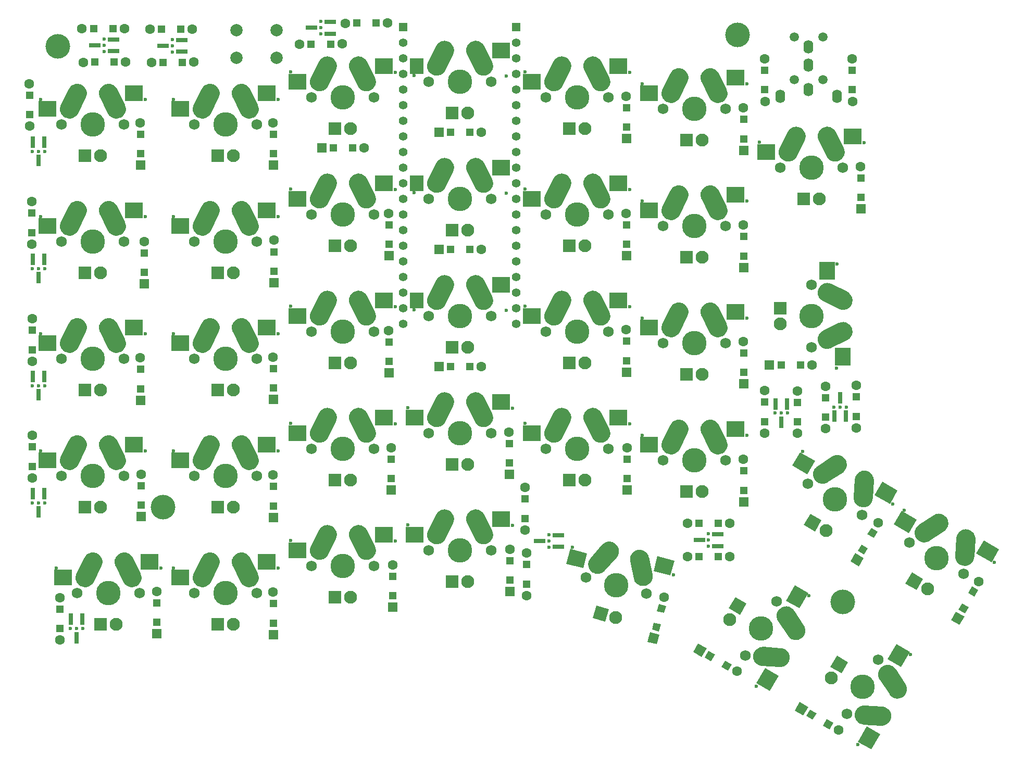
<source format=gbs>
G04 #@! TF.GenerationSoftware,KiCad,Pcbnew,(5.1.5)-3*
G04 #@! TF.CreationDate,2020-03-08T16:10:48+01:00*
G04 #@! TF.ProjectId,redox_hotswap_led,7265646f-785f-4686-9f74-737761705f6c,1.0*
G04 #@! TF.SameCoordinates,Original*
G04 #@! TF.FileFunction,Soldermask,Bot*
G04 #@! TF.FilePolarity,Negative*
%FSLAX46Y46*%
G04 Gerber Fmt 4.6, Leading zero omitted, Abs format (unit mm)*
G04 Created by KiCad (PCBNEW (5.1.5)-3) date 2020-03-08 16:10:48*
%MOMM*%
%LPD*%
G04 APERTURE LIST*
%ADD10C,0.600000*%
%ADD11C,0.100000*%
%ADD12C,1.750000*%
%ADD13C,3.987800*%
%ADD14C,2.100000*%
%ADD15R,2.100000X2.100000*%
%ADD16R,2.850000X2.500000*%
%ADD17R,2.250000X2.500000*%
%ADD18R,2.500000X2.850000*%
%ADD19C,4.000000*%
%ADD20R,1.400000X1.400000*%
%ADD21C,1.400000*%
%ADD22C,1.600000*%
%ADD23R,1.200000X1.200000*%
%ADD24R,1.600000X1.600000*%
%ADD25R,0.800000X1.900000*%
%ADD26R,1.900000X0.800000*%
%ADD27C,2.000000*%
%ADD28C,1.500000*%
%ADD29O,1.600000X2.200000*%
G04 APERTURE END LIST*
D10*
X215809723Y-167511216D03*
D11*
G36*
X217239377Y-164554983D02*
G01*
X219404441Y-165804983D01*
X217979441Y-168273155D01*
X215814377Y-167023155D01*
X217239377Y-164554983D01*
G37*
G36*
X216091157Y-167152387D02*
G01*
X215987629Y-166766017D01*
X217919481Y-166248379D01*
X218023009Y-166634749D01*
X216091157Y-167152387D01*
G37*
G36*
X222047673Y-151146771D02*
G01*
X224212737Y-152396771D01*
X222787737Y-154864943D01*
X220622673Y-153614943D01*
X222047673Y-151146771D01*
G37*
D10*
X224348025Y-152822444D03*
D11*
G36*
X221995709Y-153125403D02*
G01*
X221892181Y-152739033D01*
X223824033Y-152221395D01*
X223927561Y-152607765D01*
X221995709Y-153125403D01*
G37*
G36*
X216919340Y-161135527D02*
G01*
X219764024Y-161309515D01*
X219915212Y-161326240D01*
X220064032Y-161357703D01*
X220209052Y-161403601D01*
X220348874Y-161463493D01*
X220482153Y-161536802D01*
X220607605Y-161622821D01*
X220724021Y-161720722D01*
X220830280Y-161829563D01*
X220925360Y-161948295D01*
X221008344Y-162075774D01*
X221078433Y-162210774D01*
X221134953Y-162351993D01*
X221177358Y-162498073D01*
X221205241Y-162647605D01*
X221219399Y-162856624D01*
X221219399Y-162856626D01*
X221211935Y-163008553D01*
X221189616Y-163159016D01*
X221152657Y-163306567D01*
X221101412Y-163449785D01*
X221036377Y-163587291D01*
X220958177Y-163717760D01*
X220867565Y-163839936D01*
X220765415Y-163952642D01*
X220652709Y-164054792D01*
X220530533Y-164145404D01*
X220400064Y-164223604D01*
X220262558Y-164288639D01*
X220119340Y-164339884D01*
X219971789Y-164376843D01*
X219821326Y-164399162D01*
X219669399Y-164406626D01*
X219574774Y-164403735D01*
X216730090Y-164229747D01*
X216578902Y-164213022D01*
X216430082Y-164181559D01*
X216285062Y-164135661D01*
X216145240Y-164075769D01*
X216011961Y-164002460D01*
X215886509Y-163916441D01*
X215770093Y-163818540D01*
X215663834Y-163709699D01*
X215568754Y-163590967D01*
X215485770Y-163463488D01*
X215415681Y-163328488D01*
X215359161Y-163187269D01*
X215316756Y-163041189D01*
X215288873Y-162891657D01*
X215274715Y-162682638D01*
X215274715Y-162682636D01*
X215282179Y-162530709D01*
X215304498Y-162380246D01*
X215341457Y-162232695D01*
X215392702Y-162089477D01*
X215457737Y-161951971D01*
X215535937Y-161821502D01*
X215626549Y-161699326D01*
X215728699Y-161586620D01*
X215841405Y-161484470D01*
X215963581Y-161393858D01*
X216094050Y-161315658D01*
X216231556Y-161250623D01*
X216374774Y-161199378D01*
X216522325Y-161162419D01*
X216672788Y-161140100D01*
X216824715Y-161132636D01*
X216919340Y-161135527D01*
G37*
D12*
X213995000Y-162514409D03*
D13*
X216535000Y-158115000D03*
D12*
X219075000Y-153715591D03*
D11*
G36*
X212386264Y-153040821D02*
G01*
X214204918Y-154090821D01*
X213154918Y-155909475D01*
X211336264Y-154859475D01*
X212386264Y-153040821D01*
G37*
G36*
X220829411Y-154544252D02*
G01*
X220979211Y-154570659D01*
X221125701Y-154611622D01*
X221267471Y-154666746D01*
X221403155Y-154735500D01*
X221531447Y-154817223D01*
X221651111Y-154911127D01*
X221760994Y-155016308D01*
X221860039Y-155131753D01*
X221928071Y-155226579D01*
X223501091Y-157603154D01*
X223578721Y-157733963D01*
X223643156Y-157871751D01*
X223693775Y-158015191D01*
X223730090Y-158162902D01*
X223751753Y-158313462D01*
X223758553Y-158465419D01*
X223750427Y-158617312D01*
X223727451Y-158767677D01*
X223689848Y-158915065D01*
X223637979Y-159058058D01*
X223572345Y-159195279D01*
X223493576Y-159325405D01*
X223402432Y-159447184D01*
X223299791Y-159559444D01*
X223186640Y-159661101D01*
X223064070Y-159751179D01*
X222901749Y-159845018D01*
X222901747Y-159845019D01*
X222762522Y-159906287D01*
X222617962Y-159953614D01*
X222469459Y-159986543D01*
X222318444Y-160004758D01*
X222166371Y-160008083D01*
X222014703Y-159996486D01*
X221864903Y-159970079D01*
X221718413Y-159929116D01*
X221576643Y-159873992D01*
X221440959Y-159805238D01*
X221312667Y-159723515D01*
X221193003Y-159629611D01*
X221083120Y-159524430D01*
X220984075Y-159408985D01*
X220916043Y-159314159D01*
X219343023Y-156937584D01*
X219265393Y-156806775D01*
X219200958Y-156668987D01*
X219150339Y-156525547D01*
X219114024Y-156377836D01*
X219092361Y-156227276D01*
X219085561Y-156075319D01*
X219093687Y-155923426D01*
X219116663Y-155773061D01*
X219154266Y-155625673D01*
X219206135Y-155482680D01*
X219271769Y-155345459D01*
X219350538Y-155215333D01*
X219441682Y-155093554D01*
X219544323Y-154981294D01*
X219657474Y-154879637D01*
X219780044Y-154789559D01*
X219942365Y-154695720D01*
X219942367Y-154695719D01*
X220081592Y-154634451D01*
X220226152Y-154587124D01*
X220374655Y-154554195D01*
X220525670Y-154535980D01*
X220677743Y-154532655D01*
X220829411Y-154544252D01*
G37*
D14*
X211500591Y-156674852D03*
D10*
X199299723Y-157986216D03*
D11*
G36*
X200729377Y-155029983D02*
G01*
X202894441Y-156279983D01*
X201469441Y-158748155D01*
X199304377Y-157498155D01*
X200729377Y-155029983D01*
G37*
G36*
X199581157Y-157627387D02*
G01*
X199477629Y-157241017D01*
X201409481Y-156723379D01*
X201513009Y-157109749D01*
X199581157Y-157627387D01*
G37*
G36*
X205537673Y-141621771D02*
G01*
X207702737Y-142871771D01*
X206277737Y-145339943D01*
X204112673Y-144089943D01*
X205537673Y-141621771D01*
G37*
D10*
X207838025Y-143297444D03*
D11*
G36*
X205485709Y-143600403D02*
G01*
X205382181Y-143214033D01*
X207314033Y-142696395D01*
X207417561Y-143082765D01*
X205485709Y-143600403D01*
G37*
G36*
X200409340Y-151610527D02*
G01*
X203254024Y-151784515D01*
X203405212Y-151801240D01*
X203554032Y-151832703D01*
X203699052Y-151878601D01*
X203838874Y-151938493D01*
X203972153Y-152011802D01*
X204097605Y-152097821D01*
X204214021Y-152195722D01*
X204320280Y-152304563D01*
X204415360Y-152423295D01*
X204498344Y-152550774D01*
X204568433Y-152685774D01*
X204624953Y-152826993D01*
X204667358Y-152973073D01*
X204695241Y-153122605D01*
X204709399Y-153331624D01*
X204709399Y-153331626D01*
X204701935Y-153483553D01*
X204679616Y-153634016D01*
X204642657Y-153781567D01*
X204591412Y-153924785D01*
X204526377Y-154062291D01*
X204448177Y-154192760D01*
X204357565Y-154314936D01*
X204255415Y-154427642D01*
X204142709Y-154529792D01*
X204020533Y-154620404D01*
X203890064Y-154698604D01*
X203752558Y-154763639D01*
X203609340Y-154814884D01*
X203461789Y-154851843D01*
X203311326Y-154874162D01*
X203159399Y-154881626D01*
X203064774Y-154878735D01*
X200220090Y-154704747D01*
X200068902Y-154688022D01*
X199920082Y-154656559D01*
X199775062Y-154610661D01*
X199635240Y-154550769D01*
X199501961Y-154477460D01*
X199376509Y-154391441D01*
X199260093Y-154293540D01*
X199153834Y-154184699D01*
X199058754Y-154065967D01*
X198975770Y-153938488D01*
X198905681Y-153803488D01*
X198849161Y-153662269D01*
X198806756Y-153516189D01*
X198778873Y-153366657D01*
X198764715Y-153157638D01*
X198764715Y-153157636D01*
X198772179Y-153005709D01*
X198794498Y-152855246D01*
X198831457Y-152707695D01*
X198882702Y-152564477D01*
X198947737Y-152426971D01*
X199025937Y-152296502D01*
X199116549Y-152174326D01*
X199218699Y-152061620D01*
X199331405Y-151959470D01*
X199453581Y-151868858D01*
X199584050Y-151790658D01*
X199721556Y-151725623D01*
X199864774Y-151674378D01*
X200012325Y-151637419D01*
X200162788Y-151615100D01*
X200314715Y-151607636D01*
X200409340Y-151610527D01*
G37*
D12*
X197485000Y-152989409D03*
D13*
X200025000Y-148590000D03*
D12*
X202565000Y-144190591D03*
D11*
G36*
X195876264Y-143515821D02*
G01*
X197694918Y-144565821D01*
X196644918Y-146384475D01*
X194826264Y-145334475D01*
X195876264Y-143515821D01*
G37*
G36*
X204319411Y-145019252D02*
G01*
X204469211Y-145045659D01*
X204615701Y-145086622D01*
X204757471Y-145141746D01*
X204893155Y-145210500D01*
X205021447Y-145292223D01*
X205141111Y-145386127D01*
X205250994Y-145491308D01*
X205350039Y-145606753D01*
X205418071Y-145701579D01*
X206991091Y-148078154D01*
X207068721Y-148208963D01*
X207133156Y-148346751D01*
X207183775Y-148490191D01*
X207220090Y-148637902D01*
X207241753Y-148788462D01*
X207248553Y-148940419D01*
X207240427Y-149092312D01*
X207217451Y-149242677D01*
X207179848Y-149390065D01*
X207127979Y-149533058D01*
X207062345Y-149670279D01*
X206983576Y-149800405D01*
X206892432Y-149922184D01*
X206789791Y-150034444D01*
X206676640Y-150136101D01*
X206554070Y-150226179D01*
X206391749Y-150320018D01*
X206391747Y-150320019D01*
X206252522Y-150381287D01*
X206107962Y-150428614D01*
X205959459Y-150461543D01*
X205808444Y-150479758D01*
X205656371Y-150483083D01*
X205504703Y-150471486D01*
X205354903Y-150445079D01*
X205208413Y-150404116D01*
X205066643Y-150348992D01*
X204930959Y-150280238D01*
X204802667Y-150198515D01*
X204683003Y-150104611D01*
X204573120Y-149999430D01*
X204474075Y-149883985D01*
X204406043Y-149789159D01*
X202833023Y-147412584D01*
X202755393Y-147281775D01*
X202690958Y-147143987D01*
X202640339Y-147000547D01*
X202604024Y-146852836D01*
X202582361Y-146702276D01*
X202575561Y-146550319D01*
X202583687Y-146398426D01*
X202606663Y-146248061D01*
X202644266Y-146100673D01*
X202696135Y-145957680D01*
X202761769Y-145820459D01*
X202840538Y-145690333D01*
X202931682Y-145568554D01*
X203034323Y-145456294D01*
X203147474Y-145354637D01*
X203270044Y-145264559D01*
X203432365Y-145170720D01*
X203432367Y-145170719D01*
X203571592Y-145109451D01*
X203716152Y-145062124D01*
X203864655Y-145029195D01*
X204015670Y-145010980D01*
X204167743Y-145007655D01*
X204319411Y-145019252D01*
G37*
D14*
X194990591Y-147149852D03*
D11*
G36*
X159178528Y-131755685D02*
G01*
X158895685Y-132038528D01*
X157481472Y-130624315D01*
X157764315Y-130341472D01*
X159178528Y-131755685D01*
G37*
G36*
X144078528Y-133655685D02*
G01*
X143795685Y-133938528D01*
X142381472Y-132524315D01*
X142664315Y-132241472D01*
X144078528Y-133655685D01*
G37*
G36*
X153863032Y-129266889D02*
G01*
X154012832Y-129293296D01*
X154159322Y-129334259D01*
X154301092Y-129389383D01*
X154436776Y-129458137D01*
X154565068Y-129539860D01*
X154684732Y-129633764D01*
X154794615Y-129738945D01*
X154893660Y-129854390D01*
X154980912Y-129978988D01*
X155056317Y-130113111D01*
X156327981Y-132663674D01*
X156389091Y-132802969D01*
X156436253Y-132947583D01*
X156469014Y-133096123D01*
X156487057Y-133247158D01*
X156490210Y-133399235D01*
X156478441Y-133550889D01*
X156451864Y-133700659D01*
X156410735Y-133847103D01*
X156355450Y-133988810D01*
X156286541Y-134124416D01*
X156204673Y-134252615D01*
X156110633Y-134372172D01*
X156005327Y-134481936D01*
X155889770Y-134580850D01*
X155765074Y-134667960D01*
X155634014Y-134741643D01*
X155634012Y-134741644D01*
X155494787Y-134802912D01*
X155350227Y-134850239D01*
X155201724Y-134883168D01*
X155050709Y-134901383D01*
X154898636Y-134904708D01*
X154746968Y-134893111D01*
X154597168Y-134866704D01*
X154450678Y-134825741D01*
X154308908Y-134770617D01*
X154173224Y-134701863D01*
X154044932Y-134620140D01*
X153925268Y-134526236D01*
X153815385Y-134421055D01*
X153716340Y-134305610D01*
X153629088Y-134181012D01*
X153553683Y-134046889D01*
X152282019Y-131496326D01*
X152220909Y-131357031D01*
X152173747Y-131212417D01*
X152140986Y-131063877D01*
X152122943Y-130912842D01*
X152119790Y-130760765D01*
X152131559Y-130609111D01*
X152158136Y-130459341D01*
X152199265Y-130312897D01*
X152254550Y-130171190D01*
X152323459Y-130035584D01*
X152405327Y-129907385D01*
X152499367Y-129787828D01*
X152604673Y-129678064D01*
X152720230Y-129579150D01*
X152844926Y-129492040D01*
X152975986Y-129418357D01*
X152975988Y-129418356D01*
X153115213Y-129357088D01*
X153259773Y-129309761D01*
X153408276Y-129276832D01*
X153559291Y-129258617D01*
X153711364Y-129255292D01*
X153863032Y-129266889D01*
G37*
G36*
X148698954Y-129258494D02*
G01*
X148849989Y-129276537D01*
X148998529Y-129309298D01*
X149143143Y-129356460D01*
X149284012Y-129418356D01*
X149284014Y-129418357D01*
X149416563Y-129492976D01*
X149541161Y-129580228D01*
X149656606Y-129679273D01*
X149761787Y-129789156D01*
X149855691Y-129908820D01*
X149937414Y-130037112D01*
X150006168Y-130172796D01*
X150061292Y-130314566D01*
X150102255Y-130461056D01*
X150128662Y-130610856D01*
X150140259Y-130762524D01*
X150136934Y-130914597D01*
X150118719Y-131065612D01*
X150085790Y-131214115D01*
X150038463Y-131358675D01*
X149977981Y-131496326D01*
X148706317Y-134046889D01*
X148631848Y-134179523D01*
X148544738Y-134304219D01*
X148445824Y-134419776D01*
X148336060Y-134525082D01*
X148216503Y-134619122D01*
X148088304Y-134700990D01*
X147952698Y-134769899D01*
X147810991Y-134825184D01*
X147664547Y-134866313D01*
X147514777Y-134892890D01*
X147363123Y-134904659D01*
X147211046Y-134901506D01*
X147060011Y-134883463D01*
X146911471Y-134850702D01*
X146766857Y-134803540D01*
X146625988Y-134741644D01*
X146625986Y-134741643D01*
X146493437Y-134667024D01*
X146368839Y-134579772D01*
X146253394Y-134480727D01*
X146148213Y-134370844D01*
X146054309Y-134251180D01*
X145972586Y-134122888D01*
X145903832Y-133987204D01*
X145848708Y-133845434D01*
X145807745Y-133698944D01*
X145781338Y-133549144D01*
X145769741Y-133397476D01*
X145773066Y-133245403D01*
X145791281Y-133094388D01*
X145824210Y-132945885D01*
X145871537Y-132801325D01*
X145932019Y-132663674D01*
X147203683Y-130113111D01*
X147278152Y-129980477D01*
X147365262Y-129855781D01*
X147464176Y-129740224D01*
X147573940Y-129634918D01*
X147693497Y-129540878D01*
X147821696Y-129459010D01*
X147957302Y-129390101D01*
X148099009Y-129334816D01*
X148245453Y-129293687D01*
X148395223Y-129267110D01*
X148546877Y-129255341D01*
X148698954Y-129258494D01*
G37*
D10*
X159630000Y-131820000D03*
X142640000Y-131770000D03*
D14*
X152400000Y-140970000D03*
D15*
X149860000Y-140970000D03*
D13*
X151130000Y-135890000D03*
D12*
X146050000Y-135890000D03*
X156210000Y-135890000D03*
D16*
X143764000Y-133350000D03*
X157780000Y-130810000D03*
D11*
G36*
X140128528Y-134295685D02*
G01*
X139845685Y-134578528D01*
X138431472Y-133164315D01*
X138714315Y-132881472D01*
X140128528Y-134295685D01*
G37*
G36*
X125028528Y-136195685D02*
G01*
X124745685Y-136478528D01*
X123331472Y-135064315D01*
X123614315Y-134781472D01*
X125028528Y-136195685D01*
G37*
G36*
X134813032Y-131806889D02*
G01*
X134962832Y-131833296D01*
X135109322Y-131874259D01*
X135251092Y-131929383D01*
X135386776Y-131998137D01*
X135515068Y-132079860D01*
X135634732Y-132173764D01*
X135744615Y-132278945D01*
X135843660Y-132394390D01*
X135930912Y-132518988D01*
X136006317Y-132653111D01*
X137277981Y-135203674D01*
X137339091Y-135342969D01*
X137386253Y-135487583D01*
X137419014Y-135636123D01*
X137437057Y-135787158D01*
X137440210Y-135939235D01*
X137428441Y-136090889D01*
X137401864Y-136240659D01*
X137360735Y-136387103D01*
X137305450Y-136528810D01*
X137236541Y-136664416D01*
X137154673Y-136792615D01*
X137060633Y-136912172D01*
X136955327Y-137021936D01*
X136839770Y-137120850D01*
X136715074Y-137207960D01*
X136584014Y-137281643D01*
X136584012Y-137281644D01*
X136444787Y-137342912D01*
X136300227Y-137390239D01*
X136151724Y-137423168D01*
X136000709Y-137441383D01*
X135848636Y-137444708D01*
X135696968Y-137433111D01*
X135547168Y-137406704D01*
X135400678Y-137365741D01*
X135258908Y-137310617D01*
X135123224Y-137241863D01*
X134994932Y-137160140D01*
X134875268Y-137066236D01*
X134765385Y-136961055D01*
X134666340Y-136845610D01*
X134579088Y-136721012D01*
X134503683Y-136586889D01*
X133232019Y-134036326D01*
X133170909Y-133897031D01*
X133123747Y-133752417D01*
X133090986Y-133603877D01*
X133072943Y-133452842D01*
X133069790Y-133300765D01*
X133081559Y-133149111D01*
X133108136Y-132999341D01*
X133149265Y-132852897D01*
X133204550Y-132711190D01*
X133273459Y-132575584D01*
X133355327Y-132447385D01*
X133449367Y-132327828D01*
X133554673Y-132218064D01*
X133670230Y-132119150D01*
X133794926Y-132032040D01*
X133925986Y-131958357D01*
X133925988Y-131958356D01*
X134065213Y-131897088D01*
X134209773Y-131849761D01*
X134358276Y-131816832D01*
X134509291Y-131798617D01*
X134661364Y-131795292D01*
X134813032Y-131806889D01*
G37*
G36*
X129648954Y-131798494D02*
G01*
X129799989Y-131816537D01*
X129948529Y-131849298D01*
X130093143Y-131896460D01*
X130234012Y-131958356D01*
X130234014Y-131958357D01*
X130366563Y-132032976D01*
X130491161Y-132120228D01*
X130606606Y-132219273D01*
X130711787Y-132329156D01*
X130805691Y-132448820D01*
X130887414Y-132577112D01*
X130956168Y-132712796D01*
X131011292Y-132854566D01*
X131052255Y-133001056D01*
X131078662Y-133150856D01*
X131090259Y-133302524D01*
X131086934Y-133454597D01*
X131068719Y-133605612D01*
X131035790Y-133754115D01*
X130988463Y-133898675D01*
X130927981Y-134036326D01*
X129656317Y-136586889D01*
X129581848Y-136719523D01*
X129494738Y-136844219D01*
X129395824Y-136959776D01*
X129286060Y-137065082D01*
X129166503Y-137159122D01*
X129038304Y-137240990D01*
X128902698Y-137309899D01*
X128760991Y-137365184D01*
X128614547Y-137406313D01*
X128464777Y-137432890D01*
X128313123Y-137444659D01*
X128161046Y-137441506D01*
X128010011Y-137423463D01*
X127861471Y-137390702D01*
X127716857Y-137343540D01*
X127575988Y-137281644D01*
X127575986Y-137281643D01*
X127443437Y-137207024D01*
X127318839Y-137119772D01*
X127203394Y-137020727D01*
X127098213Y-136910844D01*
X127004309Y-136791180D01*
X126922586Y-136662888D01*
X126853832Y-136527204D01*
X126798708Y-136385434D01*
X126757745Y-136238944D01*
X126731338Y-136089144D01*
X126719741Y-135937476D01*
X126723066Y-135785403D01*
X126741281Y-135634388D01*
X126774210Y-135485885D01*
X126821537Y-135341325D01*
X126882019Y-135203674D01*
X128153683Y-132653111D01*
X128228152Y-132520477D01*
X128315262Y-132395781D01*
X128414176Y-132280224D01*
X128523940Y-132174918D01*
X128643497Y-132080878D01*
X128771696Y-131999010D01*
X128907302Y-131930101D01*
X129049009Y-131874816D01*
X129195453Y-131833687D01*
X129345223Y-131807110D01*
X129496877Y-131795341D01*
X129648954Y-131798494D01*
G37*
D10*
X140580000Y-134360000D03*
X123590000Y-134310000D03*
D14*
X133350000Y-143510000D03*
D15*
X130810000Y-143510000D03*
D13*
X132080000Y-138430000D03*
D12*
X127000000Y-138430000D03*
X137160000Y-138430000D03*
D16*
X124714000Y-135890000D03*
X138730000Y-133350000D03*
D11*
G36*
X121078528Y-138740685D02*
G01*
X120795685Y-139023528D01*
X119381472Y-137609315D01*
X119664315Y-137326472D01*
X121078528Y-138740685D01*
G37*
G36*
X105978528Y-140640685D02*
G01*
X105695685Y-140923528D01*
X104281472Y-139509315D01*
X104564315Y-139226472D01*
X105978528Y-140640685D01*
G37*
G36*
X115763032Y-136251889D02*
G01*
X115912832Y-136278296D01*
X116059322Y-136319259D01*
X116201092Y-136374383D01*
X116336776Y-136443137D01*
X116465068Y-136524860D01*
X116584732Y-136618764D01*
X116694615Y-136723945D01*
X116793660Y-136839390D01*
X116880912Y-136963988D01*
X116956317Y-137098111D01*
X118227981Y-139648674D01*
X118289091Y-139787969D01*
X118336253Y-139932583D01*
X118369014Y-140081123D01*
X118387057Y-140232158D01*
X118390210Y-140384235D01*
X118378441Y-140535889D01*
X118351864Y-140685659D01*
X118310735Y-140832103D01*
X118255450Y-140973810D01*
X118186541Y-141109416D01*
X118104673Y-141237615D01*
X118010633Y-141357172D01*
X117905327Y-141466936D01*
X117789770Y-141565850D01*
X117665074Y-141652960D01*
X117534014Y-141726643D01*
X117534012Y-141726644D01*
X117394787Y-141787912D01*
X117250227Y-141835239D01*
X117101724Y-141868168D01*
X116950709Y-141886383D01*
X116798636Y-141889708D01*
X116646968Y-141878111D01*
X116497168Y-141851704D01*
X116350678Y-141810741D01*
X116208908Y-141755617D01*
X116073224Y-141686863D01*
X115944932Y-141605140D01*
X115825268Y-141511236D01*
X115715385Y-141406055D01*
X115616340Y-141290610D01*
X115529088Y-141166012D01*
X115453683Y-141031889D01*
X114182019Y-138481326D01*
X114120909Y-138342031D01*
X114073747Y-138197417D01*
X114040986Y-138048877D01*
X114022943Y-137897842D01*
X114019790Y-137745765D01*
X114031559Y-137594111D01*
X114058136Y-137444341D01*
X114099265Y-137297897D01*
X114154550Y-137156190D01*
X114223459Y-137020584D01*
X114305327Y-136892385D01*
X114399367Y-136772828D01*
X114504673Y-136663064D01*
X114620230Y-136564150D01*
X114744926Y-136477040D01*
X114875986Y-136403357D01*
X114875988Y-136403356D01*
X115015213Y-136342088D01*
X115159773Y-136294761D01*
X115308276Y-136261832D01*
X115459291Y-136243617D01*
X115611364Y-136240292D01*
X115763032Y-136251889D01*
G37*
G36*
X110598954Y-136243494D02*
G01*
X110749989Y-136261537D01*
X110898529Y-136294298D01*
X111043143Y-136341460D01*
X111184012Y-136403356D01*
X111184014Y-136403357D01*
X111316563Y-136477976D01*
X111441161Y-136565228D01*
X111556606Y-136664273D01*
X111661787Y-136774156D01*
X111755691Y-136893820D01*
X111837414Y-137022112D01*
X111906168Y-137157796D01*
X111961292Y-137299566D01*
X112002255Y-137446056D01*
X112028662Y-137595856D01*
X112040259Y-137747524D01*
X112036934Y-137899597D01*
X112018719Y-138050612D01*
X111985790Y-138199115D01*
X111938463Y-138343675D01*
X111877981Y-138481326D01*
X110606317Y-141031889D01*
X110531848Y-141164523D01*
X110444738Y-141289219D01*
X110345824Y-141404776D01*
X110236060Y-141510082D01*
X110116503Y-141604122D01*
X109988304Y-141685990D01*
X109852698Y-141754899D01*
X109710991Y-141810184D01*
X109564547Y-141851313D01*
X109414777Y-141877890D01*
X109263123Y-141889659D01*
X109111046Y-141886506D01*
X108960011Y-141868463D01*
X108811471Y-141835702D01*
X108666857Y-141788540D01*
X108525988Y-141726644D01*
X108525986Y-141726643D01*
X108393437Y-141652024D01*
X108268839Y-141564772D01*
X108153394Y-141465727D01*
X108048213Y-141355844D01*
X107954309Y-141236180D01*
X107872586Y-141107888D01*
X107803832Y-140972204D01*
X107748708Y-140830434D01*
X107707745Y-140683944D01*
X107681338Y-140534144D01*
X107669741Y-140382476D01*
X107673066Y-140230403D01*
X107691281Y-140079388D01*
X107724210Y-139930885D01*
X107771537Y-139786325D01*
X107832019Y-139648674D01*
X109103683Y-137098111D01*
X109178152Y-136965477D01*
X109265262Y-136840781D01*
X109364176Y-136725224D01*
X109473940Y-136619918D01*
X109593497Y-136525878D01*
X109721696Y-136444010D01*
X109857302Y-136375101D01*
X109999009Y-136319816D01*
X110145453Y-136278687D01*
X110295223Y-136252110D01*
X110446877Y-136240341D01*
X110598954Y-136243494D01*
G37*
D10*
X121530000Y-138805000D03*
X104540000Y-138755000D03*
D14*
X114300000Y-147955000D03*
D15*
X111760000Y-147955000D03*
D13*
X113030000Y-142875000D03*
D12*
X107950000Y-142875000D03*
X118110000Y-142875000D03*
D16*
X105664000Y-140335000D03*
X119680000Y-137795000D03*
D11*
G36*
X102028528Y-138740685D02*
G01*
X101745685Y-139023528D01*
X100331472Y-137609315D01*
X100614315Y-137326472D01*
X102028528Y-138740685D01*
G37*
G36*
X86928528Y-140640685D02*
G01*
X86645685Y-140923528D01*
X85231472Y-139509315D01*
X85514315Y-139226472D01*
X86928528Y-140640685D01*
G37*
G36*
X96713032Y-136251889D02*
G01*
X96862832Y-136278296D01*
X97009322Y-136319259D01*
X97151092Y-136374383D01*
X97286776Y-136443137D01*
X97415068Y-136524860D01*
X97534732Y-136618764D01*
X97644615Y-136723945D01*
X97743660Y-136839390D01*
X97830912Y-136963988D01*
X97906317Y-137098111D01*
X99177981Y-139648674D01*
X99239091Y-139787969D01*
X99286253Y-139932583D01*
X99319014Y-140081123D01*
X99337057Y-140232158D01*
X99340210Y-140384235D01*
X99328441Y-140535889D01*
X99301864Y-140685659D01*
X99260735Y-140832103D01*
X99205450Y-140973810D01*
X99136541Y-141109416D01*
X99054673Y-141237615D01*
X98960633Y-141357172D01*
X98855327Y-141466936D01*
X98739770Y-141565850D01*
X98615074Y-141652960D01*
X98484014Y-141726643D01*
X98484012Y-141726644D01*
X98344787Y-141787912D01*
X98200227Y-141835239D01*
X98051724Y-141868168D01*
X97900709Y-141886383D01*
X97748636Y-141889708D01*
X97596968Y-141878111D01*
X97447168Y-141851704D01*
X97300678Y-141810741D01*
X97158908Y-141755617D01*
X97023224Y-141686863D01*
X96894932Y-141605140D01*
X96775268Y-141511236D01*
X96665385Y-141406055D01*
X96566340Y-141290610D01*
X96479088Y-141166012D01*
X96403683Y-141031889D01*
X95132019Y-138481326D01*
X95070909Y-138342031D01*
X95023747Y-138197417D01*
X94990986Y-138048877D01*
X94972943Y-137897842D01*
X94969790Y-137745765D01*
X94981559Y-137594111D01*
X95008136Y-137444341D01*
X95049265Y-137297897D01*
X95104550Y-137156190D01*
X95173459Y-137020584D01*
X95255327Y-136892385D01*
X95349367Y-136772828D01*
X95454673Y-136663064D01*
X95570230Y-136564150D01*
X95694926Y-136477040D01*
X95825986Y-136403357D01*
X95825988Y-136403356D01*
X95965213Y-136342088D01*
X96109773Y-136294761D01*
X96258276Y-136261832D01*
X96409291Y-136243617D01*
X96561364Y-136240292D01*
X96713032Y-136251889D01*
G37*
G36*
X91548954Y-136243494D02*
G01*
X91699989Y-136261537D01*
X91848529Y-136294298D01*
X91993143Y-136341460D01*
X92134012Y-136403356D01*
X92134014Y-136403357D01*
X92266563Y-136477976D01*
X92391161Y-136565228D01*
X92506606Y-136664273D01*
X92611787Y-136774156D01*
X92705691Y-136893820D01*
X92787414Y-137022112D01*
X92856168Y-137157796D01*
X92911292Y-137299566D01*
X92952255Y-137446056D01*
X92978662Y-137595856D01*
X92990259Y-137747524D01*
X92986934Y-137899597D01*
X92968719Y-138050612D01*
X92935790Y-138199115D01*
X92888463Y-138343675D01*
X92827981Y-138481326D01*
X91556317Y-141031889D01*
X91481848Y-141164523D01*
X91394738Y-141289219D01*
X91295824Y-141404776D01*
X91186060Y-141510082D01*
X91066503Y-141604122D01*
X90938304Y-141685990D01*
X90802698Y-141754899D01*
X90660991Y-141810184D01*
X90514547Y-141851313D01*
X90364777Y-141877890D01*
X90213123Y-141889659D01*
X90061046Y-141886506D01*
X89910011Y-141868463D01*
X89761471Y-141835702D01*
X89616857Y-141788540D01*
X89475988Y-141726644D01*
X89475986Y-141726643D01*
X89343437Y-141652024D01*
X89218839Y-141564772D01*
X89103394Y-141465727D01*
X88998213Y-141355844D01*
X88904309Y-141236180D01*
X88822586Y-141107888D01*
X88753832Y-140972204D01*
X88698708Y-140830434D01*
X88657745Y-140683944D01*
X88631338Y-140534144D01*
X88619741Y-140382476D01*
X88623066Y-140230403D01*
X88641281Y-140079388D01*
X88674210Y-139930885D01*
X88721537Y-139786325D01*
X88782019Y-139648674D01*
X90053683Y-137098111D01*
X90128152Y-136965477D01*
X90215262Y-136840781D01*
X90314176Y-136725224D01*
X90423940Y-136619918D01*
X90543497Y-136525878D01*
X90671696Y-136444010D01*
X90807302Y-136375101D01*
X90949009Y-136319816D01*
X91095453Y-136278687D01*
X91245223Y-136252110D01*
X91396877Y-136240341D01*
X91548954Y-136243494D01*
G37*
D10*
X102480000Y-138805000D03*
X85490000Y-138755000D03*
D14*
X95250000Y-147955000D03*
D15*
X92710000Y-147955000D03*
D13*
X93980000Y-142875000D03*
D12*
X88900000Y-142875000D03*
X99060000Y-142875000D03*
D16*
X86614000Y-140335000D03*
X100630000Y-137795000D03*
D11*
G36*
X237637387Y-137603843D02*
G01*
X237251017Y-137707371D01*
X236733379Y-135775519D01*
X237119749Y-135671991D01*
X237637387Y-137603843D01*
G37*
G36*
X223610403Y-131699291D02*
G01*
X223224033Y-131802819D01*
X222706395Y-129870967D01*
X223092765Y-129767439D01*
X223610403Y-131699291D01*
G37*
G36*
X233493553Y-132483065D02*
G01*
X233644016Y-132505384D01*
X233791567Y-132542343D01*
X233934785Y-132593588D01*
X234072291Y-132658623D01*
X234202760Y-132736823D01*
X234324936Y-132827435D01*
X234437642Y-132929585D01*
X234539792Y-133042291D01*
X234630404Y-133164467D01*
X234708604Y-133294936D01*
X234773639Y-133432442D01*
X234824884Y-133575660D01*
X234861843Y-133723211D01*
X234884162Y-133873674D01*
X234891626Y-134025601D01*
X234888735Y-134120226D01*
X234714747Y-136964910D01*
X234698022Y-137116098D01*
X234666559Y-137264918D01*
X234620661Y-137409938D01*
X234560769Y-137549760D01*
X234487460Y-137683039D01*
X234401441Y-137808491D01*
X234303540Y-137924907D01*
X234194699Y-138031166D01*
X234075967Y-138126246D01*
X233948488Y-138209230D01*
X233813488Y-138279319D01*
X233672269Y-138335839D01*
X233526189Y-138378244D01*
X233376657Y-138406127D01*
X233167638Y-138420285D01*
X233167636Y-138420285D01*
X233015709Y-138412821D01*
X232865246Y-138390502D01*
X232717695Y-138353543D01*
X232574477Y-138302298D01*
X232436971Y-138237263D01*
X232306502Y-138159063D01*
X232184326Y-138068451D01*
X232071620Y-137966301D01*
X231969470Y-137853595D01*
X231878858Y-137731419D01*
X231800658Y-137600950D01*
X231735623Y-137463444D01*
X231684378Y-137320226D01*
X231647419Y-137172675D01*
X231625100Y-137022212D01*
X231617636Y-136870285D01*
X231620527Y-136775660D01*
X231794515Y-133930976D01*
X231811240Y-133779788D01*
X231842703Y-133630968D01*
X231888601Y-133485948D01*
X231948493Y-133346126D01*
X232021802Y-133212847D01*
X232107821Y-133087395D01*
X232205722Y-132970979D01*
X232314563Y-132864720D01*
X232433295Y-132769640D01*
X232560774Y-132686656D01*
X232695774Y-132616567D01*
X232836993Y-132560047D01*
X232983073Y-132517642D01*
X233132605Y-132489759D01*
X233341624Y-132475601D01*
X233341626Y-132475601D01*
X233493553Y-132483065D01*
G37*
G36*
X229102312Y-129944573D02*
G01*
X229252677Y-129967549D01*
X229400065Y-130005152D01*
X229543058Y-130057021D01*
X229680279Y-130122655D01*
X229810405Y-130201424D01*
X229932184Y-130292568D01*
X230044444Y-130395209D01*
X230146101Y-130508360D01*
X230236179Y-130630930D01*
X230330018Y-130793251D01*
X230330019Y-130793253D01*
X230391287Y-130932478D01*
X230438614Y-131077038D01*
X230471543Y-131225541D01*
X230489758Y-131376556D01*
X230493083Y-131528629D01*
X230481486Y-131680297D01*
X230455079Y-131830097D01*
X230414116Y-131976587D01*
X230358992Y-132118357D01*
X230290238Y-132254041D01*
X230208515Y-132382333D01*
X230114611Y-132501997D01*
X230009430Y-132611880D01*
X229893985Y-132710925D01*
X229799159Y-132778957D01*
X227422584Y-134351977D01*
X227291775Y-134429607D01*
X227153987Y-134494042D01*
X227010547Y-134544661D01*
X226862836Y-134580976D01*
X226712276Y-134602639D01*
X226560319Y-134609439D01*
X226408426Y-134601313D01*
X226258061Y-134578337D01*
X226110673Y-134540734D01*
X225967680Y-134488865D01*
X225830459Y-134423231D01*
X225700333Y-134344462D01*
X225578554Y-134253318D01*
X225466294Y-134150677D01*
X225364637Y-134037526D01*
X225274559Y-133914956D01*
X225180720Y-133752635D01*
X225180719Y-133752633D01*
X225119451Y-133613408D01*
X225072124Y-133468848D01*
X225039195Y-133320345D01*
X225020980Y-133169330D01*
X225017655Y-133017257D01*
X225029252Y-132865589D01*
X225055659Y-132715789D01*
X225096622Y-132569299D01*
X225151746Y-132427529D01*
X225220500Y-132291845D01*
X225302223Y-132163553D01*
X225396127Y-132043889D01*
X225501308Y-131934006D01*
X225616753Y-131834961D01*
X225711579Y-131766929D01*
X228088154Y-130193909D01*
X228218963Y-130116279D01*
X228356751Y-130051844D01*
X228500191Y-130001225D01*
X228647902Y-129964910D01*
X228798462Y-129943247D01*
X228950419Y-129936447D01*
X229102312Y-129944573D01*
G37*
D10*
X237996216Y-137885277D03*
X223307444Y-129346975D03*
D14*
X227159852Y-142194409D03*
D11*
G36*
X223525821Y-141308736D02*
G01*
X224575821Y-139490082D01*
X226394475Y-140540082D01*
X225344475Y-142358736D01*
X223525821Y-141308736D01*
G37*
D13*
X228600000Y-137160000D03*
D12*
X224200591Y-134620000D03*
X232999409Y-139700000D03*
D11*
G36*
X221631771Y-131647327D02*
G01*
X222881771Y-129482263D01*
X225349943Y-130907263D01*
X224099943Y-133072327D01*
X221631771Y-131647327D01*
G37*
G36*
X235039983Y-136455623D02*
G01*
X236289983Y-134290559D01*
X238758155Y-135715559D01*
X237508155Y-137880623D01*
X235039983Y-136455623D01*
G37*
G36*
X197278528Y-117150685D02*
G01*
X196995685Y-117433528D01*
X195581472Y-116019315D01*
X195864315Y-115736472D01*
X197278528Y-117150685D01*
G37*
G36*
X182178528Y-119050685D02*
G01*
X181895685Y-119333528D01*
X180481472Y-117919315D01*
X180764315Y-117636472D01*
X182178528Y-119050685D01*
G37*
G36*
X191963032Y-114661889D02*
G01*
X192112832Y-114688296D01*
X192259322Y-114729259D01*
X192401092Y-114784383D01*
X192536776Y-114853137D01*
X192665068Y-114934860D01*
X192784732Y-115028764D01*
X192894615Y-115133945D01*
X192993660Y-115249390D01*
X193080912Y-115373988D01*
X193156317Y-115508111D01*
X194427981Y-118058674D01*
X194489091Y-118197969D01*
X194536253Y-118342583D01*
X194569014Y-118491123D01*
X194587057Y-118642158D01*
X194590210Y-118794235D01*
X194578441Y-118945889D01*
X194551864Y-119095659D01*
X194510735Y-119242103D01*
X194455450Y-119383810D01*
X194386541Y-119519416D01*
X194304673Y-119647615D01*
X194210633Y-119767172D01*
X194105327Y-119876936D01*
X193989770Y-119975850D01*
X193865074Y-120062960D01*
X193734014Y-120136643D01*
X193734012Y-120136644D01*
X193594787Y-120197912D01*
X193450227Y-120245239D01*
X193301724Y-120278168D01*
X193150709Y-120296383D01*
X192998636Y-120299708D01*
X192846968Y-120288111D01*
X192697168Y-120261704D01*
X192550678Y-120220741D01*
X192408908Y-120165617D01*
X192273224Y-120096863D01*
X192144932Y-120015140D01*
X192025268Y-119921236D01*
X191915385Y-119816055D01*
X191816340Y-119700610D01*
X191729088Y-119576012D01*
X191653683Y-119441889D01*
X190382019Y-116891326D01*
X190320909Y-116752031D01*
X190273747Y-116607417D01*
X190240986Y-116458877D01*
X190222943Y-116307842D01*
X190219790Y-116155765D01*
X190231559Y-116004111D01*
X190258136Y-115854341D01*
X190299265Y-115707897D01*
X190354550Y-115566190D01*
X190423459Y-115430584D01*
X190505327Y-115302385D01*
X190599367Y-115182828D01*
X190704673Y-115073064D01*
X190820230Y-114974150D01*
X190944926Y-114887040D01*
X191075986Y-114813357D01*
X191075988Y-114813356D01*
X191215213Y-114752088D01*
X191359773Y-114704761D01*
X191508276Y-114671832D01*
X191659291Y-114653617D01*
X191811364Y-114650292D01*
X191963032Y-114661889D01*
G37*
G36*
X186798954Y-114653494D02*
G01*
X186949989Y-114671537D01*
X187098529Y-114704298D01*
X187243143Y-114751460D01*
X187384012Y-114813356D01*
X187384014Y-114813357D01*
X187516563Y-114887976D01*
X187641161Y-114975228D01*
X187756606Y-115074273D01*
X187861787Y-115184156D01*
X187955691Y-115303820D01*
X188037414Y-115432112D01*
X188106168Y-115567796D01*
X188161292Y-115709566D01*
X188202255Y-115856056D01*
X188228662Y-116005856D01*
X188240259Y-116157524D01*
X188236934Y-116309597D01*
X188218719Y-116460612D01*
X188185790Y-116609115D01*
X188138463Y-116753675D01*
X188077981Y-116891326D01*
X186806317Y-119441889D01*
X186731848Y-119574523D01*
X186644738Y-119699219D01*
X186545824Y-119814776D01*
X186436060Y-119920082D01*
X186316503Y-120014122D01*
X186188304Y-120095990D01*
X186052698Y-120164899D01*
X185910991Y-120220184D01*
X185764547Y-120261313D01*
X185614777Y-120287890D01*
X185463123Y-120299659D01*
X185311046Y-120296506D01*
X185160011Y-120278463D01*
X185011471Y-120245702D01*
X184866857Y-120198540D01*
X184725988Y-120136644D01*
X184725986Y-120136643D01*
X184593437Y-120062024D01*
X184468839Y-119974772D01*
X184353394Y-119875727D01*
X184248213Y-119765844D01*
X184154309Y-119646180D01*
X184072586Y-119517888D01*
X184003832Y-119382204D01*
X183948708Y-119240434D01*
X183907745Y-119093944D01*
X183881338Y-118944144D01*
X183869741Y-118792476D01*
X183873066Y-118640403D01*
X183891281Y-118489388D01*
X183924210Y-118340885D01*
X183971537Y-118196325D01*
X184032019Y-118058674D01*
X185303683Y-115508111D01*
X185378152Y-115375477D01*
X185465262Y-115250781D01*
X185564176Y-115135224D01*
X185673940Y-115029918D01*
X185793497Y-114935878D01*
X185921696Y-114854010D01*
X186057302Y-114785101D01*
X186199009Y-114729816D01*
X186345453Y-114688687D01*
X186495223Y-114662110D01*
X186646877Y-114650341D01*
X186798954Y-114653494D01*
G37*
D10*
X197730000Y-117215000D03*
X180740000Y-117165000D03*
D14*
X190500000Y-126365000D03*
D15*
X187960000Y-126365000D03*
D13*
X189230000Y-121285000D03*
D12*
X184150000Y-121285000D03*
X194310000Y-121285000D03*
D16*
X181864000Y-118745000D03*
X195880000Y-116205000D03*
D11*
G36*
X178228528Y-115245685D02*
G01*
X177945685Y-115528528D01*
X176531472Y-114114315D01*
X176814315Y-113831472D01*
X178228528Y-115245685D01*
G37*
G36*
X163128528Y-117145685D02*
G01*
X162845685Y-117428528D01*
X161431472Y-116014315D01*
X161714315Y-115731472D01*
X163128528Y-117145685D01*
G37*
G36*
X172913032Y-112756889D02*
G01*
X173062832Y-112783296D01*
X173209322Y-112824259D01*
X173351092Y-112879383D01*
X173486776Y-112948137D01*
X173615068Y-113029860D01*
X173734732Y-113123764D01*
X173844615Y-113228945D01*
X173943660Y-113344390D01*
X174030912Y-113468988D01*
X174106317Y-113603111D01*
X175377981Y-116153674D01*
X175439091Y-116292969D01*
X175486253Y-116437583D01*
X175519014Y-116586123D01*
X175537057Y-116737158D01*
X175540210Y-116889235D01*
X175528441Y-117040889D01*
X175501864Y-117190659D01*
X175460735Y-117337103D01*
X175405450Y-117478810D01*
X175336541Y-117614416D01*
X175254673Y-117742615D01*
X175160633Y-117862172D01*
X175055327Y-117971936D01*
X174939770Y-118070850D01*
X174815074Y-118157960D01*
X174684014Y-118231643D01*
X174684012Y-118231644D01*
X174544787Y-118292912D01*
X174400227Y-118340239D01*
X174251724Y-118373168D01*
X174100709Y-118391383D01*
X173948636Y-118394708D01*
X173796968Y-118383111D01*
X173647168Y-118356704D01*
X173500678Y-118315741D01*
X173358908Y-118260617D01*
X173223224Y-118191863D01*
X173094932Y-118110140D01*
X172975268Y-118016236D01*
X172865385Y-117911055D01*
X172766340Y-117795610D01*
X172679088Y-117671012D01*
X172603683Y-117536889D01*
X171332019Y-114986326D01*
X171270909Y-114847031D01*
X171223747Y-114702417D01*
X171190986Y-114553877D01*
X171172943Y-114402842D01*
X171169790Y-114250765D01*
X171181559Y-114099111D01*
X171208136Y-113949341D01*
X171249265Y-113802897D01*
X171304550Y-113661190D01*
X171373459Y-113525584D01*
X171455327Y-113397385D01*
X171549367Y-113277828D01*
X171654673Y-113168064D01*
X171770230Y-113069150D01*
X171894926Y-112982040D01*
X172025986Y-112908357D01*
X172025988Y-112908356D01*
X172165213Y-112847088D01*
X172309773Y-112799761D01*
X172458276Y-112766832D01*
X172609291Y-112748617D01*
X172761364Y-112745292D01*
X172913032Y-112756889D01*
G37*
G36*
X167748954Y-112748494D02*
G01*
X167899989Y-112766537D01*
X168048529Y-112799298D01*
X168193143Y-112846460D01*
X168334012Y-112908356D01*
X168334014Y-112908357D01*
X168466563Y-112982976D01*
X168591161Y-113070228D01*
X168706606Y-113169273D01*
X168811787Y-113279156D01*
X168905691Y-113398820D01*
X168987414Y-113527112D01*
X169056168Y-113662796D01*
X169111292Y-113804566D01*
X169152255Y-113951056D01*
X169178662Y-114100856D01*
X169190259Y-114252524D01*
X169186934Y-114404597D01*
X169168719Y-114555612D01*
X169135790Y-114704115D01*
X169088463Y-114848675D01*
X169027981Y-114986326D01*
X167756317Y-117536889D01*
X167681848Y-117669523D01*
X167594738Y-117794219D01*
X167495824Y-117909776D01*
X167386060Y-118015082D01*
X167266503Y-118109122D01*
X167138304Y-118190990D01*
X167002698Y-118259899D01*
X166860991Y-118315184D01*
X166714547Y-118356313D01*
X166564777Y-118382890D01*
X166413123Y-118394659D01*
X166261046Y-118391506D01*
X166110011Y-118373463D01*
X165961471Y-118340702D01*
X165816857Y-118293540D01*
X165675988Y-118231644D01*
X165675986Y-118231643D01*
X165543437Y-118157024D01*
X165418839Y-118069772D01*
X165303394Y-117970727D01*
X165198213Y-117860844D01*
X165104309Y-117741180D01*
X165022586Y-117612888D01*
X164953832Y-117477204D01*
X164898708Y-117335434D01*
X164857745Y-117188944D01*
X164831338Y-117039144D01*
X164819741Y-116887476D01*
X164823066Y-116735403D01*
X164841281Y-116584388D01*
X164874210Y-116435885D01*
X164921537Y-116291325D01*
X164982019Y-116153674D01*
X166253683Y-113603111D01*
X166328152Y-113470477D01*
X166415262Y-113345781D01*
X166514176Y-113230224D01*
X166623940Y-113124918D01*
X166743497Y-113030878D01*
X166871696Y-112949010D01*
X167007302Y-112880101D01*
X167149009Y-112824816D01*
X167295453Y-112783687D01*
X167445223Y-112757110D01*
X167596877Y-112745341D01*
X167748954Y-112748494D01*
G37*
D10*
X178680000Y-115310000D03*
X161690000Y-115260000D03*
D14*
X171450000Y-124460000D03*
D15*
X168910000Y-124460000D03*
D13*
X170180000Y-119380000D03*
D12*
X165100000Y-119380000D03*
X175260000Y-119380000D03*
D16*
X162814000Y-116840000D03*
X176830000Y-114300000D03*
D11*
G36*
X159178528Y-112705685D02*
G01*
X158895685Y-112988528D01*
X157481472Y-111574315D01*
X157764315Y-111291472D01*
X159178528Y-112705685D01*
G37*
G36*
X144078528Y-114605685D02*
G01*
X143795685Y-114888528D01*
X142381472Y-113474315D01*
X142664315Y-113191472D01*
X144078528Y-114605685D01*
G37*
G36*
X153863032Y-110216889D02*
G01*
X154012832Y-110243296D01*
X154159322Y-110284259D01*
X154301092Y-110339383D01*
X154436776Y-110408137D01*
X154565068Y-110489860D01*
X154684732Y-110583764D01*
X154794615Y-110688945D01*
X154893660Y-110804390D01*
X154980912Y-110928988D01*
X155056317Y-111063111D01*
X156327981Y-113613674D01*
X156389091Y-113752969D01*
X156436253Y-113897583D01*
X156469014Y-114046123D01*
X156487057Y-114197158D01*
X156490210Y-114349235D01*
X156478441Y-114500889D01*
X156451864Y-114650659D01*
X156410735Y-114797103D01*
X156355450Y-114938810D01*
X156286541Y-115074416D01*
X156204673Y-115202615D01*
X156110633Y-115322172D01*
X156005327Y-115431936D01*
X155889770Y-115530850D01*
X155765074Y-115617960D01*
X155634014Y-115691643D01*
X155634012Y-115691644D01*
X155494787Y-115752912D01*
X155350227Y-115800239D01*
X155201724Y-115833168D01*
X155050709Y-115851383D01*
X154898636Y-115854708D01*
X154746968Y-115843111D01*
X154597168Y-115816704D01*
X154450678Y-115775741D01*
X154308908Y-115720617D01*
X154173224Y-115651863D01*
X154044932Y-115570140D01*
X153925268Y-115476236D01*
X153815385Y-115371055D01*
X153716340Y-115255610D01*
X153629088Y-115131012D01*
X153553683Y-114996889D01*
X152282019Y-112446326D01*
X152220909Y-112307031D01*
X152173747Y-112162417D01*
X152140986Y-112013877D01*
X152122943Y-111862842D01*
X152119790Y-111710765D01*
X152131559Y-111559111D01*
X152158136Y-111409341D01*
X152199265Y-111262897D01*
X152254550Y-111121190D01*
X152323459Y-110985584D01*
X152405327Y-110857385D01*
X152499367Y-110737828D01*
X152604673Y-110628064D01*
X152720230Y-110529150D01*
X152844926Y-110442040D01*
X152975986Y-110368357D01*
X152975988Y-110368356D01*
X153115213Y-110307088D01*
X153259773Y-110259761D01*
X153408276Y-110226832D01*
X153559291Y-110208617D01*
X153711364Y-110205292D01*
X153863032Y-110216889D01*
G37*
G36*
X148698954Y-110208494D02*
G01*
X148849989Y-110226537D01*
X148998529Y-110259298D01*
X149143143Y-110306460D01*
X149284012Y-110368356D01*
X149284014Y-110368357D01*
X149416563Y-110442976D01*
X149541161Y-110530228D01*
X149656606Y-110629273D01*
X149761787Y-110739156D01*
X149855691Y-110858820D01*
X149937414Y-110987112D01*
X150006168Y-111122796D01*
X150061292Y-111264566D01*
X150102255Y-111411056D01*
X150128662Y-111560856D01*
X150140259Y-111712524D01*
X150136934Y-111864597D01*
X150118719Y-112015612D01*
X150085790Y-112164115D01*
X150038463Y-112308675D01*
X149977981Y-112446326D01*
X148706317Y-114996889D01*
X148631848Y-115129523D01*
X148544738Y-115254219D01*
X148445824Y-115369776D01*
X148336060Y-115475082D01*
X148216503Y-115569122D01*
X148088304Y-115650990D01*
X147952698Y-115719899D01*
X147810991Y-115775184D01*
X147664547Y-115816313D01*
X147514777Y-115842890D01*
X147363123Y-115854659D01*
X147211046Y-115851506D01*
X147060011Y-115833463D01*
X146911471Y-115800702D01*
X146766857Y-115753540D01*
X146625988Y-115691644D01*
X146625986Y-115691643D01*
X146493437Y-115617024D01*
X146368839Y-115529772D01*
X146253394Y-115430727D01*
X146148213Y-115320844D01*
X146054309Y-115201180D01*
X145972586Y-115072888D01*
X145903832Y-114937204D01*
X145848708Y-114795434D01*
X145807745Y-114648944D01*
X145781338Y-114499144D01*
X145769741Y-114347476D01*
X145773066Y-114195403D01*
X145791281Y-114044388D01*
X145824210Y-113895885D01*
X145871537Y-113751325D01*
X145932019Y-113613674D01*
X147203683Y-111063111D01*
X147278152Y-110930477D01*
X147365262Y-110805781D01*
X147464176Y-110690224D01*
X147573940Y-110584918D01*
X147693497Y-110490878D01*
X147821696Y-110409010D01*
X147957302Y-110340101D01*
X148099009Y-110284816D01*
X148245453Y-110243687D01*
X148395223Y-110217110D01*
X148546877Y-110205341D01*
X148698954Y-110208494D01*
G37*
D10*
X159630000Y-112770000D03*
X142640000Y-112720000D03*
D14*
X152400000Y-121920000D03*
D15*
X149860000Y-121920000D03*
D13*
X151130000Y-116840000D03*
D12*
X146050000Y-116840000D03*
X156210000Y-116840000D03*
D16*
X143764000Y-114300000D03*
X157780000Y-111760000D03*
D11*
G36*
X140128528Y-115245685D02*
G01*
X139845685Y-115528528D01*
X138431472Y-114114315D01*
X138714315Y-113831472D01*
X140128528Y-115245685D01*
G37*
G36*
X125028528Y-117145685D02*
G01*
X124745685Y-117428528D01*
X123331472Y-116014315D01*
X123614315Y-115731472D01*
X125028528Y-117145685D01*
G37*
G36*
X134813032Y-112756889D02*
G01*
X134962832Y-112783296D01*
X135109322Y-112824259D01*
X135251092Y-112879383D01*
X135386776Y-112948137D01*
X135515068Y-113029860D01*
X135634732Y-113123764D01*
X135744615Y-113228945D01*
X135843660Y-113344390D01*
X135930912Y-113468988D01*
X136006317Y-113603111D01*
X137277981Y-116153674D01*
X137339091Y-116292969D01*
X137386253Y-116437583D01*
X137419014Y-116586123D01*
X137437057Y-116737158D01*
X137440210Y-116889235D01*
X137428441Y-117040889D01*
X137401864Y-117190659D01*
X137360735Y-117337103D01*
X137305450Y-117478810D01*
X137236541Y-117614416D01*
X137154673Y-117742615D01*
X137060633Y-117862172D01*
X136955327Y-117971936D01*
X136839770Y-118070850D01*
X136715074Y-118157960D01*
X136584014Y-118231643D01*
X136584012Y-118231644D01*
X136444787Y-118292912D01*
X136300227Y-118340239D01*
X136151724Y-118373168D01*
X136000709Y-118391383D01*
X135848636Y-118394708D01*
X135696968Y-118383111D01*
X135547168Y-118356704D01*
X135400678Y-118315741D01*
X135258908Y-118260617D01*
X135123224Y-118191863D01*
X134994932Y-118110140D01*
X134875268Y-118016236D01*
X134765385Y-117911055D01*
X134666340Y-117795610D01*
X134579088Y-117671012D01*
X134503683Y-117536889D01*
X133232019Y-114986326D01*
X133170909Y-114847031D01*
X133123747Y-114702417D01*
X133090986Y-114553877D01*
X133072943Y-114402842D01*
X133069790Y-114250765D01*
X133081559Y-114099111D01*
X133108136Y-113949341D01*
X133149265Y-113802897D01*
X133204550Y-113661190D01*
X133273459Y-113525584D01*
X133355327Y-113397385D01*
X133449367Y-113277828D01*
X133554673Y-113168064D01*
X133670230Y-113069150D01*
X133794926Y-112982040D01*
X133925986Y-112908357D01*
X133925988Y-112908356D01*
X134065213Y-112847088D01*
X134209773Y-112799761D01*
X134358276Y-112766832D01*
X134509291Y-112748617D01*
X134661364Y-112745292D01*
X134813032Y-112756889D01*
G37*
G36*
X129648954Y-112748494D02*
G01*
X129799989Y-112766537D01*
X129948529Y-112799298D01*
X130093143Y-112846460D01*
X130234012Y-112908356D01*
X130234014Y-112908357D01*
X130366563Y-112982976D01*
X130491161Y-113070228D01*
X130606606Y-113169273D01*
X130711787Y-113279156D01*
X130805691Y-113398820D01*
X130887414Y-113527112D01*
X130956168Y-113662796D01*
X131011292Y-113804566D01*
X131052255Y-113951056D01*
X131078662Y-114100856D01*
X131090259Y-114252524D01*
X131086934Y-114404597D01*
X131068719Y-114555612D01*
X131035790Y-114704115D01*
X130988463Y-114848675D01*
X130927981Y-114986326D01*
X129656317Y-117536889D01*
X129581848Y-117669523D01*
X129494738Y-117794219D01*
X129395824Y-117909776D01*
X129286060Y-118015082D01*
X129166503Y-118109122D01*
X129038304Y-118190990D01*
X128902698Y-118259899D01*
X128760991Y-118315184D01*
X128614547Y-118356313D01*
X128464777Y-118382890D01*
X128313123Y-118394659D01*
X128161046Y-118391506D01*
X128010011Y-118373463D01*
X127861471Y-118340702D01*
X127716857Y-118293540D01*
X127575988Y-118231644D01*
X127575986Y-118231643D01*
X127443437Y-118157024D01*
X127318839Y-118069772D01*
X127203394Y-117970727D01*
X127098213Y-117860844D01*
X127004309Y-117741180D01*
X126922586Y-117612888D01*
X126853832Y-117477204D01*
X126798708Y-117335434D01*
X126757745Y-117188944D01*
X126731338Y-117039144D01*
X126719741Y-116887476D01*
X126723066Y-116735403D01*
X126741281Y-116584388D01*
X126774210Y-116435885D01*
X126821537Y-116291325D01*
X126882019Y-116153674D01*
X128153683Y-113603111D01*
X128228152Y-113470477D01*
X128315262Y-113345781D01*
X128414176Y-113230224D01*
X128523940Y-113124918D01*
X128643497Y-113030878D01*
X128771696Y-112949010D01*
X128907302Y-112880101D01*
X129049009Y-112824816D01*
X129195453Y-112783687D01*
X129345223Y-112757110D01*
X129496877Y-112745341D01*
X129648954Y-112748494D01*
G37*
D10*
X140580000Y-115310000D03*
X123590000Y-115260000D03*
D14*
X133350000Y-124460000D03*
D15*
X130810000Y-124460000D03*
D13*
X132080000Y-119380000D03*
D12*
X127000000Y-119380000D03*
X137160000Y-119380000D03*
D16*
X124714000Y-116840000D03*
X138730000Y-114300000D03*
D11*
G36*
X121078528Y-119690685D02*
G01*
X120795685Y-119973528D01*
X119381472Y-118559315D01*
X119664315Y-118276472D01*
X121078528Y-119690685D01*
G37*
G36*
X105978528Y-121590685D02*
G01*
X105695685Y-121873528D01*
X104281472Y-120459315D01*
X104564315Y-120176472D01*
X105978528Y-121590685D01*
G37*
G36*
X115763032Y-117201889D02*
G01*
X115912832Y-117228296D01*
X116059322Y-117269259D01*
X116201092Y-117324383D01*
X116336776Y-117393137D01*
X116465068Y-117474860D01*
X116584732Y-117568764D01*
X116694615Y-117673945D01*
X116793660Y-117789390D01*
X116880912Y-117913988D01*
X116956317Y-118048111D01*
X118227981Y-120598674D01*
X118289091Y-120737969D01*
X118336253Y-120882583D01*
X118369014Y-121031123D01*
X118387057Y-121182158D01*
X118390210Y-121334235D01*
X118378441Y-121485889D01*
X118351864Y-121635659D01*
X118310735Y-121782103D01*
X118255450Y-121923810D01*
X118186541Y-122059416D01*
X118104673Y-122187615D01*
X118010633Y-122307172D01*
X117905327Y-122416936D01*
X117789770Y-122515850D01*
X117665074Y-122602960D01*
X117534014Y-122676643D01*
X117534012Y-122676644D01*
X117394787Y-122737912D01*
X117250227Y-122785239D01*
X117101724Y-122818168D01*
X116950709Y-122836383D01*
X116798636Y-122839708D01*
X116646968Y-122828111D01*
X116497168Y-122801704D01*
X116350678Y-122760741D01*
X116208908Y-122705617D01*
X116073224Y-122636863D01*
X115944932Y-122555140D01*
X115825268Y-122461236D01*
X115715385Y-122356055D01*
X115616340Y-122240610D01*
X115529088Y-122116012D01*
X115453683Y-121981889D01*
X114182019Y-119431326D01*
X114120909Y-119292031D01*
X114073747Y-119147417D01*
X114040986Y-118998877D01*
X114022943Y-118847842D01*
X114019790Y-118695765D01*
X114031559Y-118544111D01*
X114058136Y-118394341D01*
X114099265Y-118247897D01*
X114154550Y-118106190D01*
X114223459Y-117970584D01*
X114305327Y-117842385D01*
X114399367Y-117722828D01*
X114504673Y-117613064D01*
X114620230Y-117514150D01*
X114744926Y-117427040D01*
X114875986Y-117353357D01*
X114875988Y-117353356D01*
X115015213Y-117292088D01*
X115159773Y-117244761D01*
X115308276Y-117211832D01*
X115459291Y-117193617D01*
X115611364Y-117190292D01*
X115763032Y-117201889D01*
G37*
G36*
X110598954Y-117193494D02*
G01*
X110749989Y-117211537D01*
X110898529Y-117244298D01*
X111043143Y-117291460D01*
X111184012Y-117353356D01*
X111184014Y-117353357D01*
X111316563Y-117427976D01*
X111441161Y-117515228D01*
X111556606Y-117614273D01*
X111661787Y-117724156D01*
X111755691Y-117843820D01*
X111837414Y-117972112D01*
X111906168Y-118107796D01*
X111961292Y-118249566D01*
X112002255Y-118396056D01*
X112028662Y-118545856D01*
X112040259Y-118697524D01*
X112036934Y-118849597D01*
X112018719Y-119000612D01*
X111985790Y-119149115D01*
X111938463Y-119293675D01*
X111877981Y-119431326D01*
X110606317Y-121981889D01*
X110531848Y-122114523D01*
X110444738Y-122239219D01*
X110345824Y-122354776D01*
X110236060Y-122460082D01*
X110116503Y-122554122D01*
X109988304Y-122635990D01*
X109852698Y-122704899D01*
X109710991Y-122760184D01*
X109564547Y-122801313D01*
X109414777Y-122827890D01*
X109263123Y-122839659D01*
X109111046Y-122836506D01*
X108960011Y-122818463D01*
X108811471Y-122785702D01*
X108666857Y-122738540D01*
X108525988Y-122676644D01*
X108525986Y-122676643D01*
X108393437Y-122602024D01*
X108268839Y-122514772D01*
X108153394Y-122415727D01*
X108048213Y-122305844D01*
X107954309Y-122186180D01*
X107872586Y-122057888D01*
X107803832Y-121922204D01*
X107748708Y-121780434D01*
X107707745Y-121633944D01*
X107681338Y-121484144D01*
X107669741Y-121332476D01*
X107673066Y-121180403D01*
X107691281Y-121029388D01*
X107724210Y-120880885D01*
X107771537Y-120736325D01*
X107832019Y-120598674D01*
X109103683Y-118048111D01*
X109178152Y-117915477D01*
X109265262Y-117790781D01*
X109364176Y-117675224D01*
X109473940Y-117569918D01*
X109593497Y-117475878D01*
X109721696Y-117394010D01*
X109857302Y-117325101D01*
X109999009Y-117269816D01*
X110145453Y-117228687D01*
X110295223Y-117202110D01*
X110446877Y-117190341D01*
X110598954Y-117193494D01*
G37*
D10*
X121530000Y-119755000D03*
X104540000Y-119705000D03*
D14*
X114300000Y-128905000D03*
D15*
X111760000Y-128905000D03*
D13*
X113030000Y-123825000D03*
D12*
X107950000Y-123825000D03*
X118110000Y-123825000D03*
D16*
X105664000Y-121285000D03*
X119680000Y-118745000D03*
D11*
G36*
X221127387Y-128078843D02*
G01*
X220741017Y-128182371D01*
X220223379Y-126250519D01*
X220609749Y-126146991D01*
X221127387Y-128078843D01*
G37*
G36*
X207100403Y-122174291D02*
G01*
X206714033Y-122277819D01*
X206196395Y-120345967D01*
X206582765Y-120242439D01*
X207100403Y-122174291D01*
G37*
G36*
X216983553Y-122958065D02*
G01*
X217134016Y-122980384D01*
X217281567Y-123017343D01*
X217424785Y-123068588D01*
X217562291Y-123133623D01*
X217692760Y-123211823D01*
X217814936Y-123302435D01*
X217927642Y-123404585D01*
X218029792Y-123517291D01*
X218120404Y-123639467D01*
X218198604Y-123769936D01*
X218263639Y-123907442D01*
X218314884Y-124050660D01*
X218351843Y-124198211D01*
X218374162Y-124348674D01*
X218381626Y-124500601D01*
X218378735Y-124595226D01*
X218204747Y-127439910D01*
X218188022Y-127591098D01*
X218156559Y-127739918D01*
X218110661Y-127884938D01*
X218050769Y-128024760D01*
X217977460Y-128158039D01*
X217891441Y-128283491D01*
X217793540Y-128399907D01*
X217684699Y-128506166D01*
X217565967Y-128601246D01*
X217438488Y-128684230D01*
X217303488Y-128754319D01*
X217162269Y-128810839D01*
X217016189Y-128853244D01*
X216866657Y-128881127D01*
X216657638Y-128895285D01*
X216657636Y-128895285D01*
X216505709Y-128887821D01*
X216355246Y-128865502D01*
X216207695Y-128828543D01*
X216064477Y-128777298D01*
X215926971Y-128712263D01*
X215796502Y-128634063D01*
X215674326Y-128543451D01*
X215561620Y-128441301D01*
X215459470Y-128328595D01*
X215368858Y-128206419D01*
X215290658Y-128075950D01*
X215225623Y-127938444D01*
X215174378Y-127795226D01*
X215137419Y-127647675D01*
X215115100Y-127497212D01*
X215107636Y-127345285D01*
X215110527Y-127250660D01*
X215284515Y-124405976D01*
X215301240Y-124254788D01*
X215332703Y-124105968D01*
X215378601Y-123960948D01*
X215438493Y-123821126D01*
X215511802Y-123687847D01*
X215597821Y-123562395D01*
X215695722Y-123445979D01*
X215804563Y-123339720D01*
X215923295Y-123244640D01*
X216050774Y-123161656D01*
X216185774Y-123091567D01*
X216326993Y-123035047D01*
X216473073Y-122992642D01*
X216622605Y-122964759D01*
X216831624Y-122950601D01*
X216831626Y-122950601D01*
X216983553Y-122958065D01*
G37*
G36*
X212592312Y-120419573D02*
G01*
X212742677Y-120442549D01*
X212890065Y-120480152D01*
X213033058Y-120532021D01*
X213170279Y-120597655D01*
X213300405Y-120676424D01*
X213422184Y-120767568D01*
X213534444Y-120870209D01*
X213636101Y-120983360D01*
X213726179Y-121105930D01*
X213820018Y-121268251D01*
X213820019Y-121268253D01*
X213881287Y-121407478D01*
X213928614Y-121552038D01*
X213961543Y-121700541D01*
X213979758Y-121851556D01*
X213983083Y-122003629D01*
X213971486Y-122155297D01*
X213945079Y-122305097D01*
X213904116Y-122451587D01*
X213848992Y-122593357D01*
X213780238Y-122729041D01*
X213698515Y-122857333D01*
X213604611Y-122976997D01*
X213499430Y-123086880D01*
X213383985Y-123185925D01*
X213289159Y-123253957D01*
X210912584Y-124826977D01*
X210781775Y-124904607D01*
X210643987Y-124969042D01*
X210500547Y-125019661D01*
X210352836Y-125055976D01*
X210202276Y-125077639D01*
X210050319Y-125084439D01*
X209898426Y-125076313D01*
X209748061Y-125053337D01*
X209600673Y-125015734D01*
X209457680Y-124963865D01*
X209320459Y-124898231D01*
X209190333Y-124819462D01*
X209068554Y-124728318D01*
X208956294Y-124625677D01*
X208854637Y-124512526D01*
X208764559Y-124389956D01*
X208670720Y-124227635D01*
X208670719Y-124227633D01*
X208609451Y-124088408D01*
X208562124Y-123943848D01*
X208529195Y-123795345D01*
X208510980Y-123644330D01*
X208507655Y-123492257D01*
X208519252Y-123340589D01*
X208545659Y-123190789D01*
X208586622Y-123044299D01*
X208641746Y-122902529D01*
X208710500Y-122766845D01*
X208792223Y-122638553D01*
X208886127Y-122518889D01*
X208991308Y-122409006D01*
X209106753Y-122309961D01*
X209201579Y-122241929D01*
X211578154Y-120668909D01*
X211708963Y-120591279D01*
X211846751Y-120526844D01*
X211990191Y-120476225D01*
X212137902Y-120439910D01*
X212288462Y-120418247D01*
X212440419Y-120411447D01*
X212592312Y-120419573D01*
G37*
D10*
X221486216Y-128360277D03*
X206797444Y-119821975D03*
D14*
X210649852Y-132669409D03*
D11*
G36*
X207015821Y-131783736D02*
G01*
X208065821Y-129965082D01*
X209884475Y-131015082D01*
X208834475Y-132833736D01*
X207015821Y-131783736D01*
G37*
D13*
X212090000Y-127635000D03*
D12*
X207690591Y-125095000D03*
X216489409Y-130175000D03*
D11*
G36*
X205121771Y-122122327D02*
G01*
X206371771Y-119957263D01*
X208839943Y-121382263D01*
X207589943Y-123547327D01*
X205121771Y-122122327D01*
G37*
G36*
X218529983Y-126930623D02*
G01*
X219779983Y-124765559D01*
X222248155Y-126190559D01*
X220998155Y-128355623D01*
X218529983Y-126930623D01*
G37*
G36*
X197278528Y-98100685D02*
G01*
X196995685Y-98383528D01*
X195581472Y-96969315D01*
X195864315Y-96686472D01*
X197278528Y-98100685D01*
G37*
G36*
X182178528Y-100000685D02*
G01*
X181895685Y-100283528D01*
X180481472Y-98869315D01*
X180764315Y-98586472D01*
X182178528Y-100000685D01*
G37*
G36*
X191963032Y-95611889D02*
G01*
X192112832Y-95638296D01*
X192259322Y-95679259D01*
X192401092Y-95734383D01*
X192536776Y-95803137D01*
X192665068Y-95884860D01*
X192784732Y-95978764D01*
X192894615Y-96083945D01*
X192993660Y-96199390D01*
X193080912Y-96323988D01*
X193156317Y-96458111D01*
X194427981Y-99008674D01*
X194489091Y-99147969D01*
X194536253Y-99292583D01*
X194569014Y-99441123D01*
X194587057Y-99592158D01*
X194590210Y-99744235D01*
X194578441Y-99895889D01*
X194551864Y-100045659D01*
X194510735Y-100192103D01*
X194455450Y-100333810D01*
X194386541Y-100469416D01*
X194304673Y-100597615D01*
X194210633Y-100717172D01*
X194105327Y-100826936D01*
X193989770Y-100925850D01*
X193865074Y-101012960D01*
X193734014Y-101086643D01*
X193734012Y-101086644D01*
X193594787Y-101147912D01*
X193450227Y-101195239D01*
X193301724Y-101228168D01*
X193150709Y-101246383D01*
X192998636Y-101249708D01*
X192846968Y-101238111D01*
X192697168Y-101211704D01*
X192550678Y-101170741D01*
X192408908Y-101115617D01*
X192273224Y-101046863D01*
X192144932Y-100965140D01*
X192025268Y-100871236D01*
X191915385Y-100766055D01*
X191816340Y-100650610D01*
X191729088Y-100526012D01*
X191653683Y-100391889D01*
X190382019Y-97841326D01*
X190320909Y-97702031D01*
X190273747Y-97557417D01*
X190240986Y-97408877D01*
X190222943Y-97257842D01*
X190219790Y-97105765D01*
X190231559Y-96954111D01*
X190258136Y-96804341D01*
X190299265Y-96657897D01*
X190354550Y-96516190D01*
X190423459Y-96380584D01*
X190505327Y-96252385D01*
X190599367Y-96132828D01*
X190704673Y-96023064D01*
X190820230Y-95924150D01*
X190944926Y-95837040D01*
X191075986Y-95763357D01*
X191075988Y-95763356D01*
X191215213Y-95702088D01*
X191359773Y-95654761D01*
X191508276Y-95621832D01*
X191659291Y-95603617D01*
X191811364Y-95600292D01*
X191963032Y-95611889D01*
G37*
G36*
X186798954Y-95603494D02*
G01*
X186949989Y-95621537D01*
X187098529Y-95654298D01*
X187243143Y-95701460D01*
X187384012Y-95763356D01*
X187384014Y-95763357D01*
X187516563Y-95837976D01*
X187641161Y-95925228D01*
X187756606Y-96024273D01*
X187861787Y-96134156D01*
X187955691Y-96253820D01*
X188037414Y-96382112D01*
X188106168Y-96517796D01*
X188161292Y-96659566D01*
X188202255Y-96806056D01*
X188228662Y-96955856D01*
X188240259Y-97107524D01*
X188236934Y-97259597D01*
X188218719Y-97410612D01*
X188185790Y-97559115D01*
X188138463Y-97703675D01*
X188077981Y-97841326D01*
X186806317Y-100391889D01*
X186731848Y-100524523D01*
X186644738Y-100649219D01*
X186545824Y-100764776D01*
X186436060Y-100870082D01*
X186316503Y-100964122D01*
X186188304Y-101045990D01*
X186052698Y-101114899D01*
X185910991Y-101170184D01*
X185764547Y-101211313D01*
X185614777Y-101237890D01*
X185463123Y-101249659D01*
X185311046Y-101246506D01*
X185160011Y-101228463D01*
X185011471Y-101195702D01*
X184866857Y-101148540D01*
X184725988Y-101086644D01*
X184725986Y-101086643D01*
X184593437Y-101012024D01*
X184468839Y-100924772D01*
X184353394Y-100825727D01*
X184248213Y-100715844D01*
X184154309Y-100596180D01*
X184072586Y-100467888D01*
X184003832Y-100332204D01*
X183948708Y-100190434D01*
X183907745Y-100043944D01*
X183881338Y-99894144D01*
X183869741Y-99742476D01*
X183873066Y-99590403D01*
X183891281Y-99439388D01*
X183924210Y-99290885D01*
X183971537Y-99146325D01*
X184032019Y-99008674D01*
X185303683Y-96458111D01*
X185378152Y-96325477D01*
X185465262Y-96200781D01*
X185564176Y-96085224D01*
X185673940Y-95979918D01*
X185793497Y-95885878D01*
X185921696Y-95804010D01*
X186057302Y-95735101D01*
X186199009Y-95679816D01*
X186345453Y-95638687D01*
X186495223Y-95612110D01*
X186646877Y-95600341D01*
X186798954Y-95603494D01*
G37*
D10*
X197730000Y-98165000D03*
X180740000Y-98115000D03*
D14*
X190500000Y-107315000D03*
D15*
X187960000Y-107315000D03*
D13*
X189230000Y-102235000D03*
D12*
X184150000Y-102235000D03*
X194310000Y-102235000D03*
D16*
X181864000Y-99695000D03*
X195880000Y-97155000D03*
D11*
G36*
X178228528Y-96195685D02*
G01*
X177945685Y-96478528D01*
X176531472Y-95064315D01*
X176814315Y-94781472D01*
X178228528Y-96195685D01*
G37*
G36*
X163128528Y-98095685D02*
G01*
X162845685Y-98378528D01*
X161431472Y-96964315D01*
X161714315Y-96681472D01*
X163128528Y-98095685D01*
G37*
G36*
X172913032Y-93706889D02*
G01*
X173062832Y-93733296D01*
X173209322Y-93774259D01*
X173351092Y-93829383D01*
X173486776Y-93898137D01*
X173615068Y-93979860D01*
X173734732Y-94073764D01*
X173844615Y-94178945D01*
X173943660Y-94294390D01*
X174030912Y-94418988D01*
X174106317Y-94553111D01*
X175377981Y-97103674D01*
X175439091Y-97242969D01*
X175486253Y-97387583D01*
X175519014Y-97536123D01*
X175537057Y-97687158D01*
X175540210Y-97839235D01*
X175528441Y-97990889D01*
X175501864Y-98140659D01*
X175460735Y-98287103D01*
X175405450Y-98428810D01*
X175336541Y-98564416D01*
X175254673Y-98692615D01*
X175160633Y-98812172D01*
X175055327Y-98921936D01*
X174939770Y-99020850D01*
X174815074Y-99107960D01*
X174684014Y-99181643D01*
X174684012Y-99181644D01*
X174544787Y-99242912D01*
X174400227Y-99290239D01*
X174251724Y-99323168D01*
X174100709Y-99341383D01*
X173948636Y-99344708D01*
X173796968Y-99333111D01*
X173647168Y-99306704D01*
X173500678Y-99265741D01*
X173358908Y-99210617D01*
X173223224Y-99141863D01*
X173094932Y-99060140D01*
X172975268Y-98966236D01*
X172865385Y-98861055D01*
X172766340Y-98745610D01*
X172679088Y-98621012D01*
X172603683Y-98486889D01*
X171332019Y-95936326D01*
X171270909Y-95797031D01*
X171223747Y-95652417D01*
X171190986Y-95503877D01*
X171172943Y-95352842D01*
X171169790Y-95200765D01*
X171181559Y-95049111D01*
X171208136Y-94899341D01*
X171249265Y-94752897D01*
X171304550Y-94611190D01*
X171373459Y-94475584D01*
X171455327Y-94347385D01*
X171549367Y-94227828D01*
X171654673Y-94118064D01*
X171770230Y-94019150D01*
X171894926Y-93932040D01*
X172025986Y-93858357D01*
X172025988Y-93858356D01*
X172165213Y-93797088D01*
X172309773Y-93749761D01*
X172458276Y-93716832D01*
X172609291Y-93698617D01*
X172761364Y-93695292D01*
X172913032Y-93706889D01*
G37*
G36*
X167748954Y-93698494D02*
G01*
X167899989Y-93716537D01*
X168048529Y-93749298D01*
X168193143Y-93796460D01*
X168334012Y-93858356D01*
X168334014Y-93858357D01*
X168466563Y-93932976D01*
X168591161Y-94020228D01*
X168706606Y-94119273D01*
X168811787Y-94229156D01*
X168905691Y-94348820D01*
X168987414Y-94477112D01*
X169056168Y-94612796D01*
X169111292Y-94754566D01*
X169152255Y-94901056D01*
X169178662Y-95050856D01*
X169190259Y-95202524D01*
X169186934Y-95354597D01*
X169168719Y-95505612D01*
X169135790Y-95654115D01*
X169088463Y-95798675D01*
X169027981Y-95936326D01*
X167756317Y-98486889D01*
X167681848Y-98619523D01*
X167594738Y-98744219D01*
X167495824Y-98859776D01*
X167386060Y-98965082D01*
X167266503Y-99059122D01*
X167138304Y-99140990D01*
X167002698Y-99209899D01*
X166860991Y-99265184D01*
X166714547Y-99306313D01*
X166564777Y-99332890D01*
X166413123Y-99344659D01*
X166261046Y-99341506D01*
X166110011Y-99323463D01*
X165961471Y-99290702D01*
X165816857Y-99243540D01*
X165675988Y-99181644D01*
X165675986Y-99181643D01*
X165543437Y-99107024D01*
X165418839Y-99019772D01*
X165303394Y-98920727D01*
X165198213Y-98810844D01*
X165104309Y-98691180D01*
X165022586Y-98562888D01*
X164953832Y-98427204D01*
X164898708Y-98285434D01*
X164857745Y-98138944D01*
X164831338Y-97989144D01*
X164819741Y-97837476D01*
X164823066Y-97685403D01*
X164841281Y-97534388D01*
X164874210Y-97385885D01*
X164921537Y-97241325D01*
X164982019Y-97103674D01*
X166253683Y-94553111D01*
X166328152Y-94420477D01*
X166415262Y-94295781D01*
X166514176Y-94180224D01*
X166623940Y-94074918D01*
X166743497Y-93980878D01*
X166871696Y-93899010D01*
X167007302Y-93830101D01*
X167149009Y-93774816D01*
X167295453Y-93733687D01*
X167445223Y-93707110D01*
X167596877Y-93695341D01*
X167748954Y-93698494D01*
G37*
D10*
X178680000Y-96260000D03*
X161690000Y-96210000D03*
D14*
X171450000Y-105410000D03*
D15*
X168910000Y-105410000D03*
D13*
X170180000Y-100330000D03*
D12*
X165100000Y-100330000D03*
X175260000Y-100330000D03*
D16*
X162814000Y-97790000D03*
X176830000Y-95250000D03*
D10*
X143630000Y-96790000D03*
D11*
G36*
X153863032Y-91166889D02*
G01*
X154012832Y-91193296D01*
X154159322Y-91234259D01*
X154301092Y-91289383D01*
X154436776Y-91358137D01*
X154565068Y-91439860D01*
X154684732Y-91533764D01*
X154794615Y-91638945D01*
X154893660Y-91754390D01*
X154980912Y-91878988D01*
X155056317Y-92013111D01*
X156327981Y-94563674D01*
X156389091Y-94702969D01*
X156436253Y-94847583D01*
X156469014Y-94996123D01*
X156487057Y-95147158D01*
X156490210Y-95299235D01*
X156478441Y-95450889D01*
X156451864Y-95600659D01*
X156410735Y-95747103D01*
X156355450Y-95888810D01*
X156286541Y-96024416D01*
X156204673Y-96152615D01*
X156110633Y-96272172D01*
X156005327Y-96381936D01*
X155889770Y-96480850D01*
X155765074Y-96567960D01*
X155634014Y-96641643D01*
X155634012Y-96641644D01*
X155494787Y-96702912D01*
X155350227Y-96750239D01*
X155201724Y-96783168D01*
X155050709Y-96801383D01*
X154898636Y-96804708D01*
X154746968Y-96793111D01*
X154597168Y-96766704D01*
X154450678Y-96725741D01*
X154308908Y-96670617D01*
X154173224Y-96601863D01*
X154044932Y-96520140D01*
X153925268Y-96426236D01*
X153815385Y-96321055D01*
X153716340Y-96205610D01*
X153629088Y-96081012D01*
X153553683Y-95946889D01*
X152282019Y-93396326D01*
X152220909Y-93257031D01*
X152173747Y-93112417D01*
X152140986Y-92963877D01*
X152122943Y-92812842D01*
X152119790Y-92660765D01*
X152131559Y-92509111D01*
X152158136Y-92359341D01*
X152199265Y-92212897D01*
X152254550Y-92071190D01*
X152323459Y-91935584D01*
X152405327Y-91807385D01*
X152499367Y-91687828D01*
X152604673Y-91578064D01*
X152720230Y-91479150D01*
X152844926Y-91392040D01*
X152975986Y-91318357D01*
X152975988Y-91318356D01*
X153115213Y-91257088D01*
X153259773Y-91209761D01*
X153408276Y-91176832D01*
X153559291Y-91158617D01*
X153711364Y-91155292D01*
X153863032Y-91166889D01*
G37*
D10*
X158630000Y-96890000D03*
D12*
X156210000Y-97790000D03*
D13*
X151130000Y-97790000D03*
D16*
X157780000Y-92710000D03*
D12*
X146050000Y-97790000D03*
D15*
X149860000Y-102870000D03*
D11*
G36*
X148698954Y-91158494D02*
G01*
X148849989Y-91176537D01*
X148998529Y-91209298D01*
X149143143Y-91256460D01*
X149284012Y-91318356D01*
X149284014Y-91318357D01*
X149416563Y-91392976D01*
X149541161Y-91480228D01*
X149656606Y-91579273D01*
X149761787Y-91689156D01*
X149855691Y-91808820D01*
X149937414Y-91937112D01*
X150006168Y-92072796D01*
X150061292Y-92214566D01*
X150102255Y-92361056D01*
X150128662Y-92510856D01*
X150140259Y-92662524D01*
X150136934Y-92814597D01*
X150118719Y-92965612D01*
X150085790Y-93114115D01*
X150038463Y-93258675D01*
X149977981Y-93396326D01*
X148706317Y-95946889D01*
X148631848Y-96079523D01*
X148544738Y-96204219D01*
X148445824Y-96319776D01*
X148336060Y-96425082D01*
X148216503Y-96519122D01*
X148088304Y-96600990D01*
X147952698Y-96669899D01*
X147810991Y-96725184D01*
X147664547Y-96766313D01*
X147514777Y-96792890D01*
X147363123Y-96804659D01*
X147211046Y-96801506D01*
X147060011Y-96783463D01*
X146911471Y-96750702D01*
X146766857Y-96703540D01*
X146625988Y-96641644D01*
X146625986Y-96641643D01*
X146493437Y-96567024D01*
X146368839Y-96479772D01*
X146253394Y-96380727D01*
X146148213Y-96270844D01*
X146054309Y-96151180D01*
X145972586Y-96022888D01*
X145903832Y-95887204D01*
X145848708Y-95745434D01*
X145807745Y-95598944D01*
X145781338Y-95449144D01*
X145769741Y-95297476D01*
X145773066Y-95145403D01*
X145791281Y-94994388D01*
X145824210Y-94845885D01*
X145871537Y-94701325D01*
X145932019Y-94563674D01*
X147203683Y-92013111D01*
X147278152Y-91880477D01*
X147365262Y-91755781D01*
X147464176Y-91640224D01*
X147573940Y-91534918D01*
X147693497Y-91440878D01*
X147821696Y-91359010D01*
X147957302Y-91290101D01*
X148099009Y-91234816D01*
X148245453Y-91193687D01*
X148395223Y-91167110D01*
X148546877Y-91155341D01*
X148698954Y-91158494D01*
G37*
D14*
X152400000Y-102870000D03*
D17*
X144064000Y-95250000D03*
D11*
G36*
X140128528Y-96195685D02*
G01*
X139845685Y-96478528D01*
X138431472Y-95064315D01*
X138714315Y-94781472D01*
X140128528Y-96195685D01*
G37*
G36*
X125028528Y-98095685D02*
G01*
X124745685Y-98378528D01*
X123331472Y-96964315D01*
X123614315Y-96681472D01*
X125028528Y-98095685D01*
G37*
G36*
X134813032Y-93706889D02*
G01*
X134962832Y-93733296D01*
X135109322Y-93774259D01*
X135251092Y-93829383D01*
X135386776Y-93898137D01*
X135515068Y-93979860D01*
X135634732Y-94073764D01*
X135744615Y-94178945D01*
X135843660Y-94294390D01*
X135930912Y-94418988D01*
X136006317Y-94553111D01*
X137277981Y-97103674D01*
X137339091Y-97242969D01*
X137386253Y-97387583D01*
X137419014Y-97536123D01*
X137437057Y-97687158D01*
X137440210Y-97839235D01*
X137428441Y-97990889D01*
X137401864Y-98140659D01*
X137360735Y-98287103D01*
X137305450Y-98428810D01*
X137236541Y-98564416D01*
X137154673Y-98692615D01*
X137060633Y-98812172D01*
X136955327Y-98921936D01*
X136839770Y-99020850D01*
X136715074Y-99107960D01*
X136584014Y-99181643D01*
X136584012Y-99181644D01*
X136444787Y-99242912D01*
X136300227Y-99290239D01*
X136151724Y-99323168D01*
X136000709Y-99341383D01*
X135848636Y-99344708D01*
X135696968Y-99333111D01*
X135547168Y-99306704D01*
X135400678Y-99265741D01*
X135258908Y-99210617D01*
X135123224Y-99141863D01*
X134994932Y-99060140D01*
X134875268Y-98966236D01*
X134765385Y-98861055D01*
X134666340Y-98745610D01*
X134579088Y-98621012D01*
X134503683Y-98486889D01*
X133232019Y-95936326D01*
X133170909Y-95797031D01*
X133123747Y-95652417D01*
X133090986Y-95503877D01*
X133072943Y-95352842D01*
X133069790Y-95200765D01*
X133081559Y-95049111D01*
X133108136Y-94899341D01*
X133149265Y-94752897D01*
X133204550Y-94611190D01*
X133273459Y-94475584D01*
X133355327Y-94347385D01*
X133449367Y-94227828D01*
X133554673Y-94118064D01*
X133670230Y-94019150D01*
X133794926Y-93932040D01*
X133925986Y-93858357D01*
X133925988Y-93858356D01*
X134065213Y-93797088D01*
X134209773Y-93749761D01*
X134358276Y-93716832D01*
X134509291Y-93698617D01*
X134661364Y-93695292D01*
X134813032Y-93706889D01*
G37*
G36*
X129648954Y-93698494D02*
G01*
X129799989Y-93716537D01*
X129948529Y-93749298D01*
X130093143Y-93796460D01*
X130234012Y-93858356D01*
X130234014Y-93858357D01*
X130366563Y-93932976D01*
X130491161Y-94020228D01*
X130606606Y-94119273D01*
X130711787Y-94229156D01*
X130805691Y-94348820D01*
X130887414Y-94477112D01*
X130956168Y-94612796D01*
X131011292Y-94754566D01*
X131052255Y-94901056D01*
X131078662Y-95050856D01*
X131090259Y-95202524D01*
X131086934Y-95354597D01*
X131068719Y-95505612D01*
X131035790Y-95654115D01*
X130988463Y-95798675D01*
X130927981Y-95936326D01*
X129656317Y-98486889D01*
X129581848Y-98619523D01*
X129494738Y-98744219D01*
X129395824Y-98859776D01*
X129286060Y-98965082D01*
X129166503Y-99059122D01*
X129038304Y-99140990D01*
X128902698Y-99209899D01*
X128760991Y-99265184D01*
X128614547Y-99306313D01*
X128464777Y-99332890D01*
X128313123Y-99344659D01*
X128161046Y-99341506D01*
X128010011Y-99323463D01*
X127861471Y-99290702D01*
X127716857Y-99243540D01*
X127575988Y-99181644D01*
X127575986Y-99181643D01*
X127443437Y-99107024D01*
X127318839Y-99019772D01*
X127203394Y-98920727D01*
X127098213Y-98810844D01*
X127004309Y-98691180D01*
X126922586Y-98562888D01*
X126853832Y-98427204D01*
X126798708Y-98285434D01*
X126757745Y-98138944D01*
X126731338Y-97989144D01*
X126719741Y-97837476D01*
X126723066Y-97685403D01*
X126741281Y-97534388D01*
X126774210Y-97385885D01*
X126821537Y-97241325D01*
X126882019Y-97103674D01*
X128153683Y-94553111D01*
X128228152Y-94420477D01*
X128315262Y-94295781D01*
X128414176Y-94180224D01*
X128523940Y-94074918D01*
X128643497Y-93980878D01*
X128771696Y-93899010D01*
X128907302Y-93830101D01*
X129049009Y-93774816D01*
X129195453Y-93733687D01*
X129345223Y-93707110D01*
X129496877Y-93695341D01*
X129648954Y-93698494D01*
G37*
D10*
X140580000Y-96260000D03*
X123590000Y-96210000D03*
D14*
X133350000Y-105410000D03*
D15*
X130810000Y-105410000D03*
D13*
X132080000Y-100330000D03*
D12*
X127000000Y-100330000D03*
X137160000Y-100330000D03*
D16*
X124714000Y-97790000D03*
X138730000Y-95250000D03*
D11*
G36*
X121078528Y-100640685D02*
G01*
X120795685Y-100923528D01*
X119381472Y-99509315D01*
X119664315Y-99226472D01*
X121078528Y-100640685D01*
G37*
G36*
X105978528Y-102540685D02*
G01*
X105695685Y-102823528D01*
X104281472Y-101409315D01*
X104564315Y-101126472D01*
X105978528Y-102540685D01*
G37*
G36*
X115763032Y-98151889D02*
G01*
X115912832Y-98178296D01*
X116059322Y-98219259D01*
X116201092Y-98274383D01*
X116336776Y-98343137D01*
X116465068Y-98424860D01*
X116584732Y-98518764D01*
X116694615Y-98623945D01*
X116793660Y-98739390D01*
X116880912Y-98863988D01*
X116956317Y-98998111D01*
X118227981Y-101548674D01*
X118289091Y-101687969D01*
X118336253Y-101832583D01*
X118369014Y-101981123D01*
X118387057Y-102132158D01*
X118390210Y-102284235D01*
X118378441Y-102435889D01*
X118351864Y-102585659D01*
X118310735Y-102732103D01*
X118255450Y-102873810D01*
X118186541Y-103009416D01*
X118104673Y-103137615D01*
X118010633Y-103257172D01*
X117905327Y-103366936D01*
X117789770Y-103465850D01*
X117665074Y-103552960D01*
X117534014Y-103626643D01*
X117534012Y-103626644D01*
X117394787Y-103687912D01*
X117250227Y-103735239D01*
X117101724Y-103768168D01*
X116950709Y-103786383D01*
X116798636Y-103789708D01*
X116646968Y-103778111D01*
X116497168Y-103751704D01*
X116350678Y-103710741D01*
X116208908Y-103655617D01*
X116073224Y-103586863D01*
X115944932Y-103505140D01*
X115825268Y-103411236D01*
X115715385Y-103306055D01*
X115616340Y-103190610D01*
X115529088Y-103066012D01*
X115453683Y-102931889D01*
X114182019Y-100381326D01*
X114120909Y-100242031D01*
X114073747Y-100097417D01*
X114040986Y-99948877D01*
X114022943Y-99797842D01*
X114019790Y-99645765D01*
X114031559Y-99494111D01*
X114058136Y-99344341D01*
X114099265Y-99197897D01*
X114154550Y-99056190D01*
X114223459Y-98920584D01*
X114305327Y-98792385D01*
X114399367Y-98672828D01*
X114504673Y-98563064D01*
X114620230Y-98464150D01*
X114744926Y-98377040D01*
X114875986Y-98303357D01*
X114875988Y-98303356D01*
X115015213Y-98242088D01*
X115159773Y-98194761D01*
X115308276Y-98161832D01*
X115459291Y-98143617D01*
X115611364Y-98140292D01*
X115763032Y-98151889D01*
G37*
G36*
X110598954Y-98143494D02*
G01*
X110749989Y-98161537D01*
X110898529Y-98194298D01*
X111043143Y-98241460D01*
X111184012Y-98303356D01*
X111184014Y-98303357D01*
X111316563Y-98377976D01*
X111441161Y-98465228D01*
X111556606Y-98564273D01*
X111661787Y-98674156D01*
X111755691Y-98793820D01*
X111837414Y-98922112D01*
X111906168Y-99057796D01*
X111961292Y-99199566D01*
X112002255Y-99346056D01*
X112028662Y-99495856D01*
X112040259Y-99647524D01*
X112036934Y-99799597D01*
X112018719Y-99950612D01*
X111985790Y-100099115D01*
X111938463Y-100243675D01*
X111877981Y-100381326D01*
X110606317Y-102931889D01*
X110531848Y-103064523D01*
X110444738Y-103189219D01*
X110345824Y-103304776D01*
X110236060Y-103410082D01*
X110116503Y-103504122D01*
X109988304Y-103585990D01*
X109852698Y-103654899D01*
X109710991Y-103710184D01*
X109564547Y-103751313D01*
X109414777Y-103777890D01*
X109263123Y-103789659D01*
X109111046Y-103786506D01*
X108960011Y-103768463D01*
X108811471Y-103735702D01*
X108666857Y-103688540D01*
X108525988Y-103626644D01*
X108525986Y-103626643D01*
X108393437Y-103552024D01*
X108268839Y-103464772D01*
X108153394Y-103365727D01*
X108048213Y-103255844D01*
X107954309Y-103136180D01*
X107872586Y-103007888D01*
X107803832Y-102872204D01*
X107748708Y-102730434D01*
X107707745Y-102583944D01*
X107681338Y-102434144D01*
X107669741Y-102282476D01*
X107673066Y-102130403D01*
X107691281Y-101979388D01*
X107724210Y-101830885D01*
X107771537Y-101686325D01*
X107832019Y-101548674D01*
X109103683Y-98998111D01*
X109178152Y-98865477D01*
X109265262Y-98740781D01*
X109364176Y-98625224D01*
X109473940Y-98519918D01*
X109593497Y-98425878D01*
X109721696Y-98344010D01*
X109857302Y-98275101D01*
X109999009Y-98219816D01*
X110145453Y-98178687D01*
X110295223Y-98152110D01*
X110446877Y-98140341D01*
X110598954Y-98143494D01*
G37*
D10*
X121530000Y-100705000D03*
X104540000Y-100655000D03*
D14*
X114300000Y-109855000D03*
D15*
X111760000Y-109855000D03*
D13*
X113030000Y-104775000D03*
D12*
X107950000Y-104775000D03*
X118110000Y-104775000D03*
D16*
X105664000Y-102235000D03*
X119680000Y-99695000D03*
D10*
X212350000Y-106290000D03*
D18*
X213360000Y-104440000D03*
D11*
G36*
X212414315Y-105838528D02*
G01*
X212131472Y-105555685D01*
X213545685Y-104141472D01*
X213828528Y-104424315D01*
X212414315Y-105838528D01*
G37*
D18*
X210820000Y-90424000D03*
D10*
X212400000Y-89300000D03*
D11*
G36*
X210514315Y-90738528D02*
G01*
X210231472Y-90455685D01*
X211645685Y-89041472D01*
X211928528Y-89324315D01*
X210514315Y-90738528D01*
G37*
G36*
X213560889Y-98791559D02*
G01*
X213710659Y-98818136D01*
X213857103Y-98859265D01*
X213998810Y-98914550D01*
X214134416Y-98983459D01*
X214262615Y-99065327D01*
X214382172Y-99159367D01*
X214491936Y-99264673D01*
X214590850Y-99380230D01*
X214677960Y-99504926D01*
X214751643Y-99635986D01*
X214751644Y-99635988D01*
X214812912Y-99775213D01*
X214860239Y-99919773D01*
X214893168Y-100068276D01*
X214911383Y-100219291D01*
X214914708Y-100371364D01*
X214903111Y-100523032D01*
X214876704Y-100672832D01*
X214835741Y-100819322D01*
X214780617Y-100961092D01*
X214711863Y-101096776D01*
X214630140Y-101225068D01*
X214536236Y-101344732D01*
X214431055Y-101454615D01*
X214315610Y-101553660D01*
X214191012Y-101640912D01*
X214056889Y-101716317D01*
X211506326Y-102987981D01*
X211367031Y-103049091D01*
X211222417Y-103096253D01*
X211073877Y-103129014D01*
X210922842Y-103147057D01*
X210770765Y-103150210D01*
X210619111Y-103138441D01*
X210469341Y-103111864D01*
X210322897Y-103070735D01*
X210181190Y-103015450D01*
X210045584Y-102946541D01*
X209917385Y-102864673D01*
X209797828Y-102770633D01*
X209688064Y-102665327D01*
X209589150Y-102549770D01*
X209502040Y-102425074D01*
X209428357Y-102294014D01*
X209428356Y-102294012D01*
X209367088Y-102154787D01*
X209319761Y-102010227D01*
X209286832Y-101861724D01*
X209268617Y-101710709D01*
X209265292Y-101558636D01*
X209276889Y-101406968D01*
X209303296Y-101257168D01*
X209344259Y-101110678D01*
X209399383Y-100968908D01*
X209468137Y-100833224D01*
X209549860Y-100704932D01*
X209643764Y-100585268D01*
X209748945Y-100475385D01*
X209864390Y-100376340D01*
X209988988Y-100289088D01*
X210123111Y-100213683D01*
X212673674Y-98942019D01*
X212812969Y-98880909D01*
X212957583Y-98833747D01*
X213106123Y-98800986D01*
X213257158Y-98782943D01*
X213409235Y-98779790D01*
X213560889Y-98791559D01*
G37*
D12*
X208280000Y-102870000D03*
D13*
X208280000Y-97790000D03*
D12*
X208280000Y-92710000D03*
D15*
X203200000Y-96520000D03*
D11*
G36*
X210924597Y-92433066D02*
G01*
X211075612Y-92451281D01*
X211224115Y-92484210D01*
X211368675Y-92531537D01*
X211506326Y-92592019D01*
X214056889Y-93863683D01*
X214189523Y-93938152D01*
X214314219Y-94025262D01*
X214429776Y-94124176D01*
X214535082Y-94233940D01*
X214629122Y-94353497D01*
X214710990Y-94481696D01*
X214779899Y-94617302D01*
X214835184Y-94759009D01*
X214876313Y-94905453D01*
X214902890Y-95055223D01*
X214914659Y-95206877D01*
X214911506Y-95358954D01*
X214893463Y-95509989D01*
X214860702Y-95658529D01*
X214813540Y-95803143D01*
X214751644Y-95944012D01*
X214751643Y-95944014D01*
X214677024Y-96076563D01*
X214589772Y-96201161D01*
X214490727Y-96316606D01*
X214380844Y-96421787D01*
X214261180Y-96515691D01*
X214132888Y-96597414D01*
X213997204Y-96666168D01*
X213855434Y-96721292D01*
X213708944Y-96762255D01*
X213559144Y-96788662D01*
X213407476Y-96800259D01*
X213255403Y-96796934D01*
X213104388Y-96778719D01*
X212955885Y-96745790D01*
X212811325Y-96698463D01*
X212673674Y-96637981D01*
X210123111Y-95366317D01*
X209990477Y-95291848D01*
X209865781Y-95204738D01*
X209750224Y-95105824D01*
X209644918Y-94996060D01*
X209550878Y-94876503D01*
X209469010Y-94748304D01*
X209400101Y-94612698D01*
X209344816Y-94470991D01*
X209303687Y-94324547D01*
X209277110Y-94174777D01*
X209265341Y-94023123D01*
X209268494Y-93871046D01*
X209286537Y-93720011D01*
X209319298Y-93571471D01*
X209366460Y-93426857D01*
X209428356Y-93285988D01*
X209428357Y-93285986D01*
X209502976Y-93153437D01*
X209590228Y-93028839D01*
X209689273Y-92913394D01*
X209799156Y-92808213D01*
X209918820Y-92714309D01*
X210047112Y-92632586D01*
X210182796Y-92563832D01*
X210324566Y-92508708D01*
X210471056Y-92467745D01*
X210620856Y-92441338D01*
X210772524Y-92429741D01*
X210924597Y-92433066D01*
G37*
D14*
X203200000Y-99060000D03*
D11*
G36*
X197278528Y-79050685D02*
G01*
X196995685Y-79333528D01*
X195581472Y-77919315D01*
X195864315Y-77636472D01*
X197278528Y-79050685D01*
G37*
G36*
X182178528Y-80950685D02*
G01*
X181895685Y-81233528D01*
X180481472Y-79819315D01*
X180764315Y-79536472D01*
X182178528Y-80950685D01*
G37*
G36*
X191963032Y-76561889D02*
G01*
X192112832Y-76588296D01*
X192259322Y-76629259D01*
X192401092Y-76684383D01*
X192536776Y-76753137D01*
X192665068Y-76834860D01*
X192784732Y-76928764D01*
X192894615Y-77033945D01*
X192993660Y-77149390D01*
X193080912Y-77273988D01*
X193156317Y-77408111D01*
X194427981Y-79958674D01*
X194489091Y-80097969D01*
X194536253Y-80242583D01*
X194569014Y-80391123D01*
X194587057Y-80542158D01*
X194590210Y-80694235D01*
X194578441Y-80845889D01*
X194551864Y-80995659D01*
X194510735Y-81142103D01*
X194455450Y-81283810D01*
X194386541Y-81419416D01*
X194304673Y-81547615D01*
X194210633Y-81667172D01*
X194105327Y-81776936D01*
X193989770Y-81875850D01*
X193865074Y-81962960D01*
X193734014Y-82036643D01*
X193734012Y-82036644D01*
X193594787Y-82097912D01*
X193450227Y-82145239D01*
X193301724Y-82178168D01*
X193150709Y-82196383D01*
X192998636Y-82199708D01*
X192846968Y-82188111D01*
X192697168Y-82161704D01*
X192550678Y-82120741D01*
X192408908Y-82065617D01*
X192273224Y-81996863D01*
X192144932Y-81915140D01*
X192025268Y-81821236D01*
X191915385Y-81716055D01*
X191816340Y-81600610D01*
X191729088Y-81476012D01*
X191653683Y-81341889D01*
X190382019Y-78791326D01*
X190320909Y-78652031D01*
X190273747Y-78507417D01*
X190240986Y-78358877D01*
X190222943Y-78207842D01*
X190219790Y-78055765D01*
X190231559Y-77904111D01*
X190258136Y-77754341D01*
X190299265Y-77607897D01*
X190354550Y-77466190D01*
X190423459Y-77330584D01*
X190505327Y-77202385D01*
X190599367Y-77082828D01*
X190704673Y-76973064D01*
X190820230Y-76874150D01*
X190944926Y-76787040D01*
X191075986Y-76713357D01*
X191075988Y-76713356D01*
X191215213Y-76652088D01*
X191359773Y-76604761D01*
X191508276Y-76571832D01*
X191659291Y-76553617D01*
X191811364Y-76550292D01*
X191963032Y-76561889D01*
G37*
G36*
X186798954Y-76553494D02*
G01*
X186949989Y-76571537D01*
X187098529Y-76604298D01*
X187243143Y-76651460D01*
X187384012Y-76713356D01*
X187384014Y-76713357D01*
X187516563Y-76787976D01*
X187641161Y-76875228D01*
X187756606Y-76974273D01*
X187861787Y-77084156D01*
X187955691Y-77203820D01*
X188037414Y-77332112D01*
X188106168Y-77467796D01*
X188161292Y-77609566D01*
X188202255Y-77756056D01*
X188228662Y-77905856D01*
X188240259Y-78057524D01*
X188236934Y-78209597D01*
X188218719Y-78360612D01*
X188185790Y-78509115D01*
X188138463Y-78653675D01*
X188077981Y-78791326D01*
X186806317Y-81341889D01*
X186731848Y-81474523D01*
X186644738Y-81599219D01*
X186545824Y-81714776D01*
X186436060Y-81820082D01*
X186316503Y-81914122D01*
X186188304Y-81995990D01*
X186052698Y-82064899D01*
X185910991Y-82120184D01*
X185764547Y-82161313D01*
X185614777Y-82187890D01*
X185463123Y-82199659D01*
X185311046Y-82196506D01*
X185160011Y-82178463D01*
X185011471Y-82145702D01*
X184866857Y-82098540D01*
X184725988Y-82036644D01*
X184725986Y-82036643D01*
X184593437Y-81962024D01*
X184468839Y-81874772D01*
X184353394Y-81775727D01*
X184248213Y-81665844D01*
X184154309Y-81546180D01*
X184072586Y-81417888D01*
X184003832Y-81282204D01*
X183948708Y-81140434D01*
X183907745Y-80993944D01*
X183881338Y-80844144D01*
X183869741Y-80692476D01*
X183873066Y-80540403D01*
X183891281Y-80389388D01*
X183924210Y-80240885D01*
X183971537Y-80096325D01*
X184032019Y-79958674D01*
X185303683Y-77408111D01*
X185378152Y-77275477D01*
X185465262Y-77150781D01*
X185564176Y-77035224D01*
X185673940Y-76929918D01*
X185793497Y-76835878D01*
X185921696Y-76754010D01*
X186057302Y-76685101D01*
X186199009Y-76629816D01*
X186345453Y-76588687D01*
X186495223Y-76562110D01*
X186646877Y-76550341D01*
X186798954Y-76553494D01*
G37*
D10*
X197730000Y-79115000D03*
X180740000Y-79065000D03*
D14*
X190500000Y-88265000D03*
D15*
X187960000Y-88265000D03*
D13*
X189230000Y-83185000D03*
D12*
X184150000Y-83185000D03*
X194310000Y-83185000D03*
D16*
X181864000Y-80645000D03*
X195880000Y-78105000D03*
D11*
G36*
X178228528Y-77145685D02*
G01*
X177945685Y-77428528D01*
X176531472Y-76014315D01*
X176814315Y-75731472D01*
X178228528Y-77145685D01*
G37*
G36*
X163128528Y-79045685D02*
G01*
X162845685Y-79328528D01*
X161431472Y-77914315D01*
X161714315Y-77631472D01*
X163128528Y-79045685D01*
G37*
G36*
X172913032Y-74656889D02*
G01*
X173062832Y-74683296D01*
X173209322Y-74724259D01*
X173351092Y-74779383D01*
X173486776Y-74848137D01*
X173615068Y-74929860D01*
X173734732Y-75023764D01*
X173844615Y-75128945D01*
X173943660Y-75244390D01*
X174030912Y-75368988D01*
X174106317Y-75503111D01*
X175377981Y-78053674D01*
X175439091Y-78192969D01*
X175486253Y-78337583D01*
X175519014Y-78486123D01*
X175537057Y-78637158D01*
X175540210Y-78789235D01*
X175528441Y-78940889D01*
X175501864Y-79090659D01*
X175460735Y-79237103D01*
X175405450Y-79378810D01*
X175336541Y-79514416D01*
X175254673Y-79642615D01*
X175160633Y-79762172D01*
X175055327Y-79871936D01*
X174939770Y-79970850D01*
X174815074Y-80057960D01*
X174684014Y-80131643D01*
X174684012Y-80131644D01*
X174544787Y-80192912D01*
X174400227Y-80240239D01*
X174251724Y-80273168D01*
X174100709Y-80291383D01*
X173948636Y-80294708D01*
X173796968Y-80283111D01*
X173647168Y-80256704D01*
X173500678Y-80215741D01*
X173358908Y-80160617D01*
X173223224Y-80091863D01*
X173094932Y-80010140D01*
X172975268Y-79916236D01*
X172865385Y-79811055D01*
X172766340Y-79695610D01*
X172679088Y-79571012D01*
X172603683Y-79436889D01*
X171332019Y-76886326D01*
X171270909Y-76747031D01*
X171223747Y-76602417D01*
X171190986Y-76453877D01*
X171172943Y-76302842D01*
X171169790Y-76150765D01*
X171181559Y-75999111D01*
X171208136Y-75849341D01*
X171249265Y-75702897D01*
X171304550Y-75561190D01*
X171373459Y-75425584D01*
X171455327Y-75297385D01*
X171549367Y-75177828D01*
X171654673Y-75068064D01*
X171770230Y-74969150D01*
X171894926Y-74882040D01*
X172025986Y-74808357D01*
X172025988Y-74808356D01*
X172165213Y-74747088D01*
X172309773Y-74699761D01*
X172458276Y-74666832D01*
X172609291Y-74648617D01*
X172761364Y-74645292D01*
X172913032Y-74656889D01*
G37*
G36*
X167748954Y-74648494D02*
G01*
X167899989Y-74666537D01*
X168048529Y-74699298D01*
X168193143Y-74746460D01*
X168334012Y-74808356D01*
X168334014Y-74808357D01*
X168466563Y-74882976D01*
X168591161Y-74970228D01*
X168706606Y-75069273D01*
X168811787Y-75179156D01*
X168905691Y-75298820D01*
X168987414Y-75427112D01*
X169056168Y-75562796D01*
X169111292Y-75704566D01*
X169152255Y-75851056D01*
X169178662Y-76000856D01*
X169190259Y-76152524D01*
X169186934Y-76304597D01*
X169168719Y-76455612D01*
X169135790Y-76604115D01*
X169088463Y-76748675D01*
X169027981Y-76886326D01*
X167756317Y-79436889D01*
X167681848Y-79569523D01*
X167594738Y-79694219D01*
X167495824Y-79809776D01*
X167386060Y-79915082D01*
X167266503Y-80009122D01*
X167138304Y-80090990D01*
X167002698Y-80159899D01*
X166860991Y-80215184D01*
X166714547Y-80256313D01*
X166564777Y-80282890D01*
X166413123Y-80294659D01*
X166261046Y-80291506D01*
X166110011Y-80273463D01*
X165961471Y-80240702D01*
X165816857Y-80193540D01*
X165675988Y-80131644D01*
X165675986Y-80131643D01*
X165543437Y-80057024D01*
X165418839Y-79969772D01*
X165303394Y-79870727D01*
X165198213Y-79760844D01*
X165104309Y-79641180D01*
X165022586Y-79512888D01*
X164953832Y-79377204D01*
X164898708Y-79235434D01*
X164857745Y-79088944D01*
X164831338Y-78939144D01*
X164819741Y-78787476D01*
X164823066Y-78635403D01*
X164841281Y-78484388D01*
X164874210Y-78335885D01*
X164921537Y-78191325D01*
X164982019Y-78053674D01*
X166253683Y-75503111D01*
X166328152Y-75370477D01*
X166415262Y-75245781D01*
X166514176Y-75130224D01*
X166623940Y-75024918D01*
X166743497Y-74930878D01*
X166871696Y-74849010D01*
X167007302Y-74780101D01*
X167149009Y-74724816D01*
X167295453Y-74683687D01*
X167445223Y-74657110D01*
X167596877Y-74645341D01*
X167748954Y-74648494D01*
G37*
D10*
X178680000Y-77210000D03*
X161690000Y-77160000D03*
D14*
X171450000Y-86360000D03*
D15*
X168910000Y-86360000D03*
D13*
X170180000Y-81280000D03*
D12*
X165100000Y-81280000D03*
X175260000Y-81280000D03*
D16*
X162814000Y-78740000D03*
X176830000Y-76200000D03*
D10*
X143630000Y-77740000D03*
D11*
G36*
X153863032Y-72116889D02*
G01*
X154012832Y-72143296D01*
X154159322Y-72184259D01*
X154301092Y-72239383D01*
X154436776Y-72308137D01*
X154565068Y-72389860D01*
X154684732Y-72483764D01*
X154794615Y-72588945D01*
X154893660Y-72704390D01*
X154980912Y-72828988D01*
X155056317Y-72963111D01*
X156327981Y-75513674D01*
X156389091Y-75652969D01*
X156436253Y-75797583D01*
X156469014Y-75946123D01*
X156487057Y-76097158D01*
X156490210Y-76249235D01*
X156478441Y-76400889D01*
X156451864Y-76550659D01*
X156410735Y-76697103D01*
X156355450Y-76838810D01*
X156286541Y-76974416D01*
X156204673Y-77102615D01*
X156110633Y-77222172D01*
X156005327Y-77331936D01*
X155889770Y-77430850D01*
X155765074Y-77517960D01*
X155634014Y-77591643D01*
X155634012Y-77591644D01*
X155494787Y-77652912D01*
X155350227Y-77700239D01*
X155201724Y-77733168D01*
X155050709Y-77751383D01*
X154898636Y-77754708D01*
X154746968Y-77743111D01*
X154597168Y-77716704D01*
X154450678Y-77675741D01*
X154308908Y-77620617D01*
X154173224Y-77551863D01*
X154044932Y-77470140D01*
X153925268Y-77376236D01*
X153815385Y-77271055D01*
X153716340Y-77155610D01*
X153629088Y-77031012D01*
X153553683Y-76896889D01*
X152282019Y-74346326D01*
X152220909Y-74207031D01*
X152173747Y-74062417D01*
X152140986Y-73913877D01*
X152122943Y-73762842D01*
X152119790Y-73610765D01*
X152131559Y-73459111D01*
X152158136Y-73309341D01*
X152199265Y-73162897D01*
X152254550Y-73021190D01*
X152323459Y-72885584D01*
X152405327Y-72757385D01*
X152499367Y-72637828D01*
X152604673Y-72528064D01*
X152720230Y-72429150D01*
X152844926Y-72342040D01*
X152975986Y-72268357D01*
X152975988Y-72268356D01*
X153115213Y-72207088D01*
X153259773Y-72159761D01*
X153408276Y-72126832D01*
X153559291Y-72108617D01*
X153711364Y-72105292D01*
X153863032Y-72116889D01*
G37*
D10*
X158630000Y-77840000D03*
D12*
X156210000Y-78740000D03*
D13*
X151130000Y-78740000D03*
D16*
X157780000Y-73660000D03*
D12*
X146050000Y-78740000D03*
D15*
X149860000Y-83820000D03*
D11*
G36*
X148698954Y-72108494D02*
G01*
X148849989Y-72126537D01*
X148998529Y-72159298D01*
X149143143Y-72206460D01*
X149284012Y-72268356D01*
X149284014Y-72268357D01*
X149416563Y-72342976D01*
X149541161Y-72430228D01*
X149656606Y-72529273D01*
X149761787Y-72639156D01*
X149855691Y-72758820D01*
X149937414Y-72887112D01*
X150006168Y-73022796D01*
X150061292Y-73164566D01*
X150102255Y-73311056D01*
X150128662Y-73460856D01*
X150140259Y-73612524D01*
X150136934Y-73764597D01*
X150118719Y-73915612D01*
X150085790Y-74064115D01*
X150038463Y-74208675D01*
X149977981Y-74346326D01*
X148706317Y-76896889D01*
X148631848Y-77029523D01*
X148544738Y-77154219D01*
X148445824Y-77269776D01*
X148336060Y-77375082D01*
X148216503Y-77469122D01*
X148088304Y-77550990D01*
X147952698Y-77619899D01*
X147810991Y-77675184D01*
X147664547Y-77716313D01*
X147514777Y-77742890D01*
X147363123Y-77754659D01*
X147211046Y-77751506D01*
X147060011Y-77733463D01*
X146911471Y-77700702D01*
X146766857Y-77653540D01*
X146625988Y-77591644D01*
X146625986Y-77591643D01*
X146493437Y-77517024D01*
X146368839Y-77429772D01*
X146253394Y-77330727D01*
X146148213Y-77220844D01*
X146054309Y-77101180D01*
X145972586Y-76972888D01*
X145903832Y-76837204D01*
X145848708Y-76695434D01*
X145807745Y-76548944D01*
X145781338Y-76399144D01*
X145769741Y-76247476D01*
X145773066Y-76095403D01*
X145791281Y-75944388D01*
X145824210Y-75795885D01*
X145871537Y-75651325D01*
X145932019Y-75513674D01*
X147203683Y-72963111D01*
X147278152Y-72830477D01*
X147365262Y-72705781D01*
X147464176Y-72590224D01*
X147573940Y-72484918D01*
X147693497Y-72390878D01*
X147821696Y-72309010D01*
X147957302Y-72240101D01*
X148099009Y-72184816D01*
X148245453Y-72143687D01*
X148395223Y-72117110D01*
X148546877Y-72105341D01*
X148698954Y-72108494D01*
G37*
D14*
X152400000Y-83820000D03*
D17*
X144064000Y-76200000D03*
D11*
G36*
X140128528Y-77145685D02*
G01*
X139845685Y-77428528D01*
X138431472Y-76014315D01*
X138714315Y-75731472D01*
X140128528Y-77145685D01*
G37*
G36*
X125028528Y-79045685D02*
G01*
X124745685Y-79328528D01*
X123331472Y-77914315D01*
X123614315Y-77631472D01*
X125028528Y-79045685D01*
G37*
G36*
X134813032Y-74656889D02*
G01*
X134962832Y-74683296D01*
X135109322Y-74724259D01*
X135251092Y-74779383D01*
X135386776Y-74848137D01*
X135515068Y-74929860D01*
X135634732Y-75023764D01*
X135744615Y-75128945D01*
X135843660Y-75244390D01*
X135930912Y-75368988D01*
X136006317Y-75503111D01*
X137277981Y-78053674D01*
X137339091Y-78192969D01*
X137386253Y-78337583D01*
X137419014Y-78486123D01*
X137437057Y-78637158D01*
X137440210Y-78789235D01*
X137428441Y-78940889D01*
X137401864Y-79090659D01*
X137360735Y-79237103D01*
X137305450Y-79378810D01*
X137236541Y-79514416D01*
X137154673Y-79642615D01*
X137060633Y-79762172D01*
X136955327Y-79871936D01*
X136839770Y-79970850D01*
X136715074Y-80057960D01*
X136584014Y-80131643D01*
X136584012Y-80131644D01*
X136444787Y-80192912D01*
X136300227Y-80240239D01*
X136151724Y-80273168D01*
X136000709Y-80291383D01*
X135848636Y-80294708D01*
X135696968Y-80283111D01*
X135547168Y-80256704D01*
X135400678Y-80215741D01*
X135258908Y-80160617D01*
X135123224Y-80091863D01*
X134994932Y-80010140D01*
X134875268Y-79916236D01*
X134765385Y-79811055D01*
X134666340Y-79695610D01*
X134579088Y-79571012D01*
X134503683Y-79436889D01*
X133232019Y-76886326D01*
X133170909Y-76747031D01*
X133123747Y-76602417D01*
X133090986Y-76453877D01*
X133072943Y-76302842D01*
X133069790Y-76150765D01*
X133081559Y-75999111D01*
X133108136Y-75849341D01*
X133149265Y-75702897D01*
X133204550Y-75561190D01*
X133273459Y-75425584D01*
X133355327Y-75297385D01*
X133449367Y-75177828D01*
X133554673Y-75068064D01*
X133670230Y-74969150D01*
X133794926Y-74882040D01*
X133925986Y-74808357D01*
X133925988Y-74808356D01*
X134065213Y-74747088D01*
X134209773Y-74699761D01*
X134358276Y-74666832D01*
X134509291Y-74648617D01*
X134661364Y-74645292D01*
X134813032Y-74656889D01*
G37*
G36*
X129648954Y-74648494D02*
G01*
X129799989Y-74666537D01*
X129948529Y-74699298D01*
X130093143Y-74746460D01*
X130234012Y-74808356D01*
X130234014Y-74808357D01*
X130366563Y-74882976D01*
X130491161Y-74970228D01*
X130606606Y-75069273D01*
X130711787Y-75179156D01*
X130805691Y-75298820D01*
X130887414Y-75427112D01*
X130956168Y-75562796D01*
X131011292Y-75704566D01*
X131052255Y-75851056D01*
X131078662Y-76000856D01*
X131090259Y-76152524D01*
X131086934Y-76304597D01*
X131068719Y-76455612D01*
X131035790Y-76604115D01*
X130988463Y-76748675D01*
X130927981Y-76886326D01*
X129656317Y-79436889D01*
X129581848Y-79569523D01*
X129494738Y-79694219D01*
X129395824Y-79809776D01*
X129286060Y-79915082D01*
X129166503Y-80009122D01*
X129038304Y-80090990D01*
X128902698Y-80159899D01*
X128760991Y-80215184D01*
X128614547Y-80256313D01*
X128464777Y-80282890D01*
X128313123Y-80294659D01*
X128161046Y-80291506D01*
X128010011Y-80273463D01*
X127861471Y-80240702D01*
X127716857Y-80193540D01*
X127575988Y-80131644D01*
X127575986Y-80131643D01*
X127443437Y-80057024D01*
X127318839Y-79969772D01*
X127203394Y-79870727D01*
X127098213Y-79760844D01*
X127004309Y-79641180D01*
X126922586Y-79512888D01*
X126853832Y-79377204D01*
X126798708Y-79235434D01*
X126757745Y-79088944D01*
X126731338Y-78939144D01*
X126719741Y-78787476D01*
X126723066Y-78635403D01*
X126741281Y-78484388D01*
X126774210Y-78335885D01*
X126821537Y-78191325D01*
X126882019Y-78053674D01*
X128153683Y-75503111D01*
X128228152Y-75370477D01*
X128315262Y-75245781D01*
X128414176Y-75130224D01*
X128523940Y-75024918D01*
X128643497Y-74930878D01*
X128771696Y-74849010D01*
X128907302Y-74780101D01*
X129049009Y-74724816D01*
X129195453Y-74683687D01*
X129345223Y-74657110D01*
X129496877Y-74645341D01*
X129648954Y-74648494D01*
G37*
D10*
X140580000Y-77210000D03*
X123590000Y-77160000D03*
D14*
X133350000Y-86360000D03*
D15*
X130810000Y-86360000D03*
D13*
X132080000Y-81280000D03*
D12*
X127000000Y-81280000D03*
X137160000Y-81280000D03*
D16*
X124714000Y-78740000D03*
X138730000Y-76200000D03*
D11*
G36*
X121078528Y-81590685D02*
G01*
X120795685Y-81873528D01*
X119381472Y-80459315D01*
X119664315Y-80176472D01*
X121078528Y-81590685D01*
G37*
G36*
X105978528Y-83490685D02*
G01*
X105695685Y-83773528D01*
X104281472Y-82359315D01*
X104564315Y-82076472D01*
X105978528Y-83490685D01*
G37*
G36*
X115763032Y-79101889D02*
G01*
X115912832Y-79128296D01*
X116059322Y-79169259D01*
X116201092Y-79224383D01*
X116336776Y-79293137D01*
X116465068Y-79374860D01*
X116584732Y-79468764D01*
X116694615Y-79573945D01*
X116793660Y-79689390D01*
X116880912Y-79813988D01*
X116956317Y-79948111D01*
X118227981Y-82498674D01*
X118289091Y-82637969D01*
X118336253Y-82782583D01*
X118369014Y-82931123D01*
X118387057Y-83082158D01*
X118390210Y-83234235D01*
X118378441Y-83385889D01*
X118351864Y-83535659D01*
X118310735Y-83682103D01*
X118255450Y-83823810D01*
X118186541Y-83959416D01*
X118104673Y-84087615D01*
X118010633Y-84207172D01*
X117905327Y-84316936D01*
X117789770Y-84415850D01*
X117665074Y-84502960D01*
X117534014Y-84576643D01*
X117534012Y-84576644D01*
X117394787Y-84637912D01*
X117250227Y-84685239D01*
X117101724Y-84718168D01*
X116950709Y-84736383D01*
X116798636Y-84739708D01*
X116646968Y-84728111D01*
X116497168Y-84701704D01*
X116350678Y-84660741D01*
X116208908Y-84605617D01*
X116073224Y-84536863D01*
X115944932Y-84455140D01*
X115825268Y-84361236D01*
X115715385Y-84256055D01*
X115616340Y-84140610D01*
X115529088Y-84016012D01*
X115453683Y-83881889D01*
X114182019Y-81331326D01*
X114120909Y-81192031D01*
X114073747Y-81047417D01*
X114040986Y-80898877D01*
X114022943Y-80747842D01*
X114019790Y-80595765D01*
X114031559Y-80444111D01*
X114058136Y-80294341D01*
X114099265Y-80147897D01*
X114154550Y-80006190D01*
X114223459Y-79870584D01*
X114305327Y-79742385D01*
X114399367Y-79622828D01*
X114504673Y-79513064D01*
X114620230Y-79414150D01*
X114744926Y-79327040D01*
X114875986Y-79253357D01*
X114875988Y-79253356D01*
X115015213Y-79192088D01*
X115159773Y-79144761D01*
X115308276Y-79111832D01*
X115459291Y-79093617D01*
X115611364Y-79090292D01*
X115763032Y-79101889D01*
G37*
G36*
X110598954Y-79093494D02*
G01*
X110749989Y-79111537D01*
X110898529Y-79144298D01*
X111043143Y-79191460D01*
X111184012Y-79253356D01*
X111184014Y-79253357D01*
X111316563Y-79327976D01*
X111441161Y-79415228D01*
X111556606Y-79514273D01*
X111661787Y-79624156D01*
X111755691Y-79743820D01*
X111837414Y-79872112D01*
X111906168Y-80007796D01*
X111961292Y-80149566D01*
X112002255Y-80296056D01*
X112028662Y-80445856D01*
X112040259Y-80597524D01*
X112036934Y-80749597D01*
X112018719Y-80900612D01*
X111985790Y-81049115D01*
X111938463Y-81193675D01*
X111877981Y-81331326D01*
X110606317Y-83881889D01*
X110531848Y-84014523D01*
X110444738Y-84139219D01*
X110345824Y-84254776D01*
X110236060Y-84360082D01*
X110116503Y-84454122D01*
X109988304Y-84535990D01*
X109852698Y-84604899D01*
X109710991Y-84660184D01*
X109564547Y-84701313D01*
X109414777Y-84727890D01*
X109263123Y-84739659D01*
X109111046Y-84736506D01*
X108960011Y-84718463D01*
X108811471Y-84685702D01*
X108666857Y-84638540D01*
X108525988Y-84576644D01*
X108525986Y-84576643D01*
X108393437Y-84502024D01*
X108268839Y-84414772D01*
X108153394Y-84315727D01*
X108048213Y-84205844D01*
X107954309Y-84086180D01*
X107872586Y-83957888D01*
X107803832Y-83822204D01*
X107748708Y-83680434D01*
X107707745Y-83533944D01*
X107681338Y-83384144D01*
X107669741Y-83232476D01*
X107673066Y-83080403D01*
X107691281Y-82929388D01*
X107724210Y-82780885D01*
X107771537Y-82636325D01*
X107832019Y-82498674D01*
X109103683Y-79948111D01*
X109178152Y-79815477D01*
X109265262Y-79690781D01*
X109364176Y-79575224D01*
X109473940Y-79469918D01*
X109593497Y-79375878D01*
X109721696Y-79294010D01*
X109857302Y-79225101D01*
X109999009Y-79169816D01*
X110145453Y-79128687D01*
X110295223Y-79102110D01*
X110446877Y-79090341D01*
X110598954Y-79093494D01*
G37*
D10*
X121530000Y-81655000D03*
X104540000Y-81605000D03*
D14*
X114300000Y-90805000D03*
D15*
X111760000Y-90805000D03*
D13*
X113030000Y-85725000D03*
D12*
X107950000Y-85725000D03*
X118110000Y-85725000D03*
D16*
X105664000Y-83185000D03*
X119680000Y-80645000D03*
D11*
G36*
X216328528Y-69525685D02*
G01*
X216045685Y-69808528D01*
X214631472Y-68394315D01*
X214914315Y-68111472D01*
X216328528Y-69525685D01*
G37*
G36*
X201228528Y-71425685D02*
G01*
X200945685Y-71708528D01*
X199531472Y-70294315D01*
X199814315Y-70011472D01*
X201228528Y-71425685D01*
G37*
G36*
X211013032Y-67036889D02*
G01*
X211162832Y-67063296D01*
X211309322Y-67104259D01*
X211451092Y-67159383D01*
X211586776Y-67228137D01*
X211715068Y-67309860D01*
X211834732Y-67403764D01*
X211944615Y-67508945D01*
X212043660Y-67624390D01*
X212130912Y-67748988D01*
X212206317Y-67883111D01*
X213477981Y-70433674D01*
X213539091Y-70572969D01*
X213586253Y-70717583D01*
X213619014Y-70866123D01*
X213637057Y-71017158D01*
X213640210Y-71169235D01*
X213628441Y-71320889D01*
X213601864Y-71470659D01*
X213560735Y-71617103D01*
X213505450Y-71758810D01*
X213436541Y-71894416D01*
X213354673Y-72022615D01*
X213260633Y-72142172D01*
X213155327Y-72251936D01*
X213039770Y-72350850D01*
X212915074Y-72437960D01*
X212784014Y-72511643D01*
X212784012Y-72511644D01*
X212644787Y-72572912D01*
X212500227Y-72620239D01*
X212351724Y-72653168D01*
X212200709Y-72671383D01*
X212048636Y-72674708D01*
X211896968Y-72663111D01*
X211747168Y-72636704D01*
X211600678Y-72595741D01*
X211458908Y-72540617D01*
X211323224Y-72471863D01*
X211194932Y-72390140D01*
X211075268Y-72296236D01*
X210965385Y-72191055D01*
X210866340Y-72075610D01*
X210779088Y-71951012D01*
X210703683Y-71816889D01*
X209432019Y-69266326D01*
X209370909Y-69127031D01*
X209323747Y-68982417D01*
X209290986Y-68833877D01*
X209272943Y-68682842D01*
X209269790Y-68530765D01*
X209281559Y-68379111D01*
X209308136Y-68229341D01*
X209349265Y-68082897D01*
X209404550Y-67941190D01*
X209473459Y-67805584D01*
X209555327Y-67677385D01*
X209649367Y-67557828D01*
X209754673Y-67448064D01*
X209870230Y-67349150D01*
X209994926Y-67262040D01*
X210125986Y-67188357D01*
X210125988Y-67188356D01*
X210265213Y-67127088D01*
X210409773Y-67079761D01*
X210558276Y-67046832D01*
X210709291Y-67028617D01*
X210861364Y-67025292D01*
X211013032Y-67036889D01*
G37*
G36*
X205848954Y-67028494D02*
G01*
X205999989Y-67046537D01*
X206148529Y-67079298D01*
X206293143Y-67126460D01*
X206434012Y-67188356D01*
X206434014Y-67188357D01*
X206566563Y-67262976D01*
X206691161Y-67350228D01*
X206806606Y-67449273D01*
X206911787Y-67559156D01*
X207005691Y-67678820D01*
X207087414Y-67807112D01*
X207156168Y-67942796D01*
X207211292Y-68084566D01*
X207252255Y-68231056D01*
X207278662Y-68380856D01*
X207290259Y-68532524D01*
X207286934Y-68684597D01*
X207268719Y-68835612D01*
X207235790Y-68984115D01*
X207188463Y-69128675D01*
X207127981Y-69266326D01*
X205856317Y-71816889D01*
X205781848Y-71949523D01*
X205694738Y-72074219D01*
X205595824Y-72189776D01*
X205486060Y-72295082D01*
X205366503Y-72389122D01*
X205238304Y-72470990D01*
X205102698Y-72539899D01*
X204960991Y-72595184D01*
X204814547Y-72636313D01*
X204664777Y-72662890D01*
X204513123Y-72674659D01*
X204361046Y-72671506D01*
X204210011Y-72653463D01*
X204061471Y-72620702D01*
X203916857Y-72573540D01*
X203775988Y-72511644D01*
X203775986Y-72511643D01*
X203643437Y-72437024D01*
X203518839Y-72349772D01*
X203403394Y-72250727D01*
X203298213Y-72140844D01*
X203204309Y-72021180D01*
X203122586Y-71892888D01*
X203053832Y-71757204D01*
X202998708Y-71615434D01*
X202957745Y-71468944D01*
X202931338Y-71319144D01*
X202919741Y-71167476D01*
X202923066Y-71015403D01*
X202941281Y-70864388D01*
X202974210Y-70715885D01*
X203021537Y-70571325D01*
X203082019Y-70433674D01*
X204353683Y-67883111D01*
X204428152Y-67750477D01*
X204515262Y-67625781D01*
X204614176Y-67510224D01*
X204723940Y-67404918D01*
X204843497Y-67310878D01*
X204971696Y-67229010D01*
X205107302Y-67160101D01*
X205249009Y-67104816D01*
X205395453Y-67063687D01*
X205545223Y-67037110D01*
X205696877Y-67025341D01*
X205848954Y-67028494D01*
G37*
D10*
X216780000Y-69590000D03*
X199790000Y-69540000D03*
D14*
X209550000Y-78740000D03*
D15*
X207010000Y-78740000D03*
D13*
X208280000Y-73660000D03*
D12*
X203200000Y-73660000D03*
X213360000Y-73660000D03*
D16*
X200914000Y-71120000D03*
X214930000Y-68580000D03*
D11*
G36*
X197278528Y-60000685D02*
G01*
X196995685Y-60283528D01*
X195581472Y-58869315D01*
X195864315Y-58586472D01*
X197278528Y-60000685D01*
G37*
G36*
X182178528Y-61900685D02*
G01*
X181895685Y-62183528D01*
X180481472Y-60769315D01*
X180764315Y-60486472D01*
X182178528Y-61900685D01*
G37*
G36*
X191963032Y-57511889D02*
G01*
X192112832Y-57538296D01*
X192259322Y-57579259D01*
X192401092Y-57634383D01*
X192536776Y-57703137D01*
X192665068Y-57784860D01*
X192784732Y-57878764D01*
X192894615Y-57983945D01*
X192993660Y-58099390D01*
X193080912Y-58223988D01*
X193156317Y-58358111D01*
X194427981Y-60908674D01*
X194489091Y-61047969D01*
X194536253Y-61192583D01*
X194569014Y-61341123D01*
X194587057Y-61492158D01*
X194590210Y-61644235D01*
X194578441Y-61795889D01*
X194551864Y-61945659D01*
X194510735Y-62092103D01*
X194455450Y-62233810D01*
X194386541Y-62369416D01*
X194304673Y-62497615D01*
X194210633Y-62617172D01*
X194105327Y-62726936D01*
X193989770Y-62825850D01*
X193865074Y-62912960D01*
X193734014Y-62986643D01*
X193734012Y-62986644D01*
X193594787Y-63047912D01*
X193450227Y-63095239D01*
X193301724Y-63128168D01*
X193150709Y-63146383D01*
X192998636Y-63149708D01*
X192846968Y-63138111D01*
X192697168Y-63111704D01*
X192550678Y-63070741D01*
X192408908Y-63015617D01*
X192273224Y-62946863D01*
X192144932Y-62865140D01*
X192025268Y-62771236D01*
X191915385Y-62666055D01*
X191816340Y-62550610D01*
X191729088Y-62426012D01*
X191653683Y-62291889D01*
X190382019Y-59741326D01*
X190320909Y-59602031D01*
X190273747Y-59457417D01*
X190240986Y-59308877D01*
X190222943Y-59157842D01*
X190219790Y-59005765D01*
X190231559Y-58854111D01*
X190258136Y-58704341D01*
X190299265Y-58557897D01*
X190354550Y-58416190D01*
X190423459Y-58280584D01*
X190505327Y-58152385D01*
X190599367Y-58032828D01*
X190704673Y-57923064D01*
X190820230Y-57824150D01*
X190944926Y-57737040D01*
X191075986Y-57663357D01*
X191075988Y-57663356D01*
X191215213Y-57602088D01*
X191359773Y-57554761D01*
X191508276Y-57521832D01*
X191659291Y-57503617D01*
X191811364Y-57500292D01*
X191963032Y-57511889D01*
G37*
G36*
X186798954Y-57503494D02*
G01*
X186949989Y-57521537D01*
X187098529Y-57554298D01*
X187243143Y-57601460D01*
X187384012Y-57663356D01*
X187384014Y-57663357D01*
X187516563Y-57737976D01*
X187641161Y-57825228D01*
X187756606Y-57924273D01*
X187861787Y-58034156D01*
X187955691Y-58153820D01*
X188037414Y-58282112D01*
X188106168Y-58417796D01*
X188161292Y-58559566D01*
X188202255Y-58706056D01*
X188228662Y-58855856D01*
X188240259Y-59007524D01*
X188236934Y-59159597D01*
X188218719Y-59310612D01*
X188185790Y-59459115D01*
X188138463Y-59603675D01*
X188077981Y-59741326D01*
X186806317Y-62291889D01*
X186731848Y-62424523D01*
X186644738Y-62549219D01*
X186545824Y-62664776D01*
X186436060Y-62770082D01*
X186316503Y-62864122D01*
X186188304Y-62945990D01*
X186052698Y-63014899D01*
X185910991Y-63070184D01*
X185764547Y-63111313D01*
X185614777Y-63137890D01*
X185463123Y-63149659D01*
X185311046Y-63146506D01*
X185160011Y-63128463D01*
X185011471Y-63095702D01*
X184866857Y-63048540D01*
X184725988Y-62986644D01*
X184725986Y-62986643D01*
X184593437Y-62912024D01*
X184468839Y-62824772D01*
X184353394Y-62725727D01*
X184248213Y-62615844D01*
X184154309Y-62496180D01*
X184072586Y-62367888D01*
X184003832Y-62232204D01*
X183948708Y-62090434D01*
X183907745Y-61943944D01*
X183881338Y-61794144D01*
X183869741Y-61642476D01*
X183873066Y-61490403D01*
X183891281Y-61339388D01*
X183924210Y-61190885D01*
X183971537Y-61046325D01*
X184032019Y-60908674D01*
X185303683Y-58358111D01*
X185378152Y-58225477D01*
X185465262Y-58100781D01*
X185564176Y-57985224D01*
X185673940Y-57879918D01*
X185793497Y-57785878D01*
X185921696Y-57704010D01*
X186057302Y-57635101D01*
X186199009Y-57579816D01*
X186345453Y-57538687D01*
X186495223Y-57512110D01*
X186646877Y-57500341D01*
X186798954Y-57503494D01*
G37*
D10*
X197730000Y-60065000D03*
X180740000Y-60015000D03*
D14*
X190500000Y-69215000D03*
D15*
X187960000Y-69215000D03*
D13*
X189230000Y-64135000D03*
D12*
X184150000Y-64135000D03*
X194310000Y-64135000D03*
D16*
X181864000Y-61595000D03*
X195880000Y-59055000D03*
D11*
G36*
X178228528Y-58095685D02*
G01*
X177945685Y-58378528D01*
X176531472Y-56964315D01*
X176814315Y-56681472D01*
X178228528Y-58095685D01*
G37*
G36*
X163128528Y-59995685D02*
G01*
X162845685Y-60278528D01*
X161431472Y-58864315D01*
X161714315Y-58581472D01*
X163128528Y-59995685D01*
G37*
G36*
X172913032Y-55606889D02*
G01*
X173062832Y-55633296D01*
X173209322Y-55674259D01*
X173351092Y-55729383D01*
X173486776Y-55798137D01*
X173615068Y-55879860D01*
X173734732Y-55973764D01*
X173844615Y-56078945D01*
X173943660Y-56194390D01*
X174030912Y-56318988D01*
X174106317Y-56453111D01*
X175377981Y-59003674D01*
X175439091Y-59142969D01*
X175486253Y-59287583D01*
X175519014Y-59436123D01*
X175537057Y-59587158D01*
X175540210Y-59739235D01*
X175528441Y-59890889D01*
X175501864Y-60040659D01*
X175460735Y-60187103D01*
X175405450Y-60328810D01*
X175336541Y-60464416D01*
X175254673Y-60592615D01*
X175160633Y-60712172D01*
X175055327Y-60821936D01*
X174939770Y-60920850D01*
X174815074Y-61007960D01*
X174684014Y-61081643D01*
X174684012Y-61081644D01*
X174544787Y-61142912D01*
X174400227Y-61190239D01*
X174251724Y-61223168D01*
X174100709Y-61241383D01*
X173948636Y-61244708D01*
X173796968Y-61233111D01*
X173647168Y-61206704D01*
X173500678Y-61165741D01*
X173358908Y-61110617D01*
X173223224Y-61041863D01*
X173094932Y-60960140D01*
X172975268Y-60866236D01*
X172865385Y-60761055D01*
X172766340Y-60645610D01*
X172679088Y-60521012D01*
X172603683Y-60386889D01*
X171332019Y-57836326D01*
X171270909Y-57697031D01*
X171223747Y-57552417D01*
X171190986Y-57403877D01*
X171172943Y-57252842D01*
X171169790Y-57100765D01*
X171181559Y-56949111D01*
X171208136Y-56799341D01*
X171249265Y-56652897D01*
X171304550Y-56511190D01*
X171373459Y-56375584D01*
X171455327Y-56247385D01*
X171549367Y-56127828D01*
X171654673Y-56018064D01*
X171770230Y-55919150D01*
X171894926Y-55832040D01*
X172025986Y-55758357D01*
X172025988Y-55758356D01*
X172165213Y-55697088D01*
X172309773Y-55649761D01*
X172458276Y-55616832D01*
X172609291Y-55598617D01*
X172761364Y-55595292D01*
X172913032Y-55606889D01*
G37*
G36*
X167748954Y-55598494D02*
G01*
X167899989Y-55616537D01*
X168048529Y-55649298D01*
X168193143Y-55696460D01*
X168334012Y-55758356D01*
X168334014Y-55758357D01*
X168466563Y-55832976D01*
X168591161Y-55920228D01*
X168706606Y-56019273D01*
X168811787Y-56129156D01*
X168905691Y-56248820D01*
X168987414Y-56377112D01*
X169056168Y-56512796D01*
X169111292Y-56654566D01*
X169152255Y-56801056D01*
X169178662Y-56950856D01*
X169190259Y-57102524D01*
X169186934Y-57254597D01*
X169168719Y-57405612D01*
X169135790Y-57554115D01*
X169088463Y-57698675D01*
X169027981Y-57836326D01*
X167756317Y-60386889D01*
X167681848Y-60519523D01*
X167594738Y-60644219D01*
X167495824Y-60759776D01*
X167386060Y-60865082D01*
X167266503Y-60959122D01*
X167138304Y-61040990D01*
X167002698Y-61109899D01*
X166860991Y-61165184D01*
X166714547Y-61206313D01*
X166564777Y-61232890D01*
X166413123Y-61244659D01*
X166261046Y-61241506D01*
X166110011Y-61223463D01*
X165961471Y-61190702D01*
X165816857Y-61143540D01*
X165675988Y-61081644D01*
X165675986Y-61081643D01*
X165543437Y-61007024D01*
X165418839Y-60919772D01*
X165303394Y-60820727D01*
X165198213Y-60710844D01*
X165104309Y-60591180D01*
X165022586Y-60462888D01*
X164953832Y-60327204D01*
X164898708Y-60185434D01*
X164857745Y-60038944D01*
X164831338Y-59889144D01*
X164819741Y-59737476D01*
X164823066Y-59585403D01*
X164841281Y-59434388D01*
X164874210Y-59285885D01*
X164921537Y-59141325D01*
X164982019Y-59003674D01*
X166253683Y-56453111D01*
X166328152Y-56320477D01*
X166415262Y-56195781D01*
X166514176Y-56080224D01*
X166623940Y-55974918D01*
X166743497Y-55880878D01*
X166871696Y-55799010D01*
X167007302Y-55730101D01*
X167149009Y-55674816D01*
X167295453Y-55633687D01*
X167445223Y-55607110D01*
X167596877Y-55595341D01*
X167748954Y-55598494D01*
G37*
D10*
X178680000Y-58160000D03*
X161690000Y-58110000D03*
D14*
X171450000Y-67310000D03*
D15*
X168910000Y-67310000D03*
D13*
X170180000Y-62230000D03*
D12*
X165100000Y-62230000D03*
X175260000Y-62230000D03*
D16*
X162814000Y-59690000D03*
X176830000Y-57150000D03*
D10*
X143630000Y-58690000D03*
D11*
G36*
X153863032Y-53066889D02*
G01*
X154012832Y-53093296D01*
X154159322Y-53134259D01*
X154301092Y-53189383D01*
X154436776Y-53258137D01*
X154565068Y-53339860D01*
X154684732Y-53433764D01*
X154794615Y-53538945D01*
X154893660Y-53654390D01*
X154980912Y-53778988D01*
X155056317Y-53913111D01*
X156327981Y-56463674D01*
X156389091Y-56602969D01*
X156436253Y-56747583D01*
X156469014Y-56896123D01*
X156487057Y-57047158D01*
X156490210Y-57199235D01*
X156478441Y-57350889D01*
X156451864Y-57500659D01*
X156410735Y-57647103D01*
X156355450Y-57788810D01*
X156286541Y-57924416D01*
X156204673Y-58052615D01*
X156110633Y-58172172D01*
X156005327Y-58281936D01*
X155889770Y-58380850D01*
X155765074Y-58467960D01*
X155634014Y-58541643D01*
X155634012Y-58541644D01*
X155494787Y-58602912D01*
X155350227Y-58650239D01*
X155201724Y-58683168D01*
X155050709Y-58701383D01*
X154898636Y-58704708D01*
X154746968Y-58693111D01*
X154597168Y-58666704D01*
X154450678Y-58625741D01*
X154308908Y-58570617D01*
X154173224Y-58501863D01*
X154044932Y-58420140D01*
X153925268Y-58326236D01*
X153815385Y-58221055D01*
X153716340Y-58105610D01*
X153629088Y-57981012D01*
X153553683Y-57846889D01*
X152282019Y-55296326D01*
X152220909Y-55157031D01*
X152173747Y-55012417D01*
X152140986Y-54863877D01*
X152122943Y-54712842D01*
X152119790Y-54560765D01*
X152131559Y-54409111D01*
X152158136Y-54259341D01*
X152199265Y-54112897D01*
X152254550Y-53971190D01*
X152323459Y-53835584D01*
X152405327Y-53707385D01*
X152499367Y-53587828D01*
X152604673Y-53478064D01*
X152720230Y-53379150D01*
X152844926Y-53292040D01*
X152975986Y-53218357D01*
X152975988Y-53218356D01*
X153115213Y-53157088D01*
X153259773Y-53109761D01*
X153408276Y-53076832D01*
X153559291Y-53058617D01*
X153711364Y-53055292D01*
X153863032Y-53066889D01*
G37*
D10*
X158630000Y-58790000D03*
D12*
X156210000Y-59690000D03*
D13*
X151130000Y-59690000D03*
D16*
X157780000Y-54610000D03*
D12*
X146050000Y-59690000D03*
D15*
X149860000Y-64770000D03*
D11*
G36*
X148698954Y-53058494D02*
G01*
X148849989Y-53076537D01*
X148998529Y-53109298D01*
X149143143Y-53156460D01*
X149284012Y-53218356D01*
X149284014Y-53218357D01*
X149416563Y-53292976D01*
X149541161Y-53380228D01*
X149656606Y-53479273D01*
X149761787Y-53589156D01*
X149855691Y-53708820D01*
X149937414Y-53837112D01*
X150006168Y-53972796D01*
X150061292Y-54114566D01*
X150102255Y-54261056D01*
X150128662Y-54410856D01*
X150140259Y-54562524D01*
X150136934Y-54714597D01*
X150118719Y-54865612D01*
X150085790Y-55014115D01*
X150038463Y-55158675D01*
X149977981Y-55296326D01*
X148706317Y-57846889D01*
X148631848Y-57979523D01*
X148544738Y-58104219D01*
X148445824Y-58219776D01*
X148336060Y-58325082D01*
X148216503Y-58419122D01*
X148088304Y-58500990D01*
X147952698Y-58569899D01*
X147810991Y-58625184D01*
X147664547Y-58666313D01*
X147514777Y-58692890D01*
X147363123Y-58704659D01*
X147211046Y-58701506D01*
X147060011Y-58683463D01*
X146911471Y-58650702D01*
X146766857Y-58603540D01*
X146625988Y-58541644D01*
X146625986Y-58541643D01*
X146493437Y-58467024D01*
X146368839Y-58379772D01*
X146253394Y-58280727D01*
X146148213Y-58170844D01*
X146054309Y-58051180D01*
X145972586Y-57922888D01*
X145903832Y-57787204D01*
X145848708Y-57645434D01*
X145807745Y-57498944D01*
X145781338Y-57349144D01*
X145769741Y-57197476D01*
X145773066Y-57045403D01*
X145791281Y-56894388D01*
X145824210Y-56745885D01*
X145871537Y-56601325D01*
X145932019Y-56463674D01*
X147203683Y-53913111D01*
X147278152Y-53780477D01*
X147365262Y-53655781D01*
X147464176Y-53540224D01*
X147573940Y-53434918D01*
X147693497Y-53340878D01*
X147821696Y-53259010D01*
X147957302Y-53190101D01*
X148099009Y-53134816D01*
X148245453Y-53093687D01*
X148395223Y-53067110D01*
X148546877Y-53055341D01*
X148698954Y-53058494D01*
G37*
D14*
X152400000Y-64770000D03*
D17*
X144064000Y-57150000D03*
D11*
G36*
X140128528Y-58095685D02*
G01*
X139845685Y-58378528D01*
X138431472Y-56964315D01*
X138714315Y-56681472D01*
X140128528Y-58095685D01*
G37*
G36*
X125028528Y-59995685D02*
G01*
X124745685Y-60278528D01*
X123331472Y-58864315D01*
X123614315Y-58581472D01*
X125028528Y-59995685D01*
G37*
G36*
X134813032Y-55606889D02*
G01*
X134962832Y-55633296D01*
X135109322Y-55674259D01*
X135251092Y-55729383D01*
X135386776Y-55798137D01*
X135515068Y-55879860D01*
X135634732Y-55973764D01*
X135744615Y-56078945D01*
X135843660Y-56194390D01*
X135930912Y-56318988D01*
X136006317Y-56453111D01*
X137277981Y-59003674D01*
X137339091Y-59142969D01*
X137386253Y-59287583D01*
X137419014Y-59436123D01*
X137437057Y-59587158D01*
X137440210Y-59739235D01*
X137428441Y-59890889D01*
X137401864Y-60040659D01*
X137360735Y-60187103D01*
X137305450Y-60328810D01*
X137236541Y-60464416D01*
X137154673Y-60592615D01*
X137060633Y-60712172D01*
X136955327Y-60821936D01*
X136839770Y-60920850D01*
X136715074Y-61007960D01*
X136584014Y-61081643D01*
X136584012Y-61081644D01*
X136444787Y-61142912D01*
X136300227Y-61190239D01*
X136151724Y-61223168D01*
X136000709Y-61241383D01*
X135848636Y-61244708D01*
X135696968Y-61233111D01*
X135547168Y-61206704D01*
X135400678Y-61165741D01*
X135258908Y-61110617D01*
X135123224Y-61041863D01*
X134994932Y-60960140D01*
X134875268Y-60866236D01*
X134765385Y-60761055D01*
X134666340Y-60645610D01*
X134579088Y-60521012D01*
X134503683Y-60386889D01*
X133232019Y-57836326D01*
X133170909Y-57697031D01*
X133123747Y-57552417D01*
X133090986Y-57403877D01*
X133072943Y-57252842D01*
X133069790Y-57100765D01*
X133081559Y-56949111D01*
X133108136Y-56799341D01*
X133149265Y-56652897D01*
X133204550Y-56511190D01*
X133273459Y-56375584D01*
X133355327Y-56247385D01*
X133449367Y-56127828D01*
X133554673Y-56018064D01*
X133670230Y-55919150D01*
X133794926Y-55832040D01*
X133925986Y-55758357D01*
X133925988Y-55758356D01*
X134065213Y-55697088D01*
X134209773Y-55649761D01*
X134358276Y-55616832D01*
X134509291Y-55598617D01*
X134661364Y-55595292D01*
X134813032Y-55606889D01*
G37*
G36*
X129648954Y-55598494D02*
G01*
X129799989Y-55616537D01*
X129948529Y-55649298D01*
X130093143Y-55696460D01*
X130234012Y-55758356D01*
X130234014Y-55758357D01*
X130366563Y-55832976D01*
X130491161Y-55920228D01*
X130606606Y-56019273D01*
X130711787Y-56129156D01*
X130805691Y-56248820D01*
X130887414Y-56377112D01*
X130956168Y-56512796D01*
X131011292Y-56654566D01*
X131052255Y-56801056D01*
X131078662Y-56950856D01*
X131090259Y-57102524D01*
X131086934Y-57254597D01*
X131068719Y-57405612D01*
X131035790Y-57554115D01*
X130988463Y-57698675D01*
X130927981Y-57836326D01*
X129656317Y-60386889D01*
X129581848Y-60519523D01*
X129494738Y-60644219D01*
X129395824Y-60759776D01*
X129286060Y-60865082D01*
X129166503Y-60959122D01*
X129038304Y-61040990D01*
X128902698Y-61109899D01*
X128760991Y-61165184D01*
X128614547Y-61206313D01*
X128464777Y-61232890D01*
X128313123Y-61244659D01*
X128161046Y-61241506D01*
X128010011Y-61223463D01*
X127861471Y-61190702D01*
X127716857Y-61143540D01*
X127575988Y-61081644D01*
X127575986Y-61081643D01*
X127443437Y-61007024D01*
X127318839Y-60919772D01*
X127203394Y-60820727D01*
X127098213Y-60710844D01*
X127004309Y-60591180D01*
X126922586Y-60462888D01*
X126853832Y-60327204D01*
X126798708Y-60185434D01*
X126757745Y-60038944D01*
X126731338Y-59889144D01*
X126719741Y-59737476D01*
X126723066Y-59585403D01*
X126741281Y-59434388D01*
X126774210Y-59285885D01*
X126821537Y-59141325D01*
X126882019Y-59003674D01*
X128153683Y-56453111D01*
X128228152Y-56320477D01*
X128315262Y-56195781D01*
X128414176Y-56080224D01*
X128523940Y-55974918D01*
X128643497Y-55880878D01*
X128771696Y-55799010D01*
X128907302Y-55730101D01*
X129049009Y-55674816D01*
X129195453Y-55633687D01*
X129345223Y-55607110D01*
X129496877Y-55595341D01*
X129648954Y-55598494D01*
G37*
D10*
X140580000Y-58160000D03*
X123590000Y-58110000D03*
D14*
X133350000Y-67310000D03*
D15*
X130810000Y-67310000D03*
D13*
X132080000Y-62230000D03*
D12*
X127000000Y-62230000D03*
X137160000Y-62230000D03*
D16*
X124714000Y-59690000D03*
X138730000Y-57150000D03*
D11*
G36*
X121078528Y-62540685D02*
G01*
X120795685Y-62823528D01*
X119381472Y-61409315D01*
X119664315Y-61126472D01*
X121078528Y-62540685D01*
G37*
G36*
X105978528Y-64440685D02*
G01*
X105695685Y-64723528D01*
X104281472Y-63309315D01*
X104564315Y-63026472D01*
X105978528Y-64440685D01*
G37*
G36*
X115763032Y-60051889D02*
G01*
X115912832Y-60078296D01*
X116059322Y-60119259D01*
X116201092Y-60174383D01*
X116336776Y-60243137D01*
X116465068Y-60324860D01*
X116584732Y-60418764D01*
X116694615Y-60523945D01*
X116793660Y-60639390D01*
X116880912Y-60763988D01*
X116956317Y-60898111D01*
X118227981Y-63448674D01*
X118289091Y-63587969D01*
X118336253Y-63732583D01*
X118369014Y-63881123D01*
X118387057Y-64032158D01*
X118390210Y-64184235D01*
X118378441Y-64335889D01*
X118351864Y-64485659D01*
X118310735Y-64632103D01*
X118255450Y-64773810D01*
X118186541Y-64909416D01*
X118104673Y-65037615D01*
X118010633Y-65157172D01*
X117905327Y-65266936D01*
X117789770Y-65365850D01*
X117665074Y-65452960D01*
X117534014Y-65526643D01*
X117534012Y-65526644D01*
X117394787Y-65587912D01*
X117250227Y-65635239D01*
X117101724Y-65668168D01*
X116950709Y-65686383D01*
X116798636Y-65689708D01*
X116646968Y-65678111D01*
X116497168Y-65651704D01*
X116350678Y-65610741D01*
X116208908Y-65555617D01*
X116073224Y-65486863D01*
X115944932Y-65405140D01*
X115825268Y-65311236D01*
X115715385Y-65206055D01*
X115616340Y-65090610D01*
X115529088Y-64966012D01*
X115453683Y-64831889D01*
X114182019Y-62281326D01*
X114120909Y-62142031D01*
X114073747Y-61997417D01*
X114040986Y-61848877D01*
X114022943Y-61697842D01*
X114019790Y-61545765D01*
X114031559Y-61394111D01*
X114058136Y-61244341D01*
X114099265Y-61097897D01*
X114154550Y-60956190D01*
X114223459Y-60820584D01*
X114305327Y-60692385D01*
X114399367Y-60572828D01*
X114504673Y-60463064D01*
X114620230Y-60364150D01*
X114744926Y-60277040D01*
X114875986Y-60203357D01*
X114875988Y-60203356D01*
X115015213Y-60142088D01*
X115159773Y-60094761D01*
X115308276Y-60061832D01*
X115459291Y-60043617D01*
X115611364Y-60040292D01*
X115763032Y-60051889D01*
G37*
G36*
X110598954Y-60043494D02*
G01*
X110749989Y-60061537D01*
X110898529Y-60094298D01*
X111043143Y-60141460D01*
X111184012Y-60203356D01*
X111184014Y-60203357D01*
X111316563Y-60277976D01*
X111441161Y-60365228D01*
X111556606Y-60464273D01*
X111661787Y-60574156D01*
X111755691Y-60693820D01*
X111837414Y-60822112D01*
X111906168Y-60957796D01*
X111961292Y-61099566D01*
X112002255Y-61246056D01*
X112028662Y-61395856D01*
X112040259Y-61547524D01*
X112036934Y-61699597D01*
X112018719Y-61850612D01*
X111985790Y-61999115D01*
X111938463Y-62143675D01*
X111877981Y-62281326D01*
X110606317Y-64831889D01*
X110531848Y-64964523D01*
X110444738Y-65089219D01*
X110345824Y-65204776D01*
X110236060Y-65310082D01*
X110116503Y-65404122D01*
X109988304Y-65485990D01*
X109852698Y-65554899D01*
X109710991Y-65610184D01*
X109564547Y-65651313D01*
X109414777Y-65677890D01*
X109263123Y-65689659D01*
X109111046Y-65686506D01*
X108960011Y-65668463D01*
X108811471Y-65635702D01*
X108666857Y-65588540D01*
X108525988Y-65526644D01*
X108525986Y-65526643D01*
X108393437Y-65452024D01*
X108268839Y-65364772D01*
X108153394Y-65265727D01*
X108048213Y-65155844D01*
X107954309Y-65036180D01*
X107872586Y-64907888D01*
X107803832Y-64772204D01*
X107748708Y-64630434D01*
X107707745Y-64483944D01*
X107681338Y-64334144D01*
X107669741Y-64182476D01*
X107673066Y-64030403D01*
X107691281Y-63879388D01*
X107724210Y-63730885D01*
X107771537Y-63586325D01*
X107832019Y-63448674D01*
X109103683Y-60898111D01*
X109178152Y-60765477D01*
X109265262Y-60640781D01*
X109364176Y-60525224D01*
X109473940Y-60419918D01*
X109593497Y-60325878D01*
X109721696Y-60244010D01*
X109857302Y-60175101D01*
X109999009Y-60119816D01*
X110145453Y-60078687D01*
X110295223Y-60052110D01*
X110446877Y-60040341D01*
X110598954Y-60043494D01*
G37*
D10*
X121530000Y-62605000D03*
X104540000Y-62555000D03*
D14*
X114300000Y-71755000D03*
D15*
X111760000Y-71755000D03*
D13*
X113030000Y-66675000D03*
D12*
X107950000Y-66675000D03*
X118110000Y-66675000D03*
D16*
X105664000Y-64135000D03*
X119680000Y-61595000D03*
D19*
X196215000Y-52070000D03*
X85725000Y-53975000D03*
X102870000Y-128905000D03*
X213360000Y-144272000D03*
D20*
X141894000Y-50800000D03*
D21*
X141894000Y-53340000D03*
X141894000Y-55880000D03*
X141894000Y-58420000D03*
X141894000Y-60960000D03*
X141894000Y-63500000D03*
X141894000Y-66040000D03*
X141894000Y-68580000D03*
X141894000Y-71120000D03*
X141894000Y-73660000D03*
X141894000Y-76200000D03*
X141894000Y-78740000D03*
X141894000Y-81280000D03*
X141894000Y-83820000D03*
X141894000Y-86360000D03*
X141894000Y-88900000D03*
X141894000Y-91440000D03*
X141894000Y-93980000D03*
X141894000Y-96520000D03*
X141894000Y-99060000D03*
X160274000Y-99060000D03*
X160274000Y-96520000D03*
X160274000Y-93980000D03*
X160274000Y-91440000D03*
X160274000Y-88900000D03*
X160274000Y-86360000D03*
X160274000Y-83820000D03*
X160274000Y-81280000D03*
X160274000Y-78740000D03*
X160274000Y-76200000D03*
X160274000Y-73660000D03*
X160274000Y-71120000D03*
X160274000Y-68580000D03*
X160274000Y-66040000D03*
X160274000Y-63500000D03*
X160274000Y-60960000D03*
X160274000Y-58420000D03*
X160274000Y-55880000D03*
X160274000Y-53340000D03*
D20*
X160274000Y-50800000D03*
D22*
X200660000Y-55986000D03*
X200710000Y-62886000D03*
D23*
X200660000Y-57861000D03*
X200660000Y-61011000D03*
D22*
X214884000Y-55986000D03*
X214934000Y-62886000D03*
D23*
X214884000Y-57861000D03*
X214884000Y-61011000D03*
D22*
X81153000Y-66929000D03*
X81103000Y-60029000D03*
D23*
X81153000Y-65054000D03*
X81153000Y-61904000D03*
D22*
X81534000Y-86094000D03*
X81484000Y-79194000D03*
D23*
X81534000Y-84219000D03*
X81534000Y-81069000D03*
D22*
X81597500Y-105156000D03*
X81547500Y-98256000D03*
D23*
X81597500Y-103281000D03*
X81597500Y-100131000D03*
D22*
X81597500Y-124121000D03*
X81547500Y-117221000D03*
D23*
X81597500Y-122246000D03*
X81597500Y-119096000D03*
D22*
X86106000Y-150483000D03*
X86056000Y-143583000D03*
D23*
X86106000Y-148608000D03*
X86106000Y-145458000D03*
D22*
X96762000Y-56515000D03*
X89862000Y-56565000D03*
D23*
X94887000Y-56515000D03*
X91737000Y-56515000D03*
D22*
X100974500Y-56578500D03*
X107874500Y-56528500D03*
D23*
X102849500Y-56578500D03*
X105999500Y-56578500D03*
D22*
X125041000Y-53594000D03*
X131941000Y-53544000D03*
D23*
X126916000Y-53594000D03*
X130066000Y-53594000D03*
D22*
X161925000Y-136344000D03*
X161975000Y-143244000D03*
D23*
X161925000Y-138219000D03*
X161925000Y-141369000D03*
D22*
X194999000Y-136906000D03*
X188099000Y-136956000D03*
D23*
X193124000Y-136906000D03*
X189974000Y-136906000D03*
D22*
X205994000Y-116894000D03*
X205944000Y-109994000D03*
D23*
X205994000Y-115019000D03*
X205994000Y-111869000D03*
D22*
X210502500Y-109229500D03*
X210552500Y-116129500D03*
D23*
X210502500Y-111104500D03*
X210502500Y-114254500D03*
D22*
X96574000Y-51054000D03*
X89674000Y-51104000D03*
D23*
X94699000Y-51054000D03*
X91549000Y-51054000D03*
D22*
X107620500Y-51117500D03*
X100720500Y-51167500D03*
D23*
X105745500Y-51117500D03*
X102595500Y-51117500D03*
D22*
X139373000Y-50165000D03*
X132473000Y-50215000D03*
D23*
X137498000Y-50165000D03*
X134348000Y-50165000D03*
D22*
X161671000Y-125676000D03*
X161721000Y-132576000D03*
D23*
X161671000Y-127551000D03*
X161671000Y-130701000D03*
D22*
X188087000Y-131522000D03*
X194987000Y-131472000D03*
D23*
X189962000Y-131522000D03*
X193112000Y-131522000D03*
D22*
X200596500Y-109930500D03*
X200646500Y-116830500D03*
D23*
X200596500Y-111805500D03*
X200596500Y-114955500D03*
D22*
X215519000Y-109093000D03*
X215569000Y-115993000D03*
D23*
X215519000Y-110968000D03*
X215519000Y-114118000D03*
D24*
X99187000Y-73279000D03*
D22*
X99137000Y-66379000D03*
D23*
X99187000Y-71404000D03*
X99187000Y-68254000D03*
D24*
X120777000Y-73267000D03*
D22*
X120727000Y-66367000D03*
D23*
X120777000Y-71392000D03*
X120777000Y-68242000D03*
D24*
X128630000Y-70485000D03*
D22*
X135530000Y-70435000D03*
D23*
X130505000Y-70485000D03*
X133655000Y-70485000D03*
D24*
X147680000Y-67945000D03*
D22*
X154580000Y-67895000D03*
D23*
X149555000Y-67945000D03*
X152705000Y-67945000D03*
D24*
X178181000Y-68949000D03*
D22*
X178131000Y-62049000D03*
D23*
X178181000Y-67074000D03*
X178181000Y-63924000D03*
D24*
X197231000Y-70854000D03*
D22*
X197181000Y-63954000D03*
D23*
X197231000Y-68979000D03*
X197231000Y-65829000D03*
D24*
X216281000Y-80379000D03*
D22*
X216231000Y-73479000D03*
D23*
X216281000Y-78504000D03*
X216281000Y-75354000D03*
D24*
X99822000Y-92571000D03*
D22*
X99772000Y-85671000D03*
D23*
X99822000Y-90696000D03*
X99822000Y-87546000D03*
D24*
X120904000Y-92383000D03*
D22*
X120854000Y-85483000D03*
D23*
X120904000Y-90508000D03*
X120904000Y-87358000D03*
D24*
X139573000Y-87999000D03*
D22*
X139523000Y-81099000D03*
D23*
X139573000Y-86124000D03*
X139573000Y-82974000D03*
D24*
X147680000Y-86995000D03*
D22*
X154580000Y-86945000D03*
D23*
X149555000Y-86995000D03*
X152705000Y-86995000D03*
D24*
X178181000Y-88011000D03*
D22*
X178131000Y-81111000D03*
D23*
X178181000Y-86136000D03*
X178181000Y-82986000D03*
D24*
X197231000Y-89916000D03*
D22*
X197181000Y-83016000D03*
D23*
X197231000Y-88041000D03*
X197231000Y-84891000D03*
D24*
X201434000Y-105791000D03*
D22*
X208334000Y-105741000D03*
D23*
X203309000Y-105791000D03*
X206459000Y-105791000D03*
D24*
X99187000Y-111494000D03*
D22*
X99137000Y-104594000D03*
D23*
X99187000Y-109619000D03*
X99187000Y-106469000D03*
D24*
X120777000Y-111367000D03*
D22*
X120727000Y-104467000D03*
D23*
X120777000Y-109492000D03*
X120777000Y-106342000D03*
D24*
X139573000Y-107061000D03*
D22*
X139523000Y-100161000D03*
D23*
X139573000Y-105186000D03*
X139573000Y-102036000D03*
D24*
X147680000Y-106045000D03*
D22*
X154580000Y-105995000D03*
D23*
X149555000Y-106045000D03*
X152705000Y-106045000D03*
D24*
X178181000Y-106934000D03*
D22*
X178131000Y-100034000D03*
D23*
X178181000Y-105059000D03*
X178181000Y-101909000D03*
D24*
X197231000Y-108839000D03*
D22*
X197181000Y-101939000D03*
D23*
X197231000Y-106964000D03*
X197231000Y-103814000D03*
D11*
G36*
X215359180Y-136335699D02*
G01*
X216744820Y-137135699D01*
X215944820Y-138521339D01*
X214559180Y-137721339D01*
X215359180Y-136335699D01*
G37*
D22*
X219058699Y-131427943D03*
D11*
G36*
X216369885Y-134985106D02*
G01*
X217409115Y-135585106D01*
X216809115Y-136624336D01*
X215769885Y-136024336D01*
X216369885Y-134985106D01*
G37*
G36*
X217944885Y-132257126D02*
G01*
X218984115Y-132857126D01*
X218384115Y-133896356D01*
X217344885Y-133296356D01*
X217944885Y-132257126D01*
G37*
D24*
X99314000Y-130417000D03*
D22*
X99264000Y-123517000D03*
D23*
X99314000Y-128542000D03*
X99314000Y-125392000D03*
D24*
X120777000Y-130544000D03*
D22*
X120727000Y-123644000D03*
D23*
X120777000Y-128669000D03*
X120777000Y-125519000D03*
D24*
X139954000Y-126111000D03*
D22*
X139904000Y-119211000D03*
D23*
X139954000Y-124236000D03*
X139954000Y-121086000D03*
D24*
X159131000Y-123571000D03*
D22*
X159081000Y-116671000D03*
D23*
X159131000Y-121696000D03*
X159131000Y-118546000D03*
D24*
X178308000Y-126111000D03*
D22*
X178258000Y-119211000D03*
D23*
X178308000Y-124236000D03*
X178308000Y-121086000D03*
D24*
X197231000Y-128016000D03*
D22*
X197181000Y-121116000D03*
D23*
X197231000Y-126141000D03*
X197231000Y-122991000D03*
D11*
G36*
X231742180Y-145860699D02*
G01*
X233127820Y-146660699D01*
X232327820Y-148046339D01*
X230942180Y-147246339D01*
X231742180Y-145860699D01*
G37*
D22*
X235441699Y-140952943D03*
D11*
G36*
X232752885Y-144510106D02*
G01*
X233792115Y-145110106D01*
X233192115Y-146149336D01*
X232152885Y-145549336D01*
X232752885Y-144510106D01*
G37*
G36*
X234327885Y-141782126D02*
G01*
X235367115Y-142382126D01*
X234767115Y-143421356D01*
X233727885Y-142821356D01*
X234327885Y-141782126D01*
G37*
D24*
X101854000Y-149467000D03*
D22*
X101804000Y-142567000D03*
D23*
X101854000Y-147592000D03*
X101854000Y-144442000D03*
D24*
X120777000Y-149606000D03*
D22*
X120727000Y-142706000D03*
D23*
X120777000Y-147731000D03*
X120777000Y-144581000D03*
D24*
X140208000Y-145149000D03*
D22*
X140158000Y-138249000D03*
D23*
X140208000Y-143274000D03*
X140208000Y-140124000D03*
D24*
X159258000Y-142609000D03*
D22*
X159208000Y-135709000D03*
D23*
X159258000Y-140734000D03*
X159258000Y-137584000D03*
D11*
G36*
X181993200Y-149223648D02*
G01*
X183538681Y-149637759D01*
X183124570Y-151183240D01*
X181579089Y-150769129D01*
X181993200Y-149223648D01*
G37*
D22*
X184296440Y-143525615D03*
D11*
G36*
X182619907Y-147657486D02*
G01*
X183779018Y-147968069D01*
X183468435Y-149127180D01*
X182309324Y-148816597D01*
X182619907Y-147657486D01*
G37*
G36*
X183435187Y-144614820D02*
G01*
X184594298Y-144925403D01*
X184283715Y-146084514D01*
X183124604Y-145773931D01*
X183435187Y-144614820D01*
G37*
G36*
X191197301Y-151859180D02*
G01*
X190397301Y-153244820D01*
X189011661Y-152444820D01*
X189811661Y-151059180D01*
X191197301Y-151859180D01*
G37*
D22*
X196105057Y-155558699D03*
D11*
G36*
X192547894Y-152869885D02*
G01*
X191947894Y-153909115D01*
X190908664Y-153309115D01*
X191508664Y-152269885D01*
X192547894Y-152869885D01*
G37*
G36*
X195275874Y-154444885D02*
G01*
X194675874Y-155484115D01*
X193636644Y-154884115D01*
X194236644Y-153844885D01*
X195275874Y-154444885D01*
G37*
G36*
X207707301Y-161384180D02*
G01*
X206907301Y-162769820D01*
X205521661Y-161969820D01*
X206321661Y-160584180D01*
X207707301Y-161384180D01*
G37*
D22*
X212615057Y-165083699D03*
D11*
G36*
X209057894Y-162394885D02*
G01*
X208457894Y-163434115D01*
X207418664Y-162834115D01*
X208018664Y-161794885D01*
X209057894Y-162394885D01*
G37*
G36*
X211785874Y-163969885D02*
G01*
X211185874Y-165009115D01*
X210146644Y-164409115D01*
X210746644Y-163369885D01*
X211785874Y-163969885D01*
G37*
D10*
X99940000Y-62605000D03*
D16*
X98090000Y-61595000D03*
D11*
G36*
X99488528Y-62540685D02*
G01*
X99205685Y-62823528D01*
X97791472Y-61409315D01*
X98074315Y-61126472D01*
X99488528Y-62540685D01*
G37*
D16*
X84074000Y-64135000D03*
D10*
X82950000Y-62555000D03*
D11*
G36*
X84388528Y-64440685D02*
G01*
X84105685Y-64723528D01*
X82691472Y-63309315D01*
X82974315Y-63026472D01*
X84388528Y-64440685D01*
G37*
G36*
X94173032Y-60051889D02*
G01*
X94322832Y-60078296D01*
X94469322Y-60119259D01*
X94611092Y-60174383D01*
X94746776Y-60243137D01*
X94875068Y-60324860D01*
X94994732Y-60418764D01*
X95104615Y-60523945D01*
X95203660Y-60639390D01*
X95290912Y-60763988D01*
X95366317Y-60898111D01*
X96637981Y-63448674D01*
X96699091Y-63587969D01*
X96746253Y-63732583D01*
X96779014Y-63881123D01*
X96797057Y-64032158D01*
X96800210Y-64184235D01*
X96788441Y-64335889D01*
X96761864Y-64485659D01*
X96720735Y-64632103D01*
X96665450Y-64773810D01*
X96596541Y-64909416D01*
X96514673Y-65037615D01*
X96420633Y-65157172D01*
X96315327Y-65266936D01*
X96199770Y-65365850D01*
X96075074Y-65452960D01*
X95944014Y-65526643D01*
X95944012Y-65526644D01*
X95804787Y-65587912D01*
X95660227Y-65635239D01*
X95511724Y-65668168D01*
X95360709Y-65686383D01*
X95208636Y-65689708D01*
X95056968Y-65678111D01*
X94907168Y-65651704D01*
X94760678Y-65610741D01*
X94618908Y-65555617D01*
X94483224Y-65486863D01*
X94354932Y-65405140D01*
X94235268Y-65311236D01*
X94125385Y-65206055D01*
X94026340Y-65090610D01*
X93939088Y-64966012D01*
X93863683Y-64831889D01*
X92592019Y-62281326D01*
X92530909Y-62142031D01*
X92483747Y-61997417D01*
X92450986Y-61848877D01*
X92432943Y-61697842D01*
X92429790Y-61545765D01*
X92441559Y-61394111D01*
X92468136Y-61244341D01*
X92509265Y-61097897D01*
X92564550Y-60956190D01*
X92633459Y-60820584D01*
X92715327Y-60692385D01*
X92809367Y-60572828D01*
X92914673Y-60463064D01*
X93030230Y-60364150D01*
X93154926Y-60277040D01*
X93285986Y-60203357D01*
X93285988Y-60203356D01*
X93425213Y-60142088D01*
X93569773Y-60094761D01*
X93718276Y-60061832D01*
X93869291Y-60043617D01*
X94021364Y-60040292D01*
X94173032Y-60051889D01*
G37*
D12*
X96520000Y-66675000D03*
D13*
X91440000Y-66675000D03*
D12*
X86360000Y-66675000D03*
D15*
X90170000Y-71755000D03*
D11*
G36*
X89008954Y-60043494D02*
G01*
X89159989Y-60061537D01*
X89308529Y-60094298D01*
X89453143Y-60141460D01*
X89594012Y-60203356D01*
X89594014Y-60203357D01*
X89726563Y-60277976D01*
X89851161Y-60365228D01*
X89966606Y-60464273D01*
X90071787Y-60574156D01*
X90165691Y-60693820D01*
X90247414Y-60822112D01*
X90316168Y-60957796D01*
X90371292Y-61099566D01*
X90412255Y-61246056D01*
X90438662Y-61395856D01*
X90450259Y-61547524D01*
X90446934Y-61699597D01*
X90428719Y-61850612D01*
X90395790Y-61999115D01*
X90348463Y-62143675D01*
X90287981Y-62281326D01*
X89016317Y-64831889D01*
X88941848Y-64964523D01*
X88854738Y-65089219D01*
X88755824Y-65204776D01*
X88646060Y-65310082D01*
X88526503Y-65404122D01*
X88398304Y-65485990D01*
X88262698Y-65554899D01*
X88120991Y-65610184D01*
X87974547Y-65651313D01*
X87824777Y-65677890D01*
X87673123Y-65689659D01*
X87521046Y-65686506D01*
X87370011Y-65668463D01*
X87221471Y-65635702D01*
X87076857Y-65588540D01*
X86935988Y-65526644D01*
X86935986Y-65526643D01*
X86803437Y-65452024D01*
X86678839Y-65364772D01*
X86563394Y-65265727D01*
X86458213Y-65155844D01*
X86364309Y-65036180D01*
X86282586Y-64907888D01*
X86213832Y-64772204D01*
X86158708Y-64630434D01*
X86117745Y-64483944D01*
X86091338Y-64334144D01*
X86079741Y-64182476D01*
X86083066Y-64030403D01*
X86101281Y-63879388D01*
X86134210Y-63730885D01*
X86181537Y-63586325D01*
X86242019Y-63448674D01*
X87513683Y-60898111D01*
X87588152Y-60765477D01*
X87675262Y-60640781D01*
X87774176Y-60525224D01*
X87883940Y-60419918D01*
X88003497Y-60325878D01*
X88131696Y-60244010D01*
X88267302Y-60175101D01*
X88409009Y-60119816D01*
X88555453Y-60078687D01*
X88705223Y-60052110D01*
X88856877Y-60040341D01*
X89008954Y-60043494D01*
G37*
D14*
X92710000Y-71755000D03*
D10*
X99940000Y-81655000D03*
D16*
X98090000Y-80645000D03*
D11*
G36*
X99488528Y-81590685D02*
G01*
X99205685Y-81873528D01*
X97791472Y-80459315D01*
X98074315Y-80176472D01*
X99488528Y-81590685D01*
G37*
D16*
X84074000Y-83185000D03*
D10*
X82950000Y-81605000D03*
D11*
G36*
X84388528Y-83490685D02*
G01*
X84105685Y-83773528D01*
X82691472Y-82359315D01*
X82974315Y-82076472D01*
X84388528Y-83490685D01*
G37*
G36*
X94173032Y-79101889D02*
G01*
X94322832Y-79128296D01*
X94469322Y-79169259D01*
X94611092Y-79224383D01*
X94746776Y-79293137D01*
X94875068Y-79374860D01*
X94994732Y-79468764D01*
X95104615Y-79573945D01*
X95203660Y-79689390D01*
X95290912Y-79813988D01*
X95366317Y-79948111D01*
X96637981Y-82498674D01*
X96699091Y-82637969D01*
X96746253Y-82782583D01*
X96779014Y-82931123D01*
X96797057Y-83082158D01*
X96800210Y-83234235D01*
X96788441Y-83385889D01*
X96761864Y-83535659D01*
X96720735Y-83682103D01*
X96665450Y-83823810D01*
X96596541Y-83959416D01*
X96514673Y-84087615D01*
X96420633Y-84207172D01*
X96315327Y-84316936D01*
X96199770Y-84415850D01*
X96075074Y-84502960D01*
X95944014Y-84576643D01*
X95944012Y-84576644D01*
X95804787Y-84637912D01*
X95660227Y-84685239D01*
X95511724Y-84718168D01*
X95360709Y-84736383D01*
X95208636Y-84739708D01*
X95056968Y-84728111D01*
X94907168Y-84701704D01*
X94760678Y-84660741D01*
X94618908Y-84605617D01*
X94483224Y-84536863D01*
X94354932Y-84455140D01*
X94235268Y-84361236D01*
X94125385Y-84256055D01*
X94026340Y-84140610D01*
X93939088Y-84016012D01*
X93863683Y-83881889D01*
X92592019Y-81331326D01*
X92530909Y-81192031D01*
X92483747Y-81047417D01*
X92450986Y-80898877D01*
X92432943Y-80747842D01*
X92429790Y-80595765D01*
X92441559Y-80444111D01*
X92468136Y-80294341D01*
X92509265Y-80147897D01*
X92564550Y-80006190D01*
X92633459Y-79870584D01*
X92715327Y-79742385D01*
X92809367Y-79622828D01*
X92914673Y-79513064D01*
X93030230Y-79414150D01*
X93154926Y-79327040D01*
X93285986Y-79253357D01*
X93285988Y-79253356D01*
X93425213Y-79192088D01*
X93569773Y-79144761D01*
X93718276Y-79111832D01*
X93869291Y-79093617D01*
X94021364Y-79090292D01*
X94173032Y-79101889D01*
G37*
D12*
X96520000Y-85725000D03*
D13*
X91440000Y-85725000D03*
D12*
X86360000Y-85725000D03*
D15*
X90170000Y-90805000D03*
D11*
G36*
X89008954Y-79093494D02*
G01*
X89159989Y-79111537D01*
X89308529Y-79144298D01*
X89453143Y-79191460D01*
X89594012Y-79253356D01*
X89594014Y-79253357D01*
X89726563Y-79327976D01*
X89851161Y-79415228D01*
X89966606Y-79514273D01*
X90071787Y-79624156D01*
X90165691Y-79743820D01*
X90247414Y-79872112D01*
X90316168Y-80007796D01*
X90371292Y-80149566D01*
X90412255Y-80296056D01*
X90438662Y-80445856D01*
X90450259Y-80597524D01*
X90446934Y-80749597D01*
X90428719Y-80900612D01*
X90395790Y-81049115D01*
X90348463Y-81193675D01*
X90287981Y-81331326D01*
X89016317Y-83881889D01*
X88941848Y-84014523D01*
X88854738Y-84139219D01*
X88755824Y-84254776D01*
X88646060Y-84360082D01*
X88526503Y-84454122D01*
X88398304Y-84535990D01*
X88262698Y-84604899D01*
X88120991Y-84660184D01*
X87974547Y-84701313D01*
X87824777Y-84727890D01*
X87673123Y-84739659D01*
X87521046Y-84736506D01*
X87370011Y-84718463D01*
X87221471Y-84685702D01*
X87076857Y-84638540D01*
X86935988Y-84576644D01*
X86935986Y-84576643D01*
X86803437Y-84502024D01*
X86678839Y-84414772D01*
X86563394Y-84315727D01*
X86458213Y-84205844D01*
X86364309Y-84086180D01*
X86282586Y-83957888D01*
X86213832Y-83822204D01*
X86158708Y-83680434D01*
X86117745Y-83533944D01*
X86091338Y-83384144D01*
X86079741Y-83232476D01*
X86083066Y-83080403D01*
X86101281Y-82929388D01*
X86134210Y-82780885D01*
X86181537Y-82636325D01*
X86242019Y-82498674D01*
X87513683Y-79948111D01*
X87588152Y-79815477D01*
X87675262Y-79690781D01*
X87774176Y-79575224D01*
X87883940Y-79469918D01*
X88003497Y-79375878D01*
X88131696Y-79294010D01*
X88267302Y-79225101D01*
X88409009Y-79169816D01*
X88555453Y-79128687D01*
X88705223Y-79102110D01*
X88856877Y-79090341D01*
X89008954Y-79093494D01*
G37*
D14*
X92710000Y-90805000D03*
D10*
X99940000Y-100705000D03*
D16*
X98090000Y-99695000D03*
D11*
G36*
X99488528Y-100640685D02*
G01*
X99205685Y-100923528D01*
X97791472Y-99509315D01*
X98074315Y-99226472D01*
X99488528Y-100640685D01*
G37*
D16*
X84074000Y-102235000D03*
D10*
X82950000Y-100655000D03*
D11*
G36*
X84388528Y-102540685D02*
G01*
X84105685Y-102823528D01*
X82691472Y-101409315D01*
X82974315Y-101126472D01*
X84388528Y-102540685D01*
G37*
G36*
X94173032Y-98151889D02*
G01*
X94322832Y-98178296D01*
X94469322Y-98219259D01*
X94611092Y-98274383D01*
X94746776Y-98343137D01*
X94875068Y-98424860D01*
X94994732Y-98518764D01*
X95104615Y-98623945D01*
X95203660Y-98739390D01*
X95290912Y-98863988D01*
X95366317Y-98998111D01*
X96637981Y-101548674D01*
X96699091Y-101687969D01*
X96746253Y-101832583D01*
X96779014Y-101981123D01*
X96797057Y-102132158D01*
X96800210Y-102284235D01*
X96788441Y-102435889D01*
X96761864Y-102585659D01*
X96720735Y-102732103D01*
X96665450Y-102873810D01*
X96596541Y-103009416D01*
X96514673Y-103137615D01*
X96420633Y-103257172D01*
X96315327Y-103366936D01*
X96199770Y-103465850D01*
X96075074Y-103552960D01*
X95944014Y-103626643D01*
X95944012Y-103626644D01*
X95804787Y-103687912D01*
X95660227Y-103735239D01*
X95511724Y-103768168D01*
X95360709Y-103786383D01*
X95208636Y-103789708D01*
X95056968Y-103778111D01*
X94907168Y-103751704D01*
X94760678Y-103710741D01*
X94618908Y-103655617D01*
X94483224Y-103586863D01*
X94354932Y-103505140D01*
X94235268Y-103411236D01*
X94125385Y-103306055D01*
X94026340Y-103190610D01*
X93939088Y-103066012D01*
X93863683Y-102931889D01*
X92592019Y-100381326D01*
X92530909Y-100242031D01*
X92483747Y-100097417D01*
X92450986Y-99948877D01*
X92432943Y-99797842D01*
X92429790Y-99645765D01*
X92441559Y-99494111D01*
X92468136Y-99344341D01*
X92509265Y-99197897D01*
X92564550Y-99056190D01*
X92633459Y-98920584D01*
X92715327Y-98792385D01*
X92809367Y-98672828D01*
X92914673Y-98563064D01*
X93030230Y-98464150D01*
X93154926Y-98377040D01*
X93285986Y-98303357D01*
X93285988Y-98303356D01*
X93425213Y-98242088D01*
X93569773Y-98194761D01*
X93718276Y-98161832D01*
X93869291Y-98143617D01*
X94021364Y-98140292D01*
X94173032Y-98151889D01*
G37*
D12*
X96520000Y-104775000D03*
D13*
X91440000Y-104775000D03*
D12*
X86360000Y-104775000D03*
D15*
X90170000Y-109855000D03*
D11*
G36*
X89008954Y-98143494D02*
G01*
X89159989Y-98161537D01*
X89308529Y-98194298D01*
X89453143Y-98241460D01*
X89594012Y-98303356D01*
X89594014Y-98303357D01*
X89726563Y-98377976D01*
X89851161Y-98465228D01*
X89966606Y-98564273D01*
X90071787Y-98674156D01*
X90165691Y-98793820D01*
X90247414Y-98922112D01*
X90316168Y-99057796D01*
X90371292Y-99199566D01*
X90412255Y-99346056D01*
X90438662Y-99495856D01*
X90450259Y-99647524D01*
X90446934Y-99799597D01*
X90428719Y-99950612D01*
X90395790Y-100099115D01*
X90348463Y-100243675D01*
X90287981Y-100381326D01*
X89016317Y-102931889D01*
X88941848Y-103064523D01*
X88854738Y-103189219D01*
X88755824Y-103304776D01*
X88646060Y-103410082D01*
X88526503Y-103504122D01*
X88398304Y-103585990D01*
X88262698Y-103654899D01*
X88120991Y-103710184D01*
X87974547Y-103751313D01*
X87824777Y-103777890D01*
X87673123Y-103789659D01*
X87521046Y-103786506D01*
X87370011Y-103768463D01*
X87221471Y-103735702D01*
X87076857Y-103688540D01*
X86935988Y-103626644D01*
X86935986Y-103626643D01*
X86803437Y-103552024D01*
X86678839Y-103464772D01*
X86563394Y-103365727D01*
X86458213Y-103255844D01*
X86364309Y-103136180D01*
X86282586Y-103007888D01*
X86213832Y-102872204D01*
X86158708Y-102730434D01*
X86117745Y-102583944D01*
X86091338Y-102434144D01*
X86079741Y-102282476D01*
X86083066Y-102130403D01*
X86101281Y-101979388D01*
X86134210Y-101830885D01*
X86181537Y-101686325D01*
X86242019Y-101548674D01*
X87513683Y-98998111D01*
X87588152Y-98865477D01*
X87675262Y-98740781D01*
X87774176Y-98625224D01*
X87883940Y-98519918D01*
X88003497Y-98425878D01*
X88131696Y-98344010D01*
X88267302Y-98275101D01*
X88409009Y-98219816D01*
X88555453Y-98178687D01*
X88705223Y-98152110D01*
X88856877Y-98140341D01*
X89008954Y-98143494D01*
G37*
D14*
X92710000Y-109855000D03*
D10*
X99940000Y-119755000D03*
D16*
X98090000Y-118745000D03*
D11*
G36*
X99488528Y-119690685D02*
G01*
X99205685Y-119973528D01*
X97791472Y-118559315D01*
X98074315Y-118276472D01*
X99488528Y-119690685D01*
G37*
D16*
X84074000Y-121285000D03*
D10*
X82950000Y-119705000D03*
D11*
G36*
X84388528Y-121590685D02*
G01*
X84105685Y-121873528D01*
X82691472Y-120459315D01*
X82974315Y-120176472D01*
X84388528Y-121590685D01*
G37*
G36*
X94173032Y-117201889D02*
G01*
X94322832Y-117228296D01*
X94469322Y-117269259D01*
X94611092Y-117324383D01*
X94746776Y-117393137D01*
X94875068Y-117474860D01*
X94994732Y-117568764D01*
X95104615Y-117673945D01*
X95203660Y-117789390D01*
X95290912Y-117913988D01*
X95366317Y-118048111D01*
X96637981Y-120598674D01*
X96699091Y-120737969D01*
X96746253Y-120882583D01*
X96779014Y-121031123D01*
X96797057Y-121182158D01*
X96800210Y-121334235D01*
X96788441Y-121485889D01*
X96761864Y-121635659D01*
X96720735Y-121782103D01*
X96665450Y-121923810D01*
X96596541Y-122059416D01*
X96514673Y-122187615D01*
X96420633Y-122307172D01*
X96315327Y-122416936D01*
X96199770Y-122515850D01*
X96075074Y-122602960D01*
X95944014Y-122676643D01*
X95944012Y-122676644D01*
X95804787Y-122737912D01*
X95660227Y-122785239D01*
X95511724Y-122818168D01*
X95360709Y-122836383D01*
X95208636Y-122839708D01*
X95056968Y-122828111D01*
X94907168Y-122801704D01*
X94760678Y-122760741D01*
X94618908Y-122705617D01*
X94483224Y-122636863D01*
X94354932Y-122555140D01*
X94235268Y-122461236D01*
X94125385Y-122356055D01*
X94026340Y-122240610D01*
X93939088Y-122116012D01*
X93863683Y-121981889D01*
X92592019Y-119431326D01*
X92530909Y-119292031D01*
X92483747Y-119147417D01*
X92450986Y-118998877D01*
X92432943Y-118847842D01*
X92429790Y-118695765D01*
X92441559Y-118544111D01*
X92468136Y-118394341D01*
X92509265Y-118247897D01*
X92564550Y-118106190D01*
X92633459Y-117970584D01*
X92715327Y-117842385D01*
X92809367Y-117722828D01*
X92914673Y-117613064D01*
X93030230Y-117514150D01*
X93154926Y-117427040D01*
X93285986Y-117353357D01*
X93285988Y-117353356D01*
X93425213Y-117292088D01*
X93569773Y-117244761D01*
X93718276Y-117211832D01*
X93869291Y-117193617D01*
X94021364Y-117190292D01*
X94173032Y-117201889D01*
G37*
D12*
X96520000Y-123825000D03*
D13*
X91440000Y-123825000D03*
D12*
X86360000Y-123825000D03*
D15*
X90170000Y-128905000D03*
D11*
G36*
X89008954Y-117193494D02*
G01*
X89159989Y-117211537D01*
X89308529Y-117244298D01*
X89453143Y-117291460D01*
X89594012Y-117353356D01*
X89594014Y-117353357D01*
X89726563Y-117427976D01*
X89851161Y-117515228D01*
X89966606Y-117614273D01*
X90071787Y-117724156D01*
X90165691Y-117843820D01*
X90247414Y-117972112D01*
X90316168Y-118107796D01*
X90371292Y-118249566D01*
X90412255Y-118396056D01*
X90438662Y-118545856D01*
X90450259Y-118697524D01*
X90446934Y-118849597D01*
X90428719Y-119000612D01*
X90395790Y-119149115D01*
X90348463Y-119293675D01*
X90287981Y-119431326D01*
X89016317Y-121981889D01*
X88941848Y-122114523D01*
X88854738Y-122239219D01*
X88755824Y-122354776D01*
X88646060Y-122460082D01*
X88526503Y-122554122D01*
X88398304Y-122635990D01*
X88262698Y-122704899D01*
X88120991Y-122760184D01*
X87974547Y-122801313D01*
X87824777Y-122827890D01*
X87673123Y-122839659D01*
X87521046Y-122836506D01*
X87370011Y-122818463D01*
X87221471Y-122785702D01*
X87076857Y-122738540D01*
X86935988Y-122676644D01*
X86935986Y-122676643D01*
X86803437Y-122602024D01*
X86678839Y-122514772D01*
X86563394Y-122415727D01*
X86458213Y-122305844D01*
X86364309Y-122186180D01*
X86282586Y-122057888D01*
X86213832Y-121922204D01*
X86158708Y-121780434D01*
X86117745Y-121633944D01*
X86091338Y-121484144D01*
X86079741Y-121332476D01*
X86083066Y-121180403D01*
X86101281Y-121029388D01*
X86134210Y-120880885D01*
X86181537Y-120736325D01*
X86242019Y-120598674D01*
X87513683Y-118048111D01*
X87588152Y-117915477D01*
X87675262Y-117790781D01*
X87774176Y-117675224D01*
X87883940Y-117569918D01*
X88003497Y-117475878D01*
X88131696Y-117394010D01*
X88267302Y-117325101D01*
X88409009Y-117269816D01*
X88555453Y-117228687D01*
X88705223Y-117202110D01*
X88856877Y-117190341D01*
X89008954Y-117193494D01*
G37*
D14*
X92710000Y-128905000D03*
D10*
X185793763Y-139873644D03*
D11*
G36*
X182568239Y-139257833D02*
G01*
X183215287Y-136843019D01*
X185968175Y-137580653D01*
X185321127Y-139995467D01*
X182568239Y-139257833D01*
G37*
G36*
X185374320Y-139694671D02*
G01*
X185027910Y-139894671D01*
X184027910Y-138162621D01*
X184374320Y-137962621D01*
X185374320Y-139694671D01*
G37*
G36*
X168372423Y-138083677D02*
G01*
X169019471Y-135668863D01*
X171772359Y-136406497D01*
X171125311Y-138821311D01*
X168372423Y-138083677D01*
G37*
D10*
X169395624Y-135428012D03*
D11*
G36*
X170297084Y-137621762D02*
G01*
X169950674Y-137821762D01*
X168950674Y-136089712D01*
X169297084Y-135889712D01*
X170297084Y-137621762D01*
G37*
G36*
X180450744Y-135807644D02*
G01*
X180601207Y-135829963D01*
X180748758Y-135866922D01*
X180891976Y-135918167D01*
X181029482Y-135983202D01*
X181159951Y-136061402D01*
X181282127Y-136152014D01*
X181394833Y-136254164D01*
X181496983Y-136366870D01*
X181587595Y-136489046D01*
X181665795Y-136619515D01*
X181730830Y-136757021D01*
X181782075Y-136900239D01*
X181817700Y-137041160D01*
X182385898Y-139833946D01*
X182408874Y-139984311D01*
X182417000Y-140136203D01*
X182410200Y-140288161D01*
X182388537Y-140438720D01*
X182352222Y-140586431D01*
X182301603Y-140729872D01*
X182237168Y-140867660D01*
X182159538Y-140998469D01*
X182069460Y-141121039D01*
X181967802Y-141234189D01*
X181855543Y-141336831D01*
X181733764Y-141427974D01*
X181603637Y-141506743D01*
X181466417Y-141572378D01*
X181323424Y-141624246D01*
X181176035Y-141661849D01*
X181025670Y-141684825D01*
X180867015Y-141692966D01*
X180867013Y-141692966D01*
X180715086Y-141685502D01*
X180564623Y-141663183D01*
X180417072Y-141626224D01*
X180273854Y-141574979D01*
X180136348Y-141509944D01*
X180005879Y-141431744D01*
X179883703Y-141341132D01*
X179770997Y-141238982D01*
X179668847Y-141126276D01*
X179578235Y-141004100D01*
X179500035Y-140873631D01*
X179435000Y-140736125D01*
X179383755Y-140592907D01*
X179348130Y-140451986D01*
X178779932Y-137659200D01*
X178756956Y-137508835D01*
X178748830Y-137356943D01*
X178755630Y-137204985D01*
X178777293Y-137054426D01*
X178813608Y-136906715D01*
X178864227Y-136763274D01*
X178928662Y-136625486D01*
X179006292Y-136494677D01*
X179096370Y-136372107D01*
X179198028Y-136258957D01*
X179310287Y-136156315D01*
X179432066Y-136065172D01*
X179562193Y-135986403D01*
X179699413Y-135920768D01*
X179842406Y-135868900D01*
X179989795Y-135831297D01*
X180140160Y-135808321D01*
X180298815Y-135800180D01*
X180298817Y-135800180D01*
X180450744Y-135807644D01*
G37*
D12*
X181436903Y-142919801D03*
D13*
X176530000Y-141605000D03*
D12*
X171623097Y-140290199D03*
D11*
G36*
X172702491Y-146925665D02*
G01*
X173246011Y-144897221D01*
X175274455Y-145440741D01*
X174730935Y-147469185D01*
X172702491Y-146925665D01*
G37*
G36*
X175602538Y-134499967D02*
G01*
X175752070Y-134527850D01*
X175898150Y-134570255D01*
X176039369Y-134626775D01*
X176174369Y-134696864D01*
X176301848Y-134779848D01*
X176420580Y-134874928D01*
X176529421Y-134981187D01*
X176627322Y-135097603D01*
X176713341Y-135223055D01*
X176779881Y-135342628D01*
X176779882Y-135342630D01*
X176841150Y-135481855D01*
X176888477Y-135626415D01*
X176921406Y-135774918D01*
X176939621Y-135925933D01*
X176942946Y-136078006D01*
X176931349Y-136229674D01*
X176904942Y-136379474D01*
X176863979Y-136525964D01*
X176808855Y-136667734D01*
X176740101Y-136803418D01*
X176658378Y-136931710D01*
X176554401Y-137062872D01*
X174665934Y-139197396D01*
X174559675Y-139306237D01*
X174443259Y-139404138D01*
X174317807Y-139490157D01*
X174184528Y-139563466D01*
X174044706Y-139623358D01*
X173899686Y-139669256D01*
X173750866Y-139700719D01*
X173599678Y-139717444D01*
X173447580Y-139719269D01*
X173296034Y-139706177D01*
X173146502Y-139678294D01*
X173000422Y-139635889D01*
X172859203Y-139579369D01*
X172724203Y-139509280D01*
X172596724Y-139426296D01*
X172477992Y-139331216D01*
X172369151Y-139224957D01*
X172271250Y-139108541D01*
X172185231Y-138983089D01*
X172118691Y-138863516D01*
X172118690Y-138863514D01*
X172057422Y-138724289D01*
X172010095Y-138579729D01*
X171977166Y-138431226D01*
X171958951Y-138280211D01*
X171955626Y-138128138D01*
X171967223Y-137976470D01*
X171993630Y-137826670D01*
X172034593Y-137680180D01*
X172089717Y-137538410D01*
X172158471Y-137402726D01*
X172240194Y-137274434D01*
X172344171Y-137143272D01*
X174232638Y-135008748D01*
X174338897Y-134899907D01*
X174455313Y-134802006D01*
X174580765Y-134715987D01*
X174714044Y-134642678D01*
X174853866Y-134582786D01*
X174998886Y-134536888D01*
X175147706Y-134505425D01*
X175298894Y-134488700D01*
X175450992Y-134486875D01*
X175602538Y-134499967D01*
G37*
D14*
X176441925Y-146840603D03*
D10*
X83611000Y-71017000D03*
X82611000Y-71017000D03*
X81611000Y-71017000D03*
D25*
X82611000Y-72517000D03*
X81661000Y-69517000D03*
X83561000Y-69517000D03*
D10*
X83611000Y-90067000D03*
X82611000Y-90067000D03*
X81611000Y-90067000D03*
D25*
X82611000Y-91567000D03*
X81661000Y-88567000D03*
X83561000Y-88567000D03*
D10*
X83616000Y-109117000D03*
X82616000Y-109117000D03*
X81616000Y-109117000D03*
D25*
X82616000Y-110617000D03*
X81666000Y-107617000D03*
X83566000Y-107617000D03*
D10*
X83616000Y-128167000D03*
X82616000Y-128167000D03*
X81616000Y-128167000D03*
D25*
X82616000Y-129667000D03*
X81666000Y-126667000D03*
X83566000Y-126667000D03*
D10*
X89773000Y-148614000D03*
X88773000Y-148614000D03*
X87773000Y-148614000D03*
D25*
X88773000Y-150114000D03*
X87823000Y-147114000D03*
X89723000Y-147114000D03*
D10*
X93279000Y-54790999D03*
X93279000Y-53790999D03*
X93279000Y-52790999D03*
D26*
X91779000Y-53790999D03*
X94779000Y-52840999D03*
X94779000Y-54740999D03*
D10*
X104354500Y-54850500D03*
X104354500Y-53850500D03*
X104354500Y-52850500D03*
D26*
X102854500Y-53850500D03*
X105854500Y-52900500D03*
X105854500Y-54800500D03*
D10*
X128500000Y-51927000D03*
X128500000Y-50927000D03*
X128500000Y-49927000D03*
D26*
X127000000Y-50927000D03*
X130000000Y-49977000D03*
X130000000Y-51877000D03*
D10*
X165584000Y-135366000D03*
X165584000Y-134366000D03*
X165584000Y-133366000D03*
D26*
X164084000Y-134366000D03*
X167084000Y-133416000D03*
X167084000Y-135316000D03*
D10*
X191516000Y-135239000D03*
X191516000Y-134239000D03*
X191516000Y-133239000D03*
D26*
X190016000Y-134239000D03*
X193016000Y-133289000D03*
X193016000Y-135189000D03*
D10*
X204327000Y-113577500D03*
X203327000Y-113577500D03*
X202327000Y-113577500D03*
D25*
X203327000Y-115077500D03*
X202377000Y-112077500D03*
X204277000Y-112077500D03*
D10*
X211915500Y-112585500D03*
X212915500Y-112585500D03*
X213915500Y-112585500D03*
D25*
X212915500Y-111085500D03*
X213865500Y-114085500D03*
X211965500Y-114085500D03*
D27*
X114808000Y-55808000D03*
X114808000Y-51308000D03*
X121308000Y-55808000D03*
X121308000Y-51308000D03*
D28*
X210072000Y-59400000D03*
X210072000Y-52400000D03*
D29*
X212372000Y-62100000D03*
X203172000Y-62100000D03*
X207772000Y-61000000D03*
X207772000Y-54000000D03*
D28*
X205472000Y-59400000D03*
X205472000Y-52400000D03*
D29*
X207772000Y-57000000D03*
M02*

</source>
